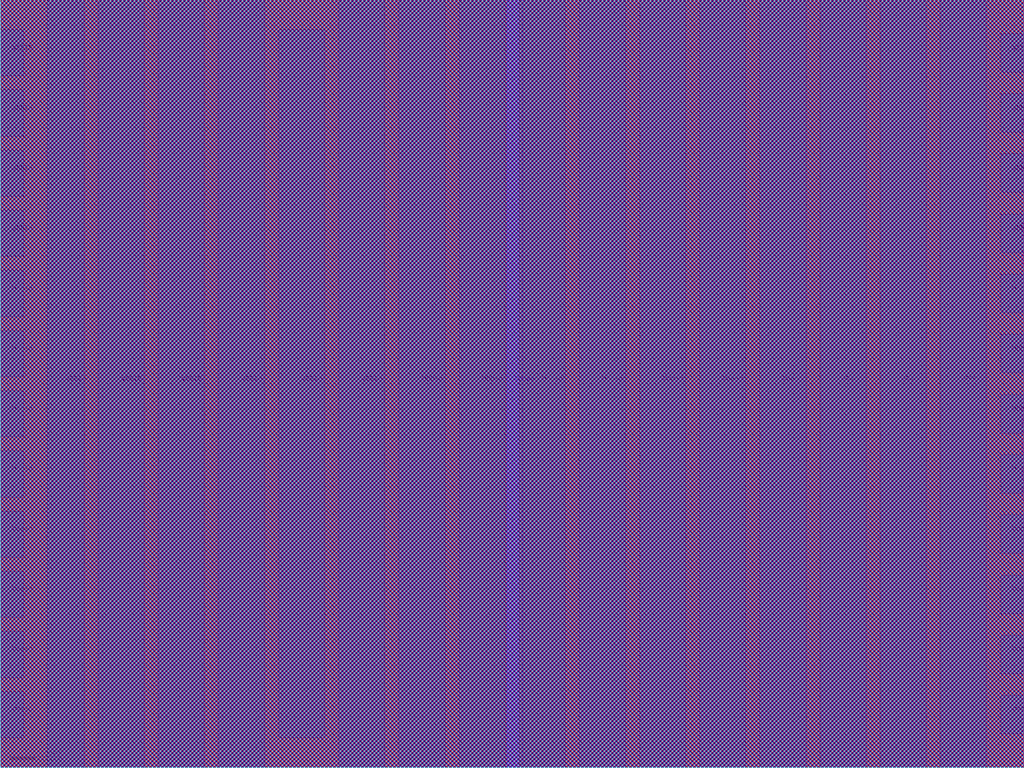
<source format=lef>
VERSION 5.8 ;
BUSBITCHARS "[]" ;
DIVIDERCHAR "/" ;

MACRO RIIO_EG1D80V_BIAS_RVT28_V
  CLASS PAD POWER ;
  ORIGIN 0 0 ;
  FOREIGN RIIO_EG1D80V_BIAS_RVT28_V 0 0 ;
  SIZE 60 BY 80 ;
  SYMMETRY X Y ;
  SITE IO_NS_site ;
  PIN VSS
    DIRECTION INOUT ;
    USE GROUND ;
    NETEXPR "vss VSS!" ;
    PORT
      CLASS CORE ;
      LAYER IB ;
        RECT 2.65 78.15 5.65 80 ;
      LAYER IA ;
        RECT 2.65 78.15 5.65 80 ;
    END
    PORT
      CLASS CORE ;
      LAYER IB ;
        RECT 12.05 78.15 15.05 80 ;
      LAYER IA ;
        RECT 12.05 78.15 15.05 80 ;
    END
    PORT
      CLASS CORE ;
      LAYER IB ;
        RECT 21.45 78.15 24.45 80 ;
      LAYER IA ;
        RECT 21.45 78.15 24.45 80 ;
    END
    PORT
      CLASS CORE ;
      LAYER IB ;
        RECT 35.55 78.15 38.55 80 ;
      LAYER IA ;
        RECT 35.55 78.15 38.55 80 ;
    END
    PORT
      CLASS CORE ;
      LAYER IB ;
        RECT 44.95 78.15 47.95 80 ;
      LAYER IA ;
        RECT 44.95 78.15 47.95 80 ;
    END
    PORT
      CLASS CORE ;
      LAYER IB ;
        RECT 54.35 78.15 57.35 80 ;
      LAYER IA ;
        RECT 54.35 78.15 57.35 80 ;
    END
    PORT
      LAYER IB ;
        RECT 0 73.45 60 77.05 ;
    END
    PORT
      LAYER IB ;
        RECT 0 59.35 60 62.95 ;
    END
  END VSS
  PIN VDDIO
    DIRECTION INOUT ;
    USE POWER ;
    NETEXPR "vddio VDDIO!" ;
    PORT
      LAYER IB ;
        RECT 0 49.95 60 53.55 ;
    END
    PORT
      LAYER IB ;
        RECT 0 35.85 60 39.45 ;
    END
    PORT
      LAYER IB ;
        RECT 0 31.15 60 34.75 ;
    END
    PORT
      LAYER IB ;
        RECT 0 12.35 60 15.95 ;
    END
    PORT
      LAYER IB ;
        RECT 0 7.65 60 11.25 ;
    END
  END VDDIO
  PIN VDD
    DIRECTION INOUT ;
    USE POWER ;
    NETEXPR "vdd VDD!" ;
    PORT
      CLASS CORE ;
      LAYER IB ;
        RECT 7.35 78.15 10.35 80 ;
      LAYER IA ;
        RECT 7.35 78.15 10.35 80 ;
    END
    PORT
      CLASS CORE ;
      LAYER IB ;
        RECT 16.75 78.15 19.75 80 ;
      LAYER IA ;
        RECT 16.75 78.15 19.75 80 ;
    END
    PORT
      CLASS CORE ;
      LAYER IB ;
        RECT 26.15 78.15 29.15 80 ;
      LAYER IA ;
        RECT 26.15 78.15 29.15 80 ;
    END
    PORT
      CLASS CORE ;
      LAYER IB ;
        RECT 30.85 78.15 33.85 80 ;
      LAYER IA ;
        RECT 30.85 78.15 33.85 80 ;
    END
    PORT
      CLASS CORE ;
      LAYER IB ;
        RECT 40.25 78.15 43.25 80 ;
      LAYER IA ;
        RECT 40.25 78.15 43.25 80 ;
    END
    PORT
      CLASS CORE ;
      LAYER IB ;
        RECT 49.65 78.15 52.65 80 ;
      LAYER IA ;
        RECT 49.65 78.15 52.65 80 ;
    END
    PORT
      LAYER IB ;
        RECT 0 68.75 60 72.35 ;
    END
    PORT
      LAYER IB ;
        RECT 0 64.05 60 67.65 ;
    END
  END VDD
  PIN VBIAS
    DIRECTION INOUT ;
    USE SIGNAL ;
    ANTENNADIFFAREA 0.352 LAYER C4 ;
    NETEXPR "vbias VBIAS!" ;
    PORT
      LAYER C4 ;
        RECT 0 39.575 60 40.825 ;
    END
  END VBIAS
  PIN VSSIO
    DIRECTION INOUT ;
    USE GROUND ;
    NETEXPR "vssio VSSIO!" ;
    PORT
      LAYER IB ;
        RECT 2.35 0 5.95 1.85 ;
    END
    PORT
      LAYER IB ;
        RECT 7.05 0 10.65 1.85 ;
    END
    PORT
      LAYER IB ;
        RECT 11.75 0 15.35 1.85 ;
    END
    PORT
      LAYER IB ;
        RECT 16.45 0 20.05 1.85 ;
    END
    PORT
      LAYER IB ;
        RECT 21.15 0 24.75 1.85 ;
    END
    PORT
      LAYER IB ;
        RECT 25.85 0 29.45 1.85 ;
    END
    PORT
      LAYER IB ;
        RECT 30.55 0 34.15 1.85 ;
    END
    PORT
      LAYER IB ;
        RECT 35.25 0 38.85 1.85 ;
    END
    PORT
      LAYER IB ;
        RECT 39.95 0 43.55 1.85 ;
    END
    PORT
      LAYER IB ;
        RECT 44.65 0 48.25 1.85 ;
    END
    PORT
      LAYER IB ;
        RECT 49.35 0 52.95 1.85 ;
    END
    PORT
      LAYER IB ;
        RECT 2.35 21.75 57.65 25.35 ;
    END
    PORT
      LAYER IB ;
        RECT 54.05 0 57.65 1.85 ;
    END
    PORT
      LAYER IB ;
        RECT 0 54.65 60 58.25 ;
    END
    PORT
      LAYER IB ;
        RECT 0 45.25 60 48.85 ;
    END
    PORT
      LAYER IB ;
        RECT 0 40.55 60 44.15 ;
    END
    PORT
      LAYER IB ;
        RECT 0 26.45 60 30.05 ;
    END
    PORT
      LAYER IB ;
        RECT 0 17.05 60 20.65 ;
    END
    PORT
      LAYER IB ;
        RECT 0 3.67 60 6.55 ;
    END
  END VSSIO
  PIN TRIM_CURV_I[4]
    DIRECTION INPUT ;
    USE SIGNAL ;
    ANTENNAPARTIALMETALAREA 2.87128 LAYER C1 ;
    ANTENNAMODEL OXIDE1 ;
      ANTENNAGATEAREA 0.03808 LAYER C1 ;
      ANTENNAMAXAREACAR 81.406755 LAYER C1 ;
    PORT
      LAYER C1 ;
        RECT 45.65 79.84 45.81 80 ;
    END
  END TRIM_CURV_I[4]
  PIN TRIM_CURV_I[3]
    DIRECTION INPUT ;
    USE SIGNAL ;
    ANTENNAPARTIALMETALAREA 2.86008 LAYER C1 ;
    ANTENNAMODEL OXIDE1 ;
      ANTENNAGATEAREA 0.03808 LAYER C1 ;
      ANTENNAMAXAREACAR 80.343407 LAYER C1 ;
    PORT
      LAYER C1 ;
        RECT 45.13 79.84 45.29 80 ;
    END
  END TRIM_CURV_I[3]
  PIN TRIM_CURV_I[2]
    DIRECTION INPUT ;
    USE SIGNAL ;
    ANTENNAPARTIALMETALAREA 3.05888 LAYER C1 ;
    ANTENNAMODEL OXIDE1 ;
      ANTENNAGATEAREA 0.04704 LAYER C1 ;
      ANTENNAMAXAREACAR 70.193878 LAYER C1 ;
    PORT
      LAYER C1 ;
        RECT 44.61 79.84 44.77 80 ;
    END
  END TRIM_CURV_I[2]
  PIN TRIM_CURV_I[1]
    DIRECTION INPUT ;
    USE SIGNAL ;
    ANTENNAPARTIALMETALAREA 3.16948 LAYER C1 ;
    ANTENNAMODEL OXIDE1 ;
      ANTENNAGATEAREA 0.07392 LAYER C1 ;
      ANTENNAMAXAREACAR 50.562432 LAYER C1 ;
    PORT
      LAYER C1 ;
        RECT 44.09 79.84 44.25 80 ;
    END
  END TRIM_CURV_I[1]
  PIN TRIM_CURV_I[0]
    DIRECTION INPUT ;
    USE SIGNAL ;
    ANTENNAPARTIALMETALAREA 2.67248 LAYER C1 ;
    ANTENNAMODEL OXIDE1 ;
      ANTENNAGATEAREA 0.1456 LAYER C1 ;
      ANTENNAMAXAREACAR 27.374176 LAYER C1 ;
    PORT
      LAYER C1 ;
        RECT 43.57 79.84 43.73 80 ;
    END
  END TRIM_CURV_I[0]
  PIN BG_VALID_N_O
    DIRECTION OUTPUT ;
    USE SIGNAL ;
    ANTENNAPARTIALMETALAREA 3.08032 LAYER C1 ;
    ANTENNADIFFAREA 0.1045 LAYER C1 ;
    ANTENNAMODEL OXIDE1 ;
      ANTENNAGATEAREA 0.099 LAYER C1 ;
      ANTENNAMAXAREACAR 10.462518 LAYER C1 ;
    PORT
      LAYER C1 ;
        RECT 25.11 79.84 25.27 80 ;
    END
  END BG_VALID_N_O
  PIN EN_I
    DIRECTION INPUT ;
    USE SIGNAL ;
    ANTENNAPARTIALMETALAREA 1.4424 LAYER C1 ;
    ANTENNAMODEL OXIDE1 ;
      ANTENNAGATEAREA 0.02576 LAYER C1 ;
      ANTENNAMAXAREACAR 58.141304 LAYER C1 ;
    PORT
      LAYER C1 ;
        RECT 13.67 79.84 13.83 80 ;
    END
  END EN_I
  PIN VTMP_O
    DIRECTION OUTPUT ;
    USE SIGNAL ;
    ANTENNAPARTIALMETALAREA 4.97008 LAYER C1 ;
    ANTENNADIFFAREA 0.32 LAYER C1 ;
    ANTENNAMODEL OXIDE1 ;
      ANTENNAGATEAREA 2.4 LAYER C1 ;
      ANTENNAMAXAREACAR 2.244581 LAYER C1 ;
    PORT
      LAYER C1 ;
        RECT 18.09 79.84 18.25 80 ;
    END
  END VTMP_O
  PIN VBG_O
    DIRECTION OUTPUT ;
    USE SIGNAL ;
    ANTENNAPARTIALMETALAREA 4.97008 LAYER C1 ;
    ANTENNADIFFAREA 0.32 LAYER C1 ;
    ANTENNAMODEL OXIDE1 ;
      ANTENNAGATEAREA 2.4 LAYER C1 ;
      ANTENNAMAXAREACAR 2.553479 LAYER C1 ;
    PORT
      LAYER C1 ;
        RECT 14.45 79.84 14.61 80 ;
    END
  END VBG_O
  PIN IBIAS_O[15]
    DIRECTION OUTPUT ;
    USE SIGNAL ;
    ANTENNAPARTIALMETALAREA 5.96528 LAYER C1 ;
    ANTENNADIFFAREA 0.088 LAYER C1 ;
    PORT
      LAYER C1 ;
        RECT 5.87 79.84 6.03 80 ;
    END
  END IBIAS_O[15]
  PIN TRIM_BIAS_I[3]
    DIRECTION INPUT ;
    USE SIGNAL ;
    ANTENNAPARTIALMETALAREA 1.4424 LAYER C1 ;
    ANTENNAMODEL OXIDE1 ;
      ANTENNAGATEAREA 0.02576 LAYER C1 ;
      ANTENNAMAXAREACAR 58.054348 LAYER C1 ;
    PORT
      LAYER C1 ;
        RECT 28.23 79.84 28.39 80 ;
    END
  END TRIM_BIAS_I[3]
  PIN TRIM_BIAS_I[2]
    DIRECTION INPUT ;
    USE SIGNAL ;
    ANTENNAPARTIALMETALAREA 1.4424 LAYER C1 ;
    ANTENNAMODEL OXIDE1 ;
      ANTENNAGATEAREA 0.02576 LAYER C1 ;
      ANTENNAMAXAREACAR 58.166149 LAYER C1 ;
    PORT
      LAYER C1 ;
        RECT 24.59 79.84 24.75 80 ;
    END
  END TRIM_BIAS_I[2]
  PIN TRIM_BIAS_I[1]
    DIRECTION INPUT ;
    USE SIGNAL ;
    ANTENNAPARTIALMETALAREA 1.4424 LAYER C1 ;
    ANTENNAMODEL OXIDE1 ;
      ANTENNAGATEAREA 0.02576 LAYER C1 ;
      ANTENNAMAXAREACAR 58.029503 LAYER C1 ;
    PORT
      LAYER C1 ;
        RECT 17.31 79.84 17.47 80 ;
    END
  END TRIM_BIAS_I[1]
  PIN TRIM_BIAS_I[0]
    DIRECTION INPUT ;
    USE SIGNAL ;
    ANTENNAPARTIALMETALAREA 1.4424 LAYER C1 ;
    ANTENNAMODEL OXIDE1 ;
      ANTENNAGATEAREA 0.02576 LAYER C1 ;
      ANTENNAMAXAREACAR 58.27795 LAYER C1 ;
    PORT
      LAYER C1 ;
        RECT 20.95 79.84 21.11 80 ;
    END
  END TRIM_BIAS_I[0]
  PIN IBIAS_O[14]
    DIRECTION OUTPUT ;
    USE SIGNAL ;
    ANTENNAPARTIALMETALAREA 5.96528 LAYER C1 ;
    ANTENNADIFFAREA 0.088 LAYER C1 ;
    PORT
      LAYER C1 ;
        RECT 6.13 79.84 6.29 80 ;
    END
  END IBIAS_O[14]
  PIN IBIAS_O[13]
    DIRECTION OUTPUT ;
    USE SIGNAL ;
    ANTENNAPARTIALMETALAREA 5.96528 LAYER C1 ;
    ANTENNADIFFAREA 0.088 LAYER C1 ;
    PORT
      LAYER C1 ;
        RECT 6.39 79.84 6.55 80 ;
    END
  END IBIAS_O[13]
  PIN IBIAS_O[12]
    DIRECTION OUTPUT ;
    USE SIGNAL ;
    ANTENNAPARTIALMETALAREA 5.96528 LAYER C1 ;
    ANTENNADIFFAREA 0.088 LAYER C1 ;
    PORT
      LAYER C1 ;
        RECT 6.65 79.84 6.81 80 ;
    END
  END IBIAS_O[12]
  PIN IBIAS_O[11]
    DIRECTION OUTPUT ;
    USE SIGNAL ;
    ANTENNAPARTIALMETALAREA 5.96528 LAYER C1 ;
    ANTENNADIFFAREA 0.088 LAYER C1 ;
    PORT
      LAYER C1 ;
        RECT 6.91 79.84 7.07 80 ;
    END
  END IBIAS_O[11]
  PIN IBIAS_O[10]
    DIRECTION OUTPUT ;
    USE SIGNAL ;
    ANTENNAPARTIALMETALAREA 5.96528 LAYER C1 ;
    ANTENNADIFFAREA 0.088 LAYER C1 ;
    PORT
      LAYER C1 ;
        RECT 7.17 79.84 7.33 80 ;
    END
  END IBIAS_O[10]
  PIN IBIAS_O[9]
    DIRECTION OUTPUT ;
    USE SIGNAL ;
    ANTENNAPARTIALMETALAREA 5.96528 LAYER C1 ;
    ANTENNADIFFAREA 0.088 LAYER C1 ;
    PORT
      LAYER C1 ;
        RECT 7.43 79.84 7.59 80 ;
    END
  END IBIAS_O[9]
  PIN IBIAS_O[8]
    DIRECTION OUTPUT ;
    USE SIGNAL ;
    ANTENNAPARTIALMETALAREA 5.96528 LAYER C1 ;
    ANTENNADIFFAREA 0.088 LAYER C1 ;
    PORT
      LAYER C1 ;
        RECT 7.69 79.84 7.85 80 ;
    END
  END IBIAS_O[8]
  PIN IBIAS_O[7]
    DIRECTION OUTPUT ;
    USE SIGNAL ;
    ANTENNAPARTIALMETALAREA 5.96528 LAYER C1 ;
    ANTENNADIFFAREA 0.088 LAYER C1 ;
    PORT
      LAYER C1 ;
        RECT 8.47 79.84 8.63 80 ;
    END
  END IBIAS_O[7]
  PIN IBIAS_O[6]
    DIRECTION OUTPUT ;
    USE SIGNAL ;
    ANTENNAPARTIALMETALAREA 5.96528 LAYER C1 ;
    ANTENNADIFFAREA 0.088 LAYER C1 ;
    PORT
      LAYER C1 ;
        RECT 8.73 79.84 8.89 80 ;
    END
  END IBIAS_O[6]
  PIN IBIAS_O[5]
    DIRECTION OUTPUT ;
    USE SIGNAL ;
    ANTENNAPARTIALMETALAREA 5.96528 LAYER C1 ;
    ANTENNADIFFAREA 0.088 LAYER C1 ;
    PORT
      LAYER C1 ;
        RECT 9.51 79.84 9.67 80 ;
    END
  END IBIAS_O[5]
  PIN IBIAS_O[4]
    DIRECTION OUTPUT ;
    USE SIGNAL ;
    ANTENNAPARTIALMETALAREA 5.96528 LAYER C1 ;
    ANTENNADIFFAREA 0.088 LAYER C1 ;
    PORT
      LAYER C1 ;
        RECT 9.77 79.84 9.93 80 ;
    END
  END IBIAS_O[4]
  PIN IBIAS_O[3]
    DIRECTION OUTPUT ;
    USE SIGNAL ;
    ANTENNAPARTIALMETALAREA 5.96528 LAYER C1 ;
    ANTENNADIFFAREA 0.088 LAYER C1 ;
    PORT
      LAYER C1 ;
        RECT 10.55 79.84 10.71 80 ;
    END
  END IBIAS_O[3]
  PIN IBIAS_O[2]
    DIRECTION OUTPUT ;
    USE SIGNAL ;
    ANTENNAPARTIALMETALAREA 5.96528 LAYER C1 ;
    ANTENNADIFFAREA 0.088 LAYER C1 ;
    PORT
      LAYER C1 ;
        RECT 10.81 79.84 10.97 80 ;
    END
  END IBIAS_O[2]
  PIN IBIAS_O[1]
    DIRECTION OUTPUT ;
    USE SIGNAL ;
    ANTENNAPARTIALMETALAREA 5.96528 LAYER C1 ;
    ANTENNADIFFAREA 0.088 LAYER C1 ;
    PORT
      LAYER C1 ;
        RECT 11.07 79.84 11.23 80 ;
    END
  END IBIAS_O[1]
  PIN IBIAS_O[0]
    DIRECTION OUTPUT ;
    USE SIGNAL ;
    ANTENNAPARTIALMETALAREA 5.96528 LAYER C1 ;
    ANTENNADIFFAREA 0.088 LAYER C1 ;
    PORT
      LAYER C1 ;
        RECT 11.33 79.84 11.49 80 ;
    END
  END IBIAS_O[0]
  PIN BG_STARTUP_I
    DIRECTION INPUT ;
    USE SIGNAL ;
    ANTENNAPARTIALMETALAREA 5.09808 LAYER C1 ;
    ANTENNADIFFAREA 0.2528 LAYER C1 ;
    ANTENNAMODEL OXIDE1 ;
      ANTENNAGATEAREA 0.474 LAYER C1 ;
      ANTENNAMAXAREACAR 6.261814 LAYER C1 ;
    PORT
      LAYER C1 ;
        RECT 23.03 79.84 23.19 80 ;
    END
  END BG_STARTUP_I
  PIN TRIM_VBG_I[4]
    DIRECTION INPUT ;
    USE SIGNAL ;
    ANTENNAPARTIALMETALAREA 3.12288 LAYER C1 ;
    ANTENNAMODEL OXIDE1 ;
      ANTENNAGATEAREA 0.03808 LAYER C1 ;
      ANTENNAMAXAREACAR 87.244667 LAYER C1 ;
    PORT
      LAYER C1 ;
        RECT 39.93 79.84 40.09 80 ;
    END
  END TRIM_VBG_I[4]
  PIN TRIM_VBG_I[3]
    DIRECTION INPUT ;
    USE SIGNAL ;
    ANTENNAPARTIALMETALAREA 3.06168 LAYER C1 ;
    ANTENNAMODEL OXIDE1 ;
      ANTENNAGATEAREA 0.03808 LAYER C1 ;
      ANTENNAMAXAREACAR 85.637524 LAYER C1 ;
    PORT
      LAYER C1 ;
        RECT 39.41 79.84 39.57 80 ;
    END
  END TRIM_VBG_I[3]
  PIN TRIM_VBG_I[2]
    DIRECTION INPUT ;
    USE SIGNAL ;
    ANTENNAPARTIALMETALAREA 3.35008 LAYER C1 ;
    ANTENNAMODEL OXIDE1 ;
      ANTENNAGATEAREA 0.04704 LAYER C1 ;
      ANTENNAMAXAREACAR 76.697598 LAYER C1 ;
    PORT
      LAYER C1 ;
        RECT 38.89 79.84 39.05 80 ;
    END
  END TRIM_VBG_I[2]
  PIN TRIM_VBG_I[1]
    DIRECTION INPUT ;
    USE SIGNAL ;
    ANTENNAPARTIALMETALAREA 3.49428 LAYER C1 ;
    ANTENNAMODEL OXIDE1 ;
      ANTENNAGATEAREA 0.07392 LAYER C1 ;
      ANTENNAMAXAREACAR 54.639236 LAYER C1 ;
    PORT
      LAYER C1 ;
        RECT 38.37 79.84 38.53 80 ;
    END
  END TRIM_VBG_I[1]
  PIN TRIM_VBG_I[0]
    DIRECTION INPUT ;
    USE SIGNAL ;
    ANTENNAPARTIALMETALAREA 2.7464 LAYER C1 ;
    ANTENNAMODEL OXIDE1 ;
      ANTENNAGATEAREA 0.1456 LAYER C1 ;
      ANTENNAMAXAREACAR 29.124725 LAYER C1 ;
    PORT
      LAYER C1 ;
        RECT 37.85 79.84 38.01 80 ;
    END
  END TRIM_VBG_I[0]
  PIN EN_VBIAS_I
    DIRECTION INPUT ;
    USE SIGNAL ;
    ANTENNAPARTIALMETALAREA 1.4424 LAYER C1 ;
    ANTENNAMODEL OXIDE1 ;
      ANTENNAGATEAREA 0.02576 LAYER C1 ;
      ANTENNAMAXAREACAR 58.253106 LAYER C1 ;
    PORT
      LAYER C1 ;
        RECT 10.03 79.84 10.19 80 ;
    END
  END EN_VBIAS_I
  OBS
    LAYER CA ;
      RECT 0 0 60 80 ;
    LAYER M1 ;
      RECT 0 0 60 80 ;
    LAYER V1 ;
      RECT 0 0 60 80 ;
    LAYER M2 ;
      RECT 0 0 60 80 ;
    LAYER A1 ;
      RECT 0 0 60 80 ;
    LAYER C2 ;
      RECT 0 0 60 80 ;
    LAYER IA ;
      RECT 0 0 60 80 ;
    LAYER XA ;
      RECT 0 0 60 80 ;
    LAYER YX ;
      RECT 0 0 60 80 ;
    LAYER IB ;
      RECT 0 0 60 80 ;
    LAYER CB ;
      RECT 0 0 60 80 ;
    LAYER AY ;
      RECT 0 0 60 80 ;
    LAYER C1 ;
      RECT 0 0 60 80 ;
    LAYER C4 ;
      RECT 0 0 60 80 ;
    LAYER C3 ;
      RECT 0 0 60 80 ;
    LAYER A3 ;
      RECT 0 0 60 80 ;
    LAYER A2 ;
      RECT 0 0 60 80 ;
  END
END RIIO_EG1D80V_BIAS_RVT28_V

MACRO RIIO_EG1D80V_GPIO_RVT28_V
  CLASS PAD INOUT ;
  ORIGIN 0 0 ;
  FOREIGN RIIO_EG1D80V_GPIO_RVT28_V 0 0 ;
  SIZE 60 BY 80 ;
  SYMMETRY X Y ;
  SITE IO_NS_site ;
  PIN CO_I
    DIRECTION INPUT ;
    USE SIGNAL ;
    ANTENNAPARTIALMETALAREA 3.52912 LAYER C1 ;
    ANTENNAMODEL OXIDE1 ;
      ANTENNAGATEAREA 0.02576 LAYER C1 ;
      ANTENNAMAXAREACAR 138.704969 LAYER C1 ;
    PORT
      LAYER C1 ;
        RECT 19.24 79.84 19.4 80 ;
    END
  END CO_I
  PIN PAD_B
    DIRECTION INOUT ;
    USE SIGNAL ;
    ANTENNAPARTIALMETALAREA 57.58 LAYER C4 ;
    ANTENNAPARTIALMETALAREA 152.7075 LAYER C3 ;
    ANTENNAPARTIALMETALAREA 603.245 LAYER IA ;
    ANTENNAPARTIALMETALAREA 302.645 LAYER IB ;
    ANTENNAPARTIALMETALAREA 386.0925 LAYER C2 ;
    ANTENNAPARTIALCUTAREA 9.44784 LAYER YX ;
    ANTENNAPARTIALCUTAREA 7.31808 LAYER A3 ;
    ANTENNAPARTIALCUTAREA 27.713664 LAYER XA ;
    ANTENNAPARTIALCUTAREA 9.385728 LAYER A2 ;
    ANTENNADIFFAREA 208.5584 LAYER C4 ;
    ANTENNADIFFAREA 208.5584 LAYER C3 ;
    ANTENNADIFFAREA 208.5584 LAYER IA ;
    ANTENNADIFFAREA 208.5584 LAYER IB ;
    ANTENNADIFFAREA 208.5584 LAYER C2 ;
    PORT
      LAYER C2 ;
        RECT 54.05 0 57.65 1.85 ;
        RECT 49.35 0 52.95 1.85 ;
        RECT 44.65 0 48.25 1.85 ;
        RECT 39.95 0 43.55 1.85 ;
        RECT 35.25 0 38.85 1.85 ;
        RECT 30.55 0 34.15 1.85 ;
        RECT 25.85 0 29.45 1.85 ;
        RECT 21.15 0 24.75 1.85 ;
        RECT 16.45 0 20.05 1.85 ;
        RECT 11.75 0 15.35 1.85 ;
        RECT 7.05 0 10.65 1.85 ;
        RECT 2.35 0 5.95 1.85 ;
      LAYER C3 ;
        RECT 54.05 0 57.65 1.85 ;
        RECT 49.35 0 52.95 1.85 ;
        RECT 44.65 0 48.25 1.85 ;
        RECT 39.95 0 43.55 1.85 ;
        RECT 35.25 0 38.85 1.85 ;
        RECT 30.55 0 34.15 1.85 ;
        RECT 25.85 0 29.45 1.85 ;
        RECT 21.15 0 24.75 1.85 ;
        RECT 16.45 0 20.05 1.85 ;
        RECT 11.75 0 15.35 1.85 ;
        RECT 7.05 0 10.65 1.85 ;
        RECT 2.35 0 5.95 1.85 ;
      LAYER IB ;
        RECT 54.05 0 57.65 1.85 ;
        RECT 2.35 21.75 57.65 25.35 ;
        RECT 49.35 0 52.95 1.85 ;
        RECT 44.65 0 48.25 1.85 ;
        RECT 39.95 0 43.55 1.85 ;
        RECT 35.25 0 38.85 1.85 ;
        RECT 30.55 0 34.15 1.85 ;
        RECT 25.85 0 29.45 1.85 ;
        RECT 21.15 0 24.75 1.85 ;
        RECT 16.45 0 20.05 1.85 ;
        RECT 11.75 0 15.35 1.85 ;
        RECT 7.05 0 10.65 1.85 ;
        RECT 2.35 0 5.95 1.85 ;
      LAYER IA ;
        RECT 54.05 0 57.65 1.85 ;
        RECT 49.35 0 52.95 1.85 ;
        RECT 44.65 0 48.25 1.85 ;
        RECT 39.95 0 43.55 1.85 ;
        RECT 35.25 0 38.85 1.85 ;
        RECT 30.55 0 34.15 1.85 ;
        RECT 25.85 0 29.45 1.85 ;
        RECT 21.15 0 24.75 1.85 ;
        RECT 16.45 0 20.05 1.85 ;
        RECT 11.75 0 15.35 1.85 ;
        RECT 7.05 0 10.65 1.85 ;
        RECT 2.35 0 5.95 1.85 ;
      LAYER C4 ;
        RECT 54.05 0 57.65 1.85 ;
        RECT 49.35 0 52.95 1.85 ;
        RECT 44.65 0 48.25 1.85 ;
        RECT 39.95 0 43.55 1.85 ;
        RECT 35.25 0 38.85 1.85 ;
        RECT 30.55 0 34.15 1.85 ;
        RECT 25.85 0 29.45 1.85 ;
        RECT 21.15 0 24.75 1.85 ;
        RECT 16.45 0 20.05 1.85 ;
        RECT 11.75 0 15.35 1.85 ;
        RECT 7.05 0 10.65 1.85 ;
        RECT 2.35 0 5.95 1.85 ;
    END
  END PAD_B
  PIN DI_O[0]
    DIRECTION OUTPUT ;
    USE SIGNAL ;
    ANTENNAPARTIALMETALAREA 4.02096 LAYER C1 ;
    ANTENNADIFFAREA 0.04048 LAYER C1 ;
    PORT
      LAYER C1 ;
        RECT 39.78 79.84 39.94 80 ;
    END
  END DI_O[0]
  PIN DI_O[1]
    DIRECTION OUTPUT ;
    USE SIGNAL ;
    ANTENNAPARTIALMETALAREA 4.01968 LAYER C1 ;
    ANTENNADIFFAREA 0.04048 LAYER C1 ;
    PORT
      LAYER C1 ;
        RECT 37.96 79.84 38.12 80 ;
    END
  END DI_O[1]
  PIN DO_I
    DIRECTION INPUT ;
    USE SIGNAL ;
    ANTENNAPARTIALMETALAREA 3.76592 LAYER C1 ;
    ANTENNAMODEL OXIDE1 ;
      ANTENNAGATEAREA 0.21504 LAYER C1 ;
      ANTENNAMAXAREACAR 18.287798 LAYER C1 ;
    PORT
      LAYER C1 ;
        RECT 8.32 79.84 8.48 80 ;
    END
  END DO_I
  PIN DS_I[0]
    DIRECTION INPUT ;
    USE SIGNAL ;
    ANTENNAPARTIALMETALAREA 4.7984 LAYER C1 ;
    ANTENNAMODEL OXIDE1 ;
      ANTENNAGATEAREA 0.02576 LAYER C1 ;
      ANTENNAMAXAREACAR 187.962733 LAYER C1 ;
    PORT
      LAYER C1 ;
        RECT 24.18 79.84 24.34 80 ;
    END
  END DS_I[0]
  PIN DS_I[1]
    DIRECTION INPUT ;
    USE SIGNAL ;
    ANTENNAPARTIALMETALAREA 4.796 LAYER C1 ;
    ANTENNAMODEL OXIDE1 ;
      ANTENNAGATEAREA 0.02576 LAYER C1 ;
      ANTENNAMAXAREACAR 187.829193 LAYER C1 ;
    PORT
      LAYER C1 ;
        RECT 26.78 79.84 26.94 80 ;
    END
  END DS_I[1]
  PIN DS_I[2]
    DIRECTION INPUT ;
    USE SIGNAL ;
    ANTENNAPARTIALMETALAREA 3.53232 LAYER C1 ;
    ANTENNAMODEL OXIDE1 ;
      ANTENNAGATEAREA 0.02576 LAYER C1 ;
      ANTENNAMAXAREACAR 140.512422 LAYER C1 ;
    PORT
      LAYER C1 ;
        RECT 9.62 79.84 9.78 80 ;
    END
  END DS_I[2]
  PIN DS_I[3]
    DIRECTION INPUT ;
    USE SIGNAL ;
    ANTENNAPARTIALMETALAREA 3.52864 LAYER C1 ;
    ANTENNAMODEL OXIDE1 ;
      ANTENNAGATEAREA 0.02576 LAYER C1 ;
      ANTENNAMAXAREACAR 138.773292 LAYER C1 ;
    PORT
      LAYER C1 ;
        RECT 3.9 79.84 4.06 80 ;
    END
  END DS_I[3]
  PIN IE_I
    DIRECTION INPUT ;
    USE SIGNAL ;
    ANTENNAPARTIALMETALAREA 4.0024 LAYER C1 ;
    ANTENNAMODEL OXIDE1 ;
      ANTENNAGATEAREA 0.02576 LAYER C1 ;
      ANTENNAMAXAREACAR 157.152174 LAYER C1 ;
    PORT
      LAYER C1 ;
        RECT 45.24 79.84 45.4 80 ;
    END
  END IE_I
  PIN ODN_I
    DIRECTION INPUT ;
    USE SIGNAL ;
    ANTENNAPARTIALMETALAREA 3.52976 LAYER C1 ;
    ANTENNAMODEL OXIDE1 ;
      ANTENNAGATEAREA 0.02576 LAYER C1 ;
      ANTENNAMAXAREACAR 140.434783 LAYER C1 ;
    PORT
      LAYER C1 ;
        RECT 13.52 79.84 13.68 80 ;
    END
  END ODN_I
  PIN ODP_I
    DIRECTION INPUT ;
    USE SIGNAL ;
    ANTENNAPARTIALMETALAREA 3.53088 LAYER C1 ;
    ANTENNAMODEL OXIDE1 ;
      ANTENNAGATEAREA 0.02576 LAYER C1 ;
      ANTENNAMAXAREACAR 138.723602 LAYER C1 ;
    PORT
      LAYER C1 ;
        RECT 11.18 79.84 11.34 80 ;
    END
  END ODP_I
  PIN OE_I
    DIRECTION INPUT ;
    USE SIGNAL ;
    ANTENNAPARTIALMETALAREA 3.78736 LAYER C1 ;
    ANTENNAMODEL OXIDE1 ;
      ANTENNAGATEAREA 0.21504 LAYER C1 ;
      ANTENNAMAXAREACAR 18.495015 LAYER C1 ;
    PORT
      LAYER C1 ;
        RECT 14.56 79.84 14.72 80 ;
    END
  END OE_I
  PIN PD_I
    DIRECTION INPUT ;
    USE SIGNAL ;
    ANTENNAPARTIALMETALAREA 3.996 LAYER C1 ;
    ANTENNAMODEL OXIDE1 ;
      ANTENNAGATEAREA 0.02576 LAYER C1 ;
      ANTENNAMAXAREACAR 156.704969 LAYER C1 ;
    PORT
      LAYER C1 ;
        RECT 37.18 79.84 37.34 80 ;
    END
  END PD_I
  PIN VSSIO
    DIRECTION INOUT ;
    USE GROUND ;
    NETEXPR "vssio VSSIO!" ;
    PORT
      LAYER IB ;
        RECT 0 54.65 60 58.25 ;
    END
    PORT
      LAYER IB ;
        RECT 0 45.25 60 48.85 ;
    END
    PORT
      LAYER IB ;
        RECT 0 40.55 60 44.15 ;
    END
    PORT
      LAYER IB ;
        RECT 0 26.45 60 30.05 ;
    END
    PORT
      LAYER IB ;
        RECT 0 17.05 60 20.65 ;
    END
    PORT
      LAYER IB ;
        RECT 0 3.67 60 6.55 ;
    END
  END VSSIO
  PIN VDD
    DIRECTION INOUT ;
    USE POWER ;
    NETEXPR "vdd VDD!" ;
    PORT
      CLASS CORE ;
      LAYER IB ;
        RECT 7.35 78.15 10.35 80 ;
      LAYER IA ;
        RECT 7.35 78.15 10.35 80 ;
    END
    PORT
      CLASS CORE ;
      LAYER IB ;
        RECT 16.75 78.15 19.75 80 ;
      LAYER IA ;
        RECT 16.75 78.15 19.75 80 ;
    END
    PORT
      CLASS CORE ;
      LAYER IB ;
        RECT 26.15 78.15 29.15 80 ;
      LAYER IA ;
        RECT 26.15 78.15 29.15 80 ;
    END
    PORT
      CLASS CORE ;
      LAYER IB ;
        RECT 30.85 78.15 33.85 80 ;
      LAYER IA ;
        RECT 30.85 78.15 33.85 80 ;
    END
    PORT
      CLASS CORE ;
      LAYER IB ;
        RECT 40.25 78.15 43.25 80 ;
      LAYER IA ;
        RECT 40.25 78.15 43.25 80 ;
    END
    PORT
      CLASS CORE ;
      LAYER IB ;
        RECT 49.65 78.15 52.65 80 ;
      LAYER IA ;
        RECT 49.65 78.15 52.65 80 ;
    END
    PORT
      LAYER IB ;
        RECT 0 68.75 60 72.35 ;
    END
    PORT
      LAYER IB ;
        RECT 0 64.05 60 67.65 ;
    END
  END VDD
  PIN VSS
    DIRECTION INOUT ;
    USE GROUND ;
    NETEXPR "vss VSS!" ;
    PORT
      CLASS CORE ;
      LAYER IB ;
        RECT 2.65 78.15 5.65 80 ;
      LAYER IA ;
        RECT 2.65 78.15 5.65 80 ;
    END
    PORT
      CLASS CORE ;
      LAYER IB ;
        RECT 12.05 78.15 15.05 80 ;
      LAYER IA ;
        RECT 12.05 78.15 15.05 80 ;
    END
    PORT
      CLASS CORE ;
      LAYER IB ;
        RECT 21.45 78.15 24.45 80 ;
      LAYER IA ;
        RECT 21.45 78.15 24.45 80 ;
    END
    PORT
      CLASS CORE ;
      LAYER IB ;
        RECT 35.55 78.15 38.55 80 ;
      LAYER IA ;
        RECT 35.55 78.15 38.55 80 ;
    END
    PORT
      CLASS CORE ;
      LAYER IB ;
        RECT 44.95 78.15 47.95 80 ;
      LAYER IA ;
        RECT 44.95 78.15 47.95 80 ;
    END
    PORT
      CLASS CORE ;
      LAYER IB ;
        RECT 54.35 78.15 57.35 80 ;
      LAYER IA ;
        RECT 54.35 78.15 57.35 80 ;
    END
    PORT
      LAYER IB ;
        RECT 0 73.45 60 77.05 ;
    END
    PORT
      LAYER IB ;
        RECT 0 59.35 60 62.95 ;
    END
  END VSS
  PIN PU_I
    DIRECTION INPUT ;
    USE SIGNAL ;
    ANTENNAPARTIALMETALAREA 3.99376 LAYER C1 ;
    ANTENNAMODEL OXIDE1 ;
      ANTENNAGATEAREA 0.02576 LAYER C1 ;
      ANTENNAMAXAREACAR 156.611801 LAYER C1 ;
    PORT
      LAYER C1 ;
        RECT 34.32 79.84 34.48 80 ;
    END
  END PU_I
  PIN SR_I
    DIRECTION INPUT ;
    USE SIGNAL ;
    ANTENNAPARTIALMETALAREA 3.53232 LAYER C1 ;
    ANTENNAMODEL OXIDE1 ;
      ANTENNAGATEAREA 0.02576 LAYER C1 ;
      ANTENNAMAXAREACAR 138.754658 LAYER C1 ;
    PORT
      LAYER C1 ;
        RECT 22.1 79.84 22.26 80 ;
    END
  END SR_I
  PIN VDDIO
    DIRECTION INOUT ;
    USE POWER ;
    NETEXPR "vddio VDDIO!" ;
    PORT
      LAYER IB ;
        RECT 0 49.95 60 53.55 ;
    END
    PORT
      LAYER IB ;
        RECT 0 35.85 60 39.45 ;
    END
    PORT
      LAYER IB ;
        RECT 0 31.15 60 34.75 ;
    END
    PORT
      LAYER IB ;
        RECT 0 12.35 60 15.95 ;
    END
    PORT
      LAYER IB ;
        RECT 0 7.65 60 11.25 ;
    END
  END VDDIO
  PIN STE_I[0]
    DIRECTION INPUT ;
    USE SIGNAL ;
    ANTENNAPARTIALMETALAREA 4.0088 LAYER C1 ;
    ANTENNAMODEL OXIDE1 ;
      ANTENNAGATEAREA 0.02576 LAYER C1 ;
      ANTENNAMAXAREACAR 157.313665 LAYER C1 ;
    PORT
      LAYER C1 ;
        RECT 40.82 79.84 40.98 80 ;
    END
  END STE_I[0]
  PIN STE_I[1]
    DIRECTION INPUT ;
    USE SIGNAL ;
    ANTENNAPARTIALMETALAREA 3.99552 LAYER C1 ;
    ANTENNAMODEL OXIDE1 ;
      ANTENNAGATEAREA 0.02576 LAYER C1 ;
      ANTENNAMAXAREACAR 156.791925 LAYER C1 ;
    PORT
      LAYER C1 ;
        RECT 30.68 79.84 30.84 80 ;
    END
  END STE_I[1]
  PIN VBIAS
    DIRECTION INOUT ;
    USE SIGNAL ;
    ANTENNAPARTIALMETALAREA 0.06 LAYER C4 ;
    ANTENNADIFFAREA 0.3465 LAYER C4 ;
    NETEXPR "vbias VBIAS!" ;
    PORT
      LAYER C4 ;
        RECT 0 39.576 60 40.825 ;
    END
  END VBIAS
  OBS
    LAYER CA ;
      RECT 0 0 60 80 ;
    LAYER M1 ;
      RECT 0 0 60 80 ;
    LAYER V1 ;
      RECT 0 0 60 80 ;
    LAYER M2 ;
      RECT 0 0 60 80 ;
    LAYER A1 ;
      RECT 0 0 60 80 ;
    LAYER C2 ;
      RECT 0 0 60 80 ;
    LAYER IA ;
      RECT 0 0 60 80 ;
    LAYER XA ;
      RECT 0 0 60 80 ;
    LAYER YX ;
      RECT 0 0 60 80 ;
    LAYER IB ;
      RECT 0 0 60 80 ;
    LAYER CB ;
      RECT 0 0 60 80 ;
    LAYER AY ;
      RECT 0 0 60 80 ;
    LAYER C1 ;
      RECT 0 0 60 80 ;
    LAYER C4 ;
      RECT 0 0 60 80 ;
    LAYER C3 ;
      RECT 0 0 60 80 ;
    LAYER A3 ;
      RECT 0 0 60 80 ;
    LAYER A2 ;
      RECT 0 0 60 80 ;
  END
END RIIO_EG1D80V_GPIO_RVT28_V

MACRO RIIO_EG1D80V_GPI_PD_RVT28_V
  CLASS PAD INOUT ;
  ORIGIN 0 0 ;
  FOREIGN RIIO_EG1D80V_GPI_PD_RVT28_V 0 0 ;
  SIZE 60 BY 80 ;
  SYMMETRY X Y ;
  SITE IO_NS_site ;
  PIN PAD_B
    DIRECTION INOUT ;
    USE SIGNAL ;
    ANTENNAPARTIALMETALAREA 57.58 LAYER C4 ;
    ANTENNAPARTIALMETALAREA 152.7075 LAYER C3 ;
    ANTENNAPARTIALMETALAREA 603.245 LAYER IA ;
    ANTENNAPARTIALMETALAREA 302.645 LAYER IB ;
    ANTENNAPARTIALMETALAREA 386.0925 LAYER C2 ;
    ANTENNAPARTIALCUTAREA 9.44784 LAYER YX ;
    ANTENNAPARTIALCUTAREA 7.31808 LAYER A3 ;
    ANTENNAPARTIALCUTAREA 27.713664 LAYER XA ;
    ANTENNAPARTIALCUTAREA 9.385728 LAYER A2 ;
    ANTENNADIFFAREA 163.4 LAYER C4 ;
    ANTENNADIFFAREA 163.4 LAYER C3 ;
    ANTENNADIFFAREA 163.4 LAYER IA ;
    ANTENNADIFFAREA 163.4 LAYER IB ;
    ANTENNADIFFAREA 163.4 LAYER C2 ;
    PORT
      LAYER C2 ;
        RECT 54.05 0 57.65 1.85 ;
        RECT 49.35 0 52.95 1.85 ;
        RECT 44.65 0 48.25 1.85 ;
        RECT 39.95 0 43.55 1.85 ;
        RECT 35.25 0 38.85 1.85 ;
        RECT 30.55 0 34.15 1.85 ;
        RECT 25.85 0 29.45 1.85 ;
        RECT 21.15 0 24.75 1.85 ;
        RECT 16.45 0 20.05 1.85 ;
        RECT 11.75 0 15.35 1.85 ;
        RECT 7.05 0 10.65 1.85 ;
        RECT 2.35 0 5.95 1.85 ;
      LAYER C3 ;
        RECT 54.05 0 57.65 1.85 ;
        RECT 49.35 0 52.95 1.85 ;
        RECT 44.65 0 48.25 1.85 ;
        RECT 39.95 0 43.55 1.85 ;
        RECT 35.25 0 38.85 1.85 ;
        RECT 30.55 0 34.15 1.85 ;
        RECT 25.85 0 29.45 1.85 ;
        RECT 21.15 0 24.75 1.85 ;
        RECT 16.45 0 20.05 1.85 ;
        RECT 11.75 0 15.35 1.85 ;
        RECT 7.05 0 10.65 1.85 ;
        RECT 2.35 0 5.95 1.85 ;
      LAYER IA ;
        RECT 54.05 0 57.65 1.85 ;
        RECT 49.35 0 52.95 1.85 ;
        RECT 44.65 0 48.25 1.85 ;
        RECT 39.95 0 43.55 1.85 ;
        RECT 35.25 0 38.85 1.85 ;
        RECT 30.55 0 34.15 1.85 ;
        RECT 25.85 0 29.45 1.85 ;
        RECT 21.15 0 24.75 1.85 ;
        RECT 16.45 0 20.05 1.85 ;
        RECT 11.75 0 15.35 1.85 ;
        RECT 7.05 0 10.65 1.85 ;
        RECT 2.35 0 5.95 1.85 ;
      LAYER C4 ;
        RECT 54.05 0 57.65 1.85 ;
        RECT 49.35 0 52.95 1.85 ;
        RECT 44.65 0 48.25 1.85 ;
        RECT 39.95 0 43.55 1.85 ;
        RECT 35.25 0 38.85 1.85 ;
        RECT 30.55 0 34.15 1.85 ;
        RECT 25.85 0 29.45 1.85 ;
        RECT 21.15 0 24.75 1.85 ;
        RECT 16.45 0 20.05 1.85 ;
        RECT 11.75 0 15.35 1.85 ;
        RECT 7.05 0 10.65 1.85 ;
        RECT 2.35 0 5.95 1.85 ;
      LAYER IB ;
        RECT 54.05 0 57.65 1.85 ;
        RECT 2.35 21.75 57.65 25.35 ;
        RECT 49.35 0 52.95 1.85 ;
        RECT 44.65 0 48.25 1.85 ;
        RECT 39.95 0 43.55 1.85 ;
        RECT 35.25 0 38.85 1.85 ;
        RECT 30.55 0 34.15 1.85 ;
        RECT 25.85 0 29.45 1.85 ;
        RECT 21.15 0 24.75 1.85 ;
        RECT 16.45 0 20.05 1.85 ;
        RECT 11.75 0 15.35 1.85 ;
        RECT 7.05 0 10.65 1.85 ;
        RECT 2.35 0 5.95 1.85 ;
    END
  END PAD_B
  PIN DI_O[0]
    DIRECTION OUTPUT ;
    USE SIGNAL ;
    ANTENNAPARTIALMETALAREA 4.02096 LAYER C1 ;
    ANTENNADIFFAREA 0.04048 LAYER C1 ;
    PORT
      LAYER C1 ;
        RECT 39.78 79.84 39.94 80 ;
    END
  END DI_O[0]
  PIN DI_O[1]
    DIRECTION OUTPUT ;
    USE SIGNAL ;
    ANTENNAPARTIALMETALAREA 4.01968 LAYER C1 ;
    ANTENNADIFFAREA 0.04048 LAYER C1 ;
    PORT
      LAYER C1 ;
        RECT 37.96 79.84 38.12 80 ;
    END
  END DI_O[1]
  PIN IE_I
    DIRECTION INPUT ;
    USE SIGNAL ;
    ANTENNAPARTIALMETALAREA 4.0024 LAYER C1 ;
    ANTENNAMODEL OXIDE1 ;
      ANTENNAGATEAREA 0.02576 LAYER C1 ;
      ANTENNAMAXAREACAR 157.152174 LAYER C1 ;
    PORT
      LAYER C1 ;
        RECT 45.24 79.84 45.4 80 ;
    END
  END IE_I
  PIN VSSIO
    DIRECTION INOUT ;
    USE GROUND ;
    NETEXPR "vssio VSSIO!" ;
    PORT
      LAYER IB ;
        RECT 0 54.65 60 58.25 ;
    END
    PORT
      LAYER IB ;
        RECT 0 45.25 60 48.85 ;
    END
    PORT
      LAYER IB ;
        RECT 0 40.55 60 44.15 ;
    END
    PORT
      LAYER IB ;
        RECT 0 26.45 60 30.05 ;
    END
    PORT
      LAYER IB ;
        RECT 0 17.05 60 20.65 ;
    END
    PORT
      LAYER IB ;
        RECT 0 3.67 60 6.55 ;
    END
  END VSSIO
  PIN VDD
    DIRECTION INOUT ;
    USE POWER ;
    NETEXPR "vdd VDD!" ;
    PORT
      LAYER IB ;
        RECT 0 68.75 60 72.35 ;
    END
    PORT
      LAYER IB ;
        RECT 0 64.05 60 67.65 ;
    END
    PORT
      CLASS CORE ;
      LAYER IA ;
        RECT 7.35 78.15 10.35 80 ;
      LAYER IB ;
        RECT 7.35 78.15 10.35 80 ;
    END
    PORT
      CLASS CORE ;
      LAYER IA ;
        RECT 16.75 78.15 19.75 80 ;
      LAYER IB ;
        RECT 16.75 78.15 19.75 80 ;
    END
    PORT
      CLASS CORE ;
      LAYER IA ;
        RECT 26.15 78.15 29.15 80 ;
      LAYER IB ;
        RECT 26.15 78.15 29.15 80 ;
    END
    PORT
      CLASS CORE ;
      LAYER IA ;
        RECT 30.85 78.15 33.85 80 ;
      LAYER IB ;
        RECT 30.85 78.15 33.85 80 ;
    END
    PORT
      CLASS CORE ;
      LAYER IA ;
        RECT 40.25 78.15 43.25 80 ;
      LAYER IB ;
        RECT 40.25 78.15 43.25 80 ;
    END
    PORT
      CLASS CORE ;
      LAYER IA ;
        RECT 49.65 78.15 52.65 80 ;
      LAYER IB ;
        RECT 49.65 78.15 52.65 80 ;
    END
  END VDD
  PIN VSS
    DIRECTION INOUT ;
    USE GROUND ;
    NETEXPR "vss VSS!" ;
    PORT
      LAYER IB ;
        RECT 0 73.45 60 77.05 ;
    END
    PORT
      LAYER IB ;
        RECT 0 59.35 60 62.95 ;
    END
    PORT
      CLASS CORE ;
      LAYER IA ;
        RECT 2.65 78.15 5.65 80 ;
      LAYER IB ;
        RECT 2.65 78.15 5.65 80 ;
    END
    PORT
      CLASS CORE ;
      LAYER IA ;
        RECT 12.05 78.15 15.05 80 ;
      LAYER IB ;
        RECT 12.05 78.15 15.05 80 ;
    END
    PORT
      CLASS CORE ;
      LAYER IA ;
        RECT 21.45 78.15 24.45 80 ;
      LAYER IB ;
        RECT 21.45 78.15 24.45 80 ;
    END
    PORT
      CLASS CORE ;
      LAYER IA ;
        RECT 35.55 78.15 38.55 80 ;
      LAYER IB ;
        RECT 35.55 78.15 38.55 80 ;
    END
    PORT
      CLASS CORE ;
      LAYER IA ;
        RECT 44.95 78.15 47.95 80 ;
      LAYER IB ;
        RECT 44.95 78.15 47.95 80 ;
    END
    PORT
      CLASS CORE ;
      LAYER IA ;
        RECT 54.35 78.15 57.35 80 ;
      LAYER IB ;
        RECT 54.35 78.15 57.35 80 ;
    END
  END VSS
  PIN VDDIO
    DIRECTION INOUT ;
    USE POWER ;
    NETEXPR "vddio VDDIO!" ;
    PORT
      LAYER IB ;
        RECT 0 49.95 60 53.55 ;
    END
    PORT
      LAYER IB ;
        RECT 0 35.85 60 39.45 ;
    END
    PORT
      LAYER IB ;
        RECT 0 31.15 60 34.75 ;
    END
    PORT
      LAYER IB ;
        RECT 0 12.35 60 15.95 ;
    END
    PORT
      LAYER IB ;
        RECT 0 7.65 60 11.25 ;
    END
  END VDDIO
  PIN STE_I[0]
    DIRECTION INPUT ;
    USE SIGNAL ;
    ANTENNAPARTIALMETALAREA 4.0088 LAYER C1 ;
    ANTENNAMODEL OXIDE1 ;
      ANTENNAGATEAREA 0.02576 LAYER C1 ;
      ANTENNAMAXAREACAR 157.313665 LAYER C1 ;
    PORT
      LAYER C1 ;
        RECT 40.82 79.84 40.98 80 ;
    END
  END STE_I[0]
  PIN STE_I[1]
    DIRECTION INPUT ;
    USE SIGNAL ;
    ANTENNAPARTIALMETALAREA 3.99552 LAYER C1 ;
    ANTENNAMODEL OXIDE1 ;
      ANTENNAGATEAREA 0.02576 LAYER C1 ;
      ANTENNAMAXAREACAR 156.791925 LAYER C1 ;
    PORT
      LAYER C1 ;
        RECT 30.68 79.84 30.84 80 ;
    END
  END STE_I[1]
  OBS
    LAYER CA ;
      RECT 0 0 60 80 ;
    LAYER M1 ;
      RECT 0 0 60 80 ;
    LAYER V1 ;
      RECT 0 0 60 80 ;
    LAYER M2 ;
      RECT 0 0 60 80 ;
    LAYER A1 ;
      RECT 0 0 60 80 ;
    LAYER C2 ;
      RECT 0 0 60 80 ;
    LAYER IA ;
      RECT 0 0 60 80 ;
    LAYER XA ;
      RECT 0 0 60 80 ;
    LAYER YX ;
      RECT 0 0 60 80 ;
    LAYER IB ;
      RECT 0 0 60 80 ;
    LAYER CB ;
      RECT 0 0 60 80 ;
    LAYER AY ;
      RECT 0 0 60 80 ;
    LAYER C1 ;
      RECT 0 0 60 80 ;
    LAYER C4 ;
      RECT 0 0 60 80 ;
    LAYER C3 ;
      RECT 0 0 60 80 ;
    LAYER A3 ;
      RECT 0 0 60 80 ;
    LAYER A2 ;
      RECT 0 0 60 80 ;
  END
END RIIO_EG1D80V_GPI_PD_RVT28_V

MACRO RIIO_EG1D80V_GPI_PU_RVT28_V
  CLASS PAD INOUT ;
  ORIGIN 0 0 ;
  FOREIGN RIIO_EG1D80V_GPI_PU_RVT28_V 0 0 ;
  SIZE 60 BY 80 ;
  SYMMETRY X Y ;
  SITE IO_NS_site ;
  PIN PAD_B
    DIRECTION INOUT ;
    USE SIGNAL ;
    ANTENNAPARTIALMETALAREA 57.58 LAYER C4 ;
    ANTENNAPARTIALMETALAREA 152.7075 LAYER C3 ;
    ANTENNAPARTIALMETALAREA 603.245 LAYER IA ;
    ANTENNAPARTIALMETALAREA 302.645 LAYER IB ;
    ANTENNAPARTIALMETALAREA 386.0925 LAYER C2 ;
    ANTENNAPARTIALCUTAREA 9.44784 LAYER YX ;
    ANTENNAPARTIALCUTAREA 7.31808 LAYER A3 ;
    ANTENNAPARTIALCUTAREA 27.713664 LAYER XA ;
    ANTENNAPARTIALCUTAREA 9.385728 LAYER A2 ;
    ANTENNADIFFAREA 163.4 LAYER C4 ;
    ANTENNADIFFAREA 163.4 LAYER C3 ;
    ANTENNADIFFAREA 163.4 LAYER IA ;
    ANTENNADIFFAREA 163.4 LAYER IB ;
    ANTENNADIFFAREA 163.4 LAYER C2 ;
    PORT
      LAYER C2 ;
        RECT 54.05 0 57.65 1.85 ;
        RECT 49.35 0 52.95 1.85 ;
        RECT 44.65 0 48.25 1.85 ;
        RECT 39.95 0 43.55 1.85 ;
        RECT 35.25 0 38.85 1.85 ;
        RECT 30.55 0 34.15 1.85 ;
        RECT 25.85 0 29.45 1.85 ;
        RECT 21.15 0 24.75 1.85 ;
        RECT 16.45 0 20.05 1.85 ;
        RECT 11.75 0 15.35 1.85 ;
        RECT 7.05 0 10.65 1.85 ;
        RECT 2.35 0 5.95 1.85 ;
      LAYER C3 ;
        RECT 54.05 0 57.65 1.85 ;
        RECT 49.35 0 52.95 1.85 ;
        RECT 44.65 0 48.25 1.85 ;
        RECT 39.95 0 43.55 1.85 ;
        RECT 35.25 0 38.85 1.85 ;
        RECT 30.55 0 34.15 1.85 ;
        RECT 25.85 0 29.45 1.85 ;
        RECT 21.15 0 24.75 1.85 ;
        RECT 16.45 0 20.05 1.85 ;
        RECT 11.75 0 15.35 1.85 ;
        RECT 7.05 0 10.65 1.85 ;
        RECT 2.35 0 5.95 1.85 ;
      LAYER IA ;
        RECT 54.05 0 57.65 1.85 ;
        RECT 49.35 0 52.95 1.85 ;
        RECT 44.65 0 48.25 1.85 ;
        RECT 39.95 0 43.55 1.85 ;
        RECT 35.25 0 38.85 1.85 ;
        RECT 30.55 0 34.15 1.85 ;
        RECT 25.85 0 29.45 1.85 ;
        RECT 21.15 0 24.75 1.85 ;
        RECT 16.45 0 20.05 1.85 ;
        RECT 11.75 0 15.35 1.85 ;
        RECT 7.05 0 10.65 1.85 ;
        RECT 2.35 0 5.95 1.85 ;
      LAYER C4 ;
        RECT 54.05 0 57.65 1.85 ;
        RECT 49.35 0 52.95 1.85 ;
        RECT 44.65 0 48.25 1.85 ;
        RECT 39.95 0 43.55 1.85 ;
        RECT 35.25 0 38.85 1.85 ;
        RECT 30.55 0 34.15 1.85 ;
        RECT 25.85 0 29.45 1.85 ;
        RECT 21.15 0 24.75 1.85 ;
        RECT 16.45 0 20.05 1.85 ;
        RECT 11.75 0 15.35 1.85 ;
        RECT 7.05 0 10.65 1.85 ;
        RECT 2.35 0 5.95 1.85 ;
      LAYER IB ;
        RECT 54.05 0 57.65 1.85 ;
        RECT 2.35 21.75 57.65 25.35 ;
        RECT 49.35 0 52.95 1.85 ;
        RECT 44.65 0 48.25 1.85 ;
        RECT 39.95 0 43.55 1.85 ;
        RECT 35.25 0 38.85 1.85 ;
        RECT 30.55 0 34.15 1.85 ;
        RECT 25.85 0 29.45 1.85 ;
        RECT 21.15 0 24.75 1.85 ;
        RECT 16.45 0 20.05 1.85 ;
        RECT 11.75 0 15.35 1.85 ;
        RECT 7.05 0 10.65 1.85 ;
        RECT 2.35 0 5.95 1.85 ;
    END
  END PAD_B
  PIN DI_O[0]
    DIRECTION OUTPUT ;
    USE SIGNAL ;
    ANTENNAPARTIALMETALAREA 4.02096 LAYER C1 ;
    ANTENNADIFFAREA 0.04048 LAYER C1 ;
    PORT
      LAYER C1 ;
        RECT 39.78 79.84 39.94 80 ;
    END
  END DI_O[0]
  PIN DI_O[1]
    DIRECTION OUTPUT ;
    USE SIGNAL ;
    ANTENNAPARTIALMETALAREA 4.01968 LAYER C1 ;
    ANTENNADIFFAREA 0.04048 LAYER C1 ;
    PORT
      LAYER C1 ;
        RECT 37.96 79.84 38.12 80 ;
    END
  END DI_O[1]
  PIN IE_I
    DIRECTION INPUT ;
    USE SIGNAL ;
    ANTENNAPARTIALMETALAREA 4.0024 LAYER C1 ;
    ANTENNAMODEL OXIDE1 ;
      ANTENNAGATEAREA 0.02576 LAYER C1 ;
      ANTENNAMAXAREACAR 157.152174 LAYER C1 ;
    PORT
      LAYER C1 ;
        RECT 45.24 79.84 45.4 80 ;
    END
  END IE_I
  PIN VSSIO
    DIRECTION INOUT ;
    USE GROUND ;
    NETEXPR "vssio VSSIO!" ;
    PORT
      LAYER IB ;
        RECT 0 54.65 60 58.25 ;
    END
    PORT
      LAYER IB ;
        RECT 0 45.25 60 48.85 ;
    END
    PORT
      LAYER IB ;
        RECT 0 40.55 60 44.15 ;
    END
    PORT
      LAYER IB ;
        RECT 0 26.45 60 30.05 ;
    END
    PORT
      LAYER IB ;
        RECT 0 17.05 60 20.65 ;
    END
    PORT
      LAYER IB ;
        RECT 0 3.67 60 6.55 ;
    END
  END VSSIO
  PIN VDD
    DIRECTION INOUT ;
    USE POWER ;
    NETEXPR "vdd VDD!" ;
    PORT
      LAYER IB ;
        RECT 0 68.75 60 72.35 ;
    END
    PORT
      LAYER IB ;
        RECT 0 64.05 60 67.65 ;
    END
    PORT
      CLASS CORE ;
      LAYER IA ;
        RECT 7.35 78.15 10.35 80 ;
      LAYER IB ;
        RECT 7.35 78.15 10.35 80 ;
    END
    PORT
      CLASS CORE ;
      LAYER IA ;
        RECT 16.75 78.15 19.75 80 ;
      LAYER IB ;
        RECT 16.75 78.15 19.75 80 ;
    END
    PORT
      CLASS CORE ;
      LAYER IA ;
        RECT 26.15 78.15 29.15 80 ;
      LAYER IB ;
        RECT 26.15 78.15 29.15 80 ;
    END
    PORT
      CLASS CORE ;
      LAYER IA ;
        RECT 30.85 78.15 33.85 80 ;
      LAYER IB ;
        RECT 30.85 78.15 33.85 80 ;
    END
    PORT
      CLASS CORE ;
      LAYER IA ;
        RECT 40.25 78.15 43.25 80 ;
      LAYER IB ;
        RECT 40.25 78.15 43.25 80 ;
    END
    PORT
      CLASS CORE ;
      LAYER IA ;
        RECT 49.65 78.15 52.65 80 ;
      LAYER IB ;
        RECT 49.65 78.15 52.65 80 ;
    END
  END VDD
  PIN VSS
    DIRECTION INOUT ;
    USE GROUND ;
    NETEXPR "vss VSS!" ;
    PORT
      LAYER IB ;
        RECT 0 73.45 60 77.05 ;
    END
    PORT
      LAYER IB ;
        RECT 0 59.35 60 62.95 ;
    END
    PORT
      CLASS CORE ;
      LAYER IA ;
        RECT 2.65 78.15 5.65 80 ;
      LAYER IB ;
        RECT 2.65 78.15 5.65 80 ;
    END
    PORT
      CLASS CORE ;
      LAYER IA ;
        RECT 12.05 78.15 15.05 80 ;
      LAYER IB ;
        RECT 12.05 78.15 15.05 80 ;
    END
    PORT
      CLASS CORE ;
      LAYER IA ;
        RECT 21.45 78.15 24.45 80 ;
      LAYER IB ;
        RECT 21.45 78.15 24.45 80 ;
    END
    PORT
      CLASS CORE ;
      LAYER IA ;
        RECT 35.55 78.15 38.55 80 ;
      LAYER IB ;
        RECT 35.55 78.15 38.55 80 ;
    END
    PORT
      CLASS CORE ;
      LAYER IA ;
        RECT 44.95 78.15 47.95 80 ;
      LAYER IB ;
        RECT 44.95 78.15 47.95 80 ;
    END
    PORT
      CLASS CORE ;
      LAYER IA ;
        RECT 54.35 78.15 57.35 80 ;
      LAYER IB ;
        RECT 54.35 78.15 57.35 80 ;
    END
  END VSS
  PIN VDDIO
    DIRECTION INOUT ;
    USE POWER ;
    NETEXPR "vddio VDDIO!" ;
    PORT
      LAYER IB ;
        RECT 0 49.95 60 53.55 ;
    END
    PORT
      LAYER IB ;
        RECT 0 35.85 60 39.45 ;
    END
    PORT
      LAYER IB ;
        RECT 0 31.15 60 34.75 ;
    END
    PORT
      LAYER IB ;
        RECT 0 12.35 60 15.95 ;
    END
    PORT
      LAYER IB ;
        RECT 0 7.65 60 11.25 ;
    END
  END VDDIO
  PIN STE_I[0]
    DIRECTION INPUT ;
    USE SIGNAL ;
    ANTENNAPARTIALMETALAREA 4.0088 LAYER C1 ;
    ANTENNAMODEL OXIDE1 ;
      ANTENNAGATEAREA 0.02576 LAYER C1 ;
      ANTENNAMAXAREACAR 157.313665 LAYER C1 ;
    PORT
      LAYER C1 ;
        RECT 40.82 79.84 40.98 80 ;
    END
  END STE_I[0]
  PIN STE_I[1]
    DIRECTION INPUT ;
    USE SIGNAL ;
    ANTENNAPARTIALMETALAREA 3.99552 LAYER C1 ;
    ANTENNAMODEL OXIDE1 ;
      ANTENNAGATEAREA 0.02576 LAYER C1 ;
      ANTENNAMAXAREACAR 156.791925 LAYER C1 ;
    PORT
      LAYER C1 ;
        RECT 30.68 79.84 30.84 80 ;
    END
  END STE_I[1]
  OBS
    LAYER CA ;
      RECT 0 0 60 80 ;
    LAYER M1 ;
      RECT 0 0 60 80 ;
    LAYER V1 ;
      RECT 0 0 60 80 ;
    LAYER M2 ;
      RECT 0 0 60 80 ;
    LAYER A1 ;
      RECT 0 0 60 80 ;
    LAYER C2 ;
      RECT 0 0 60 80 ;
    LAYER IA ;
      RECT 0 0 60 80 ;
    LAYER XA ;
      RECT 0 0 60 80 ;
    LAYER YX ;
      RECT 0 0 60 80 ;
    LAYER IB ;
      RECT 0 0 60 80 ;
    LAYER CB ;
      RECT 0 0 60 80 ;
    LAYER AY ;
      RECT 0 0 60 80 ;
    LAYER C1 ;
      RECT 0 0 60 80 ;
    LAYER C4 ;
      RECT 0 0 60 80 ;
    LAYER C3 ;
      RECT 0 0 60 80 ;
    LAYER A3 ;
      RECT 0 0 60 80 ;
    LAYER A2 ;
      RECT 0 0 60 80 ;
  END
END RIIO_EG1D80V_GPI_PU_RVT28_V

MACRO RIIO_EG1D80V_GPI_RVT28_V
  CLASS PAD INOUT ;
  ORIGIN 0 0 ;
  FOREIGN RIIO_EG1D80V_GPI_RVT28_V 0 0 ;
  SIZE 60 BY 80 ;
  SYMMETRY X Y ;
  SITE IO_NS_site ;
  PIN PAD_B
    DIRECTION INOUT ;
    USE SIGNAL ;
    ANTENNAPARTIALMETALAREA 57.58 LAYER C4 ;
    ANTENNAPARTIALMETALAREA 152.7075 LAYER C3 ;
    ANTENNAPARTIALMETALAREA 603.245 LAYER IA ;
    ANTENNAPARTIALMETALAREA 302.645 LAYER IB ;
    ANTENNAPARTIALMETALAREA 386.0925 LAYER C2 ;
    ANTENNAPARTIALCUTAREA 9.44784 LAYER YX ;
    ANTENNAPARTIALCUTAREA 7.31808 LAYER A3 ;
    ANTENNAPARTIALCUTAREA 27.713664 LAYER XA ;
    ANTENNAPARTIALCUTAREA 9.385728 LAYER A2 ;
    ANTENNADIFFAREA 163.4 LAYER C4 ;
    ANTENNADIFFAREA 163.4 LAYER C3 ;
    ANTENNADIFFAREA 163.4 LAYER IA ;
    ANTENNADIFFAREA 163.4 LAYER IB ;
    ANTENNADIFFAREA 163.4 LAYER C2 ;
    PORT
      LAYER C2 ;
        RECT 54.05 0 57.65 1.85 ;
        RECT 49.35 0 52.95 1.85 ;
        RECT 44.65 0 48.25 1.85 ;
        RECT 39.95 0 43.55 1.85 ;
        RECT 35.25 0 38.85 1.85 ;
        RECT 30.55 0 34.15 1.85 ;
        RECT 25.85 0 29.45 1.85 ;
        RECT 21.15 0 24.75 1.85 ;
        RECT 16.45 0 20.05 1.85 ;
        RECT 11.75 0 15.35 1.85 ;
        RECT 7.05 0 10.65 1.85 ;
        RECT 2.35 0 5.95 1.85 ;
      LAYER C3 ;
        RECT 54.05 0 57.65 1.85 ;
        RECT 49.35 0 52.95 1.85 ;
        RECT 44.65 0 48.25 1.85 ;
        RECT 39.95 0 43.55 1.85 ;
        RECT 35.25 0 38.85 1.85 ;
        RECT 30.55 0 34.15 1.85 ;
        RECT 25.85 0 29.45 1.85 ;
        RECT 21.15 0 24.75 1.85 ;
        RECT 16.45 0 20.05 1.85 ;
        RECT 11.75 0 15.35 1.85 ;
        RECT 7.05 0 10.65 1.85 ;
        RECT 2.35 0 5.95 1.85 ;
      LAYER IA ;
        RECT 54.05 0 57.65 1.85 ;
        RECT 49.35 0 52.95 1.85 ;
        RECT 44.65 0 48.25 1.85 ;
        RECT 39.95 0 43.55 1.85 ;
        RECT 35.25 0 38.85 1.85 ;
        RECT 30.55 0 34.15 1.85 ;
        RECT 25.85 0 29.45 1.85 ;
        RECT 21.15 0 24.75 1.85 ;
        RECT 16.45 0 20.05 1.85 ;
        RECT 11.75 0 15.35 1.85 ;
        RECT 7.05 0 10.65 1.85 ;
        RECT 2.35 0 5.95 1.85 ;
      LAYER C4 ;
        RECT 54.05 0 57.65 1.85 ;
        RECT 49.35 0 52.95 1.85 ;
        RECT 44.65 0 48.25 1.85 ;
        RECT 39.95 0 43.55 1.85 ;
        RECT 35.25 0 38.85 1.85 ;
        RECT 30.55 0 34.15 1.85 ;
        RECT 25.85 0 29.45 1.85 ;
        RECT 21.15 0 24.75 1.85 ;
        RECT 16.45 0 20.05 1.85 ;
        RECT 11.75 0 15.35 1.85 ;
        RECT 7.05 0 10.65 1.85 ;
        RECT 2.35 0 5.95 1.85 ;
      LAYER IB ;
        RECT 54.05 0 57.65 1.85 ;
        RECT 2.35 21.75 57.65 25.35 ;
        RECT 49.35 0 52.95 1.85 ;
        RECT 44.65 0 48.25 1.85 ;
        RECT 39.95 0 43.55 1.85 ;
        RECT 35.25 0 38.85 1.85 ;
        RECT 30.55 0 34.15 1.85 ;
        RECT 25.85 0 29.45 1.85 ;
        RECT 21.15 0 24.75 1.85 ;
        RECT 16.45 0 20.05 1.85 ;
        RECT 11.75 0 15.35 1.85 ;
        RECT 7.05 0 10.65 1.85 ;
        RECT 2.35 0 5.95 1.85 ;
    END
  END PAD_B
  PIN DI_O[0]
    DIRECTION OUTPUT ;
    USE SIGNAL ;
    ANTENNAPARTIALMETALAREA 4.02096 LAYER C1 ;
    ANTENNADIFFAREA 0.04048 LAYER C1 ;
    PORT
      LAYER C1 ;
        RECT 39.78 79.84 39.94 80 ;
    END
  END DI_O[0]
  PIN DI_O[1]
    DIRECTION OUTPUT ;
    USE SIGNAL ;
    ANTENNAPARTIALMETALAREA 4.01968 LAYER C1 ;
    ANTENNADIFFAREA 0.04048 LAYER C1 ;
    PORT
      LAYER C1 ;
        RECT 37.96 79.84 38.12 80 ;
    END
  END DI_O[1]
  PIN IE_I
    DIRECTION INPUT ;
    USE SIGNAL ;
    ANTENNAPARTIALMETALAREA 4.0024 LAYER C1 ;
    ANTENNAMODEL OXIDE1 ;
      ANTENNAGATEAREA 0.02576 LAYER C1 ;
      ANTENNAMAXAREACAR 157.152174 LAYER C1 ;
    PORT
      LAYER C1 ;
        RECT 45.24 79.84 45.4 80 ;
    END
  END IE_I
  PIN PD_I
    DIRECTION INPUT ;
    USE SIGNAL ;
    ANTENNAPARTIALMETALAREA 3.996 LAYER C1 ;
    ANTENNAMODEL OXIDE1 ;
      ANTENNAGATEAREA 0.02576 LAYER C1 ;
      ANTENNAMAXAREACAR 156.704969 LAYER C1 ;
    PORT
      LAYER C1 ;
        RECT 37.18 79.84 37.34 80 ;
    END
  END PD_I
  PIN VSSIO
    DIRECTION INOUT ;
    USE GROUND ;
    NETEXPR "vssio VSSIO!" ;
    PORT
      LAYER IB ;
        RECT 0 54.65 60 58.25 ;
    END
    PORT
      LAYER IB ;
        RECT 0 45.25 60 48.85 ;
    END
    PORT
      LAYER IB ;
        RECT 0 40.55 60 44.15 ;
    END
    PORT
      LAYER IB ;
        RECT 0 26.45 60 30.05 ;
    END
    PORT
      LAYER IB ;
        RECT 0 17.05 60 20.65 ;
    END
    PORT
      LAYER IB ;
        RECT 0 3.67 60 6.55 ;
    END
  END VSSIO
  PIN VDD
    DIRECTION INOUT ;
    USE POWER ;
    NETEXPR "vdd VDD!" ;
    PORT
      LAYER IB ;
        RECT 0 68.75 60 72.35 ;
    END
    PORT
      LAYER IB ;
        RECT 0 64.05 60 67.65 ;
    END
    PORT
      CLASS CORE ;
      LAYER IA ;
        RECT 7.35 78.15 10.35 80 ;
      LAYER IB ;
        RECT 7.35 78.15 10.35 80 ;
    END
    PORT
      CLASS CORE ;
      LAYER IA ;
        RECT 16.75 78.15 19.75 80 ;
      LAYER IB ;
        RECT 16.75 78.15 19.75 80 ;
    END
    PORT
      CLASS CORE ;
      LAYER IA ;
        RECT 26.15 78.15 29.15 80 ;
      LAYER IB ;
        RECT 26.15 78.15 29.15 80 ;
    END
    PORT
      CLASS CORE ;
      LAYER IA ;
        RECT 30.85 78.15 33.85 80 ;
      LAYER IB ;
        RECT 30.85 78.15 33.85 80 ;
    END
    PORT
      CLASS CORE ;
      LAYER IA ;
        RECT 40.25 78.15 43.25 80 ;
      LAYER IB ;
        RECT 40.25 78.15 43.25 80 ;
    END
    PORT
      CLASS CORE ;
      LAYER IA ;
        RECT 49.65 78.15 52.65 80 ;
      LAYER IB ;
        RECT 49.65 78.15 52.65 80 ;
    END
  END VDD
  PIN VSS
    DIRECTION INOUT ;
    USE GROUND ;
    NETEXPR "vss VSS!" ;
    PORT
      LAYER IB ;
        RECT 0 73.45 60 77.05 ;
    END
    PORT
      LAYER IB ;
        RECT 0 59.35 60 62.95 ;
    END
    PORT
      CLASS CORE ;
      LAYER IA ;
        RECT 2.65 78.15 5.65 80 ;
      LAYER IB ;
        RECT 2.65 78.15 5.65 80 ;
    END
    PORT
      CLASS CORE ;
      LAYER IA ;
        RECT 12.05 78.15 15.05 80 ;
      LAYER IB ;
        RECT 12.05 78.15 15.05 80 ;
    END
    PORT
      CLASS CORE ;
      LAYER IA ;
        RECT 21.45 78.15 24.45 80 ;
      LAYER IB ;
        RECT 21.45 78.15 24.45 80 ;
    END
    PORT
      CLASS CORE ;
      LAYER IA ;
        RECT 35.55 78.15 38.55 80 ;
      LAYER IB ;
        RECT 35.55 78.15 38.55 80 ;
    END
    PORT
      CLASS CORE ;
      LAYER IA ;
        RECT 44.95 78.15 47.95 80 ;
      LAYER IB ;
        RECT 44.95 78.15 47.95 80 ;
    END
    PORT
      CLASS CORE ;
      LAYER IA ;
        RECT 54.35 78.15 57.35 80 ;
      LAYER IB ;
        RECT 54.35 78.15 57.35 80 ;
    END
  END VSS
  PIN PU_I
    DIRECTION INPUT ;
    USE SIGNAL ;
    ANTENNAPARTIALMETALAREA 3.99376 LAYER C1 ;
    ANTENNAMODEL OXIDE1 ;
      ANTENNAGATEAREA 0.02576 LAYER C1 ;
      ANTENNAMAXAREACAR 156.611801 LAYER C1 ;
    PORT
      LAYER C1 ;
        RECT 34.32 79.84 34.48 80 ;
    END
  END PU_I
  PIN VDDIO
    DIRECTION INOUT ;
    USE POWER ;
    NETEXPR "vddio VDDIO!" ;
    PORT
      LAYER IB ;
        RECT 0 49.95 60 53.55 ;
    END
    PORT
      LAYER IB ;
        RECT 0 35.85 60 39.45 ;
    END
    PORT
      LAYER IB ;
        RECT 0 31.15 60 34.75 ;
    END
    PORT
      LAYER IB ;
        RECT 0 12.35 60 15.95 ;
    END
    PORT
      LAYER IB ;
        RECT 0 7.65 60 11.25 ;
    END
  END VDDIO
  PIN STE_I[0]
    DIRECTION INPUT ;
    USE SIGNAL ;
    ANTENNAPARTIALMETALAREA 4.0088 LAYER C1 ;
    ANTENNAMODEL OXIDE1 ;
      ANTENNAGATEAREA 0.02576 LAYER C1 ;
      ANTENNAMAXAREACAR 157.313665 LAYER C1 ;
    PORT
      LAYER C1 ;
        RECT 40.82 79.84 40.98 80 ;
    END
  END STE_I[0]
  PIN STE_I[1]
    DIRECTION INPUT ;
    USE SIGNAL ;
    ANTENNAPARTIALMETALAREA 3.99552 LAYER C1 ;
    ANTENNAMODEL OXIDE1 ;
      ANTENNAGATEAREA 0.02576 LAYER C1 ;
      ANTENNAMAXAREACAR 156.791925 LAYER C1 ;
    PORT
      LAYER C1 ;
        RECT 30.68 79.84 30.84 80 ;
    END
  END STE_I[1]
  OBS
    LAYER CA ;
      RECT 0 0 60 80 ;
    LAYER M1 ;
      RECT 0 0 60 80 ;
    LAYER V1 ;
      RECT 0 0 60 80 ;
    LAYER M2 ;
      RECT 0 0 60 80 ;
    LAYER A1 ;
      RECT 0 0 60 80 ;
    LAYER C2 ;
      RECT 0 0 60 80 ;
    LAYER IA ;
      RECT 0 0 60 80 ;
    LAYER XA ;
      RECT 0 0 60 80 ;
    LAYER YX ;
      RECT 0 0 60 80 ;
    LAYER IB ;
      RECT 0 0 60 80 ;
    LAYER CB ;
      RECT 0 0 60 80 ;
    LAYER AY ;
      RECT 0 0 60 80 ;
    LAYER C1 ;
      RECT 0 0 60 80 ;
    LAYER C4 ;
      RECT 0 0 60 80 ;
    LAYER C3 ;
      RECT 0 0 60 80 ;
    LAYER A3 ;
      RECT 0 0 60 80 ;
    LAYER A2 ;
      RECT 0 0 60 80 ;
  END
END RIIO_EG1D80V_GPI_RVT28_V

MACRO RIIO_EG1D80V_GPO_RVT28_V
  CLASS PAD OUTPUT ;
  ORIGIN 0 0 ;
  FOREIGN RIIO_EG1D80V_GPO_RVT28_V 0 0 ;
  SIZE 60 BY 80 ;
  SYMMETRY X Y ;
  SITE IO_NS_site ;
  PIN CO_I
    DIRECTION INPUT ;
    USE SIGNAL ;
    ANTENNAPARTIALMETALAREA 3.52912 LAYER C1 ;
    ANTENNAMODEL OXIDE1 ;
      ANTENNAGATEAREA 0.02576 LAYER C1 ;
      ANTENNAMAXAREACAR 138.704969 LAYER C1 ;
    PORT
      LAYER C1 ;
        RECT 19.24 79.84 19.4 80 ;
    END
  END CO_I
  PIN PAD_B
    DIRECTION OUTPUT ;
    USE SIGNAL ;
    ANTENNAPARTIALMETALAREA 57.58 LAYER C4 ;
    ANTENNAPARTIALMETALAREA 152.7075 LAYER C3 ;
    ANTENNAPARTIALMETALAREA 603.245 LAYER IA ;
    ANTENNAPARTIALMETALAREA 302.645 LAYER IB ;
    ANTENNAPARTIALMETALAREA 386.0925 LAYER C2 ;
    ANTENNAPARTIALCUTAREA 9.44784 LAYER YX ;
    ANTENNAPARTIALCUTAREA 7.31808 LAYER A3 ;
    ANTENNAPARTIALCUTAREA 27.713664 LAYER XA ;
    ANTENNAPARTIALCUTAREA 9.385728 LAYER A2 ;
    ANTENNADIFFAREA 208.5584 LAYER C4 ;
    ANTENNADIFFAREA 208.5584 LAYER C3 ;
    ANTENNADIFFAREA 208.5584 LAYER IA ;
    ANTENNADIFFAREA 208.5584 LAYER IB ;
    ANTENNADIFFAREA 208.5584 LAYER C2 ;
    PORT
      LAYER C2 ;
        RECT 54.05 0 57.65 1.85 ;
        RECT 49.35 0 52.95 1.85 ;
        RECT 44.65 0 48.25 1.85 ;
        RECT 39.95 0 43.55 1.85 ;
        RECT 35.25 0 38.85 1.85 ;
        RECT 30.55 0 34.15 1.85 ;
        RECT 25.85 0 29.45 1.85 ;
        RECT 21.15 0 24.75 1.85 ;
        RECT 16.45 0 20.05 1.85 ;
        RECT 11.75 0 15.35 1.85 ;
        RECT 7.05 0 10.65 1.85 ;
        RECT 2.35 0 5.95 1.85 ;
      LAYER C3 ;
        RECT 54.05 0 57.65 1.85 ;
        RECT 49.35 0 52.95 1.85 ;
        RECT 44.65 0 48.25 1.85 ;
        RECT 39.95 0 43.55 1.85 ;
        RECT 35.25 0 38.85 1.85 ;
        RECT 30.55 0 34.15 1.85 ;
        RECT 25.85 0 29.45 1.85 ;
        RECT 21.15 0 24.75 1.85 ;
        RECT 16.45 0 20.05 1.85 ;
        RECT 11.75 0 15.35 1.85 ;
        RECT 7.05 0 10.65 1.85 ;
        RECT 2.35 0 5.95 1.85 ;
      LAYER C4 ;
        RECT 54.05 0 57.65 1.85 ;
        RECT 49.35 0 52.95 1.85 ;
        RECT 44.65 0 48.25 1.85 ;
        RECT 39.95 0 43.55 1.85 ;
        RECT 35.25 0 38.85 1.85 ;
        RECT 30.55 0 34.15 1.85 ;
        RECT 25.85 0 29.45 1.85 ;
        RECT 21.15 0 24.75 1.85 ;
        RECT 16.45 0 20.05 1.85 ;
        RECT 11.75 0 15.35 1.85 ;
        RECT 7.05 0 10.65 1.85 ;
        RECT 2.35 0 5.95 1.85 ;
      LAYER IA ;
        RECT 54.05 0 57.65 1.85 ;
        RECT 49.35 0 52.95 1.85 ;
        RECT 44.65 0 48.25 1.85 ;
        RECT 39.95 0 43.55 1.85 ;
        RECT 35.25 0 38.85 1.85 ;
        RECT 30.55 0 34.15 1.85 ;
        RECT 25.85 0 29.45 1.85 ;
        RECT 21.15 0 24.75 1.85 ;
        RECT 16.45 0 20.05 1.85 ;
        RECT 11.75 0 15.35 1.85 ;
        RECT 7.05 0 10.65 1.85 ;
        RECT 2.35 0 5.95 1.85 ;
      LAYER IB ;
        RECT 54.05 0 57.65 1.85 ;
        RECT 2.35 21.75 57.65 25.35 ;
        RECT 49.35 0 52.95 1.85 ;
        RECT 44.65 0 48.25 1.85 ;
        RECT 39.95 0 43.55 1.85 ;
        RECT 35.25 0 38.85 1.85 ;
        RECT 30.55 0 34.15 1.85 ;
        RECT 25.85 0 29.45 1.85 ;
        RECT 21.15 0 24.75 1.85 ;
        RECT 16.45 0 20.05 1.85 ;
        RECT 11.75 0 15.35 1.85 ;
        RECT 7.05 0 10.65 1.85 ;
        RECT 2.35 0 5.95 1.85 ;
    END
  END PAD_B
  PIN DO_I
    DIRECTION INPUT ;
    USE SIGNAL ;
    ANTENNAPARTIALMETALAREA 3.76592 LAYER C1 ;
    ANTENNAMODEL OXIDE1 ;
      ANTENNAGATEAREA 0.21504 LAYER C1 ;
      ANTENNAMAXAREACAR 18.287798 LAYER C1 ;
    PORT
      LAYER C1 ;
        RECT 8.32 79.84 8.48 80 ;
    END
  END DO_I
  PIN DS_I[0]
    DIRECTION INPUT ;
    USE SIGNAL ;
    ANTENNAPARTIALMETALAREA 4.7984 LAYER C1 ;
    ANTENNAMODEL OXIDE1 ;
      ANTENNAGATEAREA 0.02576 LAYER C1 ;
      ANTENNAMAXAREACAR 187.962733 LAYER C1 ;
    PORT
      LAYER C1 ;
        RECT 24.18 79.84 24.34 80 ;
    END
  END DS_I[0]
  PIN DS_I[1]
    DIRECTION INPUT ;
    USE SIGNAL ;
    ANTENNAPARTIALMETALAREA 4.796 LAYER C1 ;
    ANTENNAMODEL OXIDE1 ;
      ANTENNAGATEAREA 0.02576 LAYER C1 ;
      ANTENNAMAXAREACAR 187.829193 LAYER C1 ;
    PORT
      LAYER C1 ;
        RECT 26.78 79.84 26.94 80 ;
    END
  END DS_I[1]
  PIN DS_I[2]
    DIRECTION INPUT ;
    USE SIGNAL ;
    ANTENNAPARTIALMETALAREA 3.53232 LAYER C1 ;
    ANTENNAMODEL OXIDE1 ;
      ANTENNAGATEAREA 0.02576 LAYER C1 ;
      ANTENNAMAXAREACAR 140.512422 LAYER C1 ;
    PORT
      LAYER C1 ;
        RECT 9.62 79.84 9.78 80 ;
    END
  END DS_I[2]
  PIN DS_I[3]
    DIRECTION INPUT ;
    USE SIGNAL ;
    ANTENNAPARTIALMETALAREA 3.52864 LAYER C1 ;
    ANTENNAMODEL OXIDE1 ;
      ANTENNAGATEAREA 0.02576 LAYER C1 ;
      ANTENNAMAXAREACAR 138.773292 LAYER C1 ;
    PORT
      LAYER C1 ;
        RECT 3.9 79.84 4.06 80 ;
    END
  END DS_I[3]
  PIN ODN_I
    DIRECTION INPUT ;
    USE SIGNAL ;
    ANTENNAPARTIALMETALAREA 3.52976 LAYER C1 ;
    ANTENNAMODEL OXIDE1 ;
      ANTENNAGATEAREA 0.02576 LAYER C1 ;
      ANTENNAMAXAREACAR 140.434783 LAYER C1 ;
    PORT
      LAYER C1 ;
        RECT 13.52 79.84 13.68 80 ;
    END
  END ODN_I
  PIN ODP_I
    DIRECTION INPUT ;
    USE SIGNAL ;
    ANTENNAPARTIALMETALAREA 3.53088 LAYER C1 ;
    ANTENNAMODEL OXIDE1 ;
      ANTENNAGATEAREA 0.02576 LAYER C1 ;
      ANTENNAMAXAREACAR 138.723602 LAYER C1 ;
    PORT
      LAYER C1 ;
        RECT 11.18 79.84 11.34 80 ;
    END
  END ODP_I
  PIN OE_I
    DIRECTION INPUT ;
    USE SIGNAL ;
    ANTENNAPARTIALMETALAREA 3.78736 LAYER C1 ;
    ANTENNAMODEL OXIDE1 ;
      ANTENNAGATEAREA 0.21504 LAYER C1 ;
      ANTENNAMAXAREACAR 18.495015 LAYER C1 ;
    PORT
      LAYER C1 ;
        RECT 14.56 79.84 14.72 80 ;
    END
  END OE_I
  PIN VSSIO
    DIRECTION INOUT ;
    USE GROUND ;
    NETEXPR "vssio VSSIO!" ;
    PORT
      LAYER IB ;
        RECT 0 54.65 60 58.25 ;
    END
    PORT
      LAYER IB ;
        RECT 0 45.25 60 48.85 ;
    END
    PORT
      LAYER IB ;
        RECT 0 40.55 60 44.15 ;
    END
    PORT
      LAYER IB ;
        RECT 0 26.45 60 30.05 ;
    END
    PORT
      LAYER IB ;
        RECT 0 17.05 60 20.65 ;
    END
    PORT
      LAYER IB ;
        RECT 0 3.67 60 6.55 ;
    END
  END VSSIO
  PIN VDD
    DIRECTION INOUT ;
    USE POWER ;
    NETEXPR "vdd VDD!" ;
    PORT
      LAYER IB ;
        RECT 0 68.75 60 72.35 ;
    END
    PORT
      LAYER IB ;
        RECT 0 64.05 60 67.65 ;
    END
    PORT
      CLASS CORE ;
      LAYER IA ;
        RECT 7.35 78.15 10.35 80 ;
      LAYER IB ;
        RECT 7.35 78.15 10.35 80 ;
    END
    PORT
      CLASS CORE ;
      LAYER IA ;
        RECT 16.75 78.15 19.75 80 ;
      LAYER IB ;
        RECT 16.75 78.15 19.75 80 ;
    END
    PORT
      CLASS CORE ;
      LAYER IA ;
        RECT 26.15 78.15 29.15 80 ;
      LAYER IB ;
        RECT 26.15 78.15 29.15 80 ;
    END
    PORT
      CLASS CORE ;
      LAYER IA ;
        RECT 30.85 78.15 33.85 80 ;
      LAYER IB ;
        RECT 30.85 78.15 33.85 80 ;
    END
    PORT
      CLASS CORE ;
      LAYER IA ;
        RECT 40.25 78.15 43.25 80 ;
      LAYER IB ;
        RECT 40.25 78.15 43.25 80 ;
    END
    PORT
      CLASS CORE ;
      LAYER IA ;
        RECT 49.65 78.15 52.65 80 ;
      LAYER IB ;
        RECT 49.65 78.15 52.65 80 ;
    END
  END VDD
  PIN VSS
    DIRECTION INOUT ;
    USE GROUND ;
    NETEXPR "vss VSS!" ;
    PORT
      LAYER IB ;
        RECT 0 73.45 60 77.05 ;
    END
    PORT
      LAYER IB ;
        RECT 0 59.35 60 62.95 ;
    END
    PORT
      CLASS CORE ;
      LAYER IA ;
        RECT 2.65 78.15 5.65 80 ;
      LAYER IB ;
        RECT 2.65 78.15 5.65 80 ;
    END
    PORT
      CLASS CORE ;
      LAYER IA ;
        RECT 12.05 78.15 15.05 80 ;
      LAYER IB ;
        RECT 12.05 78.15 15.05 80 ;
    END
    PORT
      CLASS CORE ;
      LAYER IA ;
        RECT 21.45 78.15 24.45 80 ;
      LAYER IB ;
        RECT 21.45 78.15 24.45 80 ;
    END
    PORT
      CLASS CORE ;
      LAYER IA ;
        RECT 35.55 78.15 38.55 80 ;
      LAYER IB ;
        RECT 35.55 78.15 38.55 80 ;
    END
    PORT
      CLASS CORE ;
      LAYER IA ;
        RECT 44.95 78.15 47.95 80 ;
      LAYER IB ;
        RECT 44.95 78.15 47.95 80 ;
    END
    PORT
      CLASS CORE ;
      LAYER IA ;
        RECT 54.35 78.15 57.35 80 ;
      LAYER IB ;
        RECT 54.35 78.15 57.35 80 ;
    END
  END VSS
  PIN VBIAS
    DIRECTION INOUT ;
    USE SIGNAL ;
    ANTENNAPARTIALMETALAREA 0.06 LAYER C4 ;
    ANTENNADIFFAREA 0.3465 LAYER C4 ;
    NETEXPR "vbias VBIAS!" ;
    PORT
      LAYER C4 ;
        RECT 0 39.576 60 40.825 ;
    END
  END VBIAS
  PIN SR_I
    DIRECTION INPUT ;
    USE SIGNAL ;
    ANTENNAPARTIALMETALAREA 3.53232 LAYER C1 ;
    ANTENNAMODEL OXIDE1 ;
      ANTENNAGATEAREA 0.02576 LAYER C1 ;
      ANTENNAMAXAREACAR 138.754658 LAYER C1 ;
    PORT
      LAYER C1 ;
        RECT 22.1 79.84 22.26 80 ;
    END
  END SR_I
  PIN VDDIO
    DIRECTION INOUT ;
    USE POWER ;
    NETEXPR "vddio VDDIO!" ;
    PORT
      LAYER IB ;
        RECT 0 49.95 60 53.55 ;
    END
    PORT
      LAYER IB ;
        RECT 0 35.85 60 39.45 ;
    END
    PORT
      LAYER IB ;
        RECT 0 31.15 60 34.75 ;
    END
    PORT
      LAYER IB ;
        RECT 0 12.35 60 15.95 ;
    END
    PORT
      LAYER IB ;
        RECT 0 7.65 60 11.25 ;
    END
  END VDDIO
  OBS
    LAYER CA ;
      RECT 0 0 60 80 ;
    LAYER M1 ;
      RECT 0 0 60 80 ;
    LAYER V1 ;
      RECT 0 0 60 80 ;
    LAYER M2 ;
      RECT 0 0 60 80 ;
    LAYER A1 ;
      RECT 0 0 60 80 ;
    LAYER C2 ;
      RECT 0 0 60 80 ;
    LAYER IA ;
      RECT 0 0 60 80 ;
    LAYER XA ;
      RECT 0 0 60 80 ;
    LAYER YX ;
      RECT 0 0 60 80 ;
    LAYER IB ;
      RECT 0 0 60 80 ;
    LAYER CB ;
      RECT 0 0 60 80 ;
    LAYER AY ;
      RECT 0 0 60 80 ;
    LAYER C1 ;
      RECT 0 0 60 80 ;
    LAYER C4 ;
      RECT 0 0 60 80 ;
    LAYER C3 ;
      RECT 0 0 60 80 ;
    LAYER A3 ;
      RECT 0 0 60 80 ;
    LAYER A2 ;
      RECT 0 0 60 80 ;
  END
END RIIO_EG1D80V_GPO_RVT28_V

MACRO RIIO_EG1D80V_GPO_X040_RVT28_V
  CLASS PAD OUTPUT ;
  ORIGIN 0 0 ;
  FOREIGN RIIO_EG1D80V_GPO_X040_RVT28_V 0 0 ;
  SIZE 60 BY 80 ;
  SYMMETRY X Y ;
  SITE IO_NS_site ;
  PIN CO_I
    DIRECTION INPUT ;
    USE SIGNAL ;
    ANTENNAPARTIALMETALAREA 3.52912 LAYER C1 ;
    ANTENNAMODEL OXIDE1 ;
      ANTENNAGATEAREA 0.02576 LAYER C1 ;
      ANTENNAMAXAREACAR 138.704969 LAYER C1 ;
    PORT
      LAYER C1 ;
        RECT 19.24 79.84 19.4 80 ;
    END
  END CO_I
  PIN PAD_B
    DIRECTION OUTPUT ;
    USE SIGNAL ;
    ANTENNAPARTIALMETALAREA 57.58 LAYER C4 ;
    ANTENNAPARTIALMETALAREA 152.7075 LAYER C3 ;
    ANTENNAPARTIALMETALAREA 603.245 LAYER IA ;
    ANTENNAPARTIALMETALAREA 302.645 LAYER IB ;
    ANTENNAPARTIALMETALAREA 386.0925 LAYER C2 ;
    ANTENNAPARTIALCUTAREA 9.44784 LAYER YX ;
    ANTENNAPARTIALCUTAREA 7.31808 LAYER A3 ;
    ANTENNAPARTIALCUTAREA 27.713664 LAYER XA ;
    ANTENNAPARTIALCUTAREA 9.385728 LAYER A2 ;
    ANTENNADIFFAREA 174.6896 LAYER C4 ;
    ANTENNADIFFAREA 174.6896 LAYER C3 ;
    ANTENNADIFFAREA 174.6896 LAYER IA ;
    ANTENNADIFFAREA 174.6896 LAYER IB ;
    ANTENNADIFFAREA 174.6896 LAYER C2 ;
    PORT
      LAYER C2 ;
        RECT 54.05 0 57.65 1.85 ;
        RECT 49.35 0 52.95 1.85 ;
        RECT 44.65 0 48.25 1.85 ;
        RECT 39.95 0 43.55 1.85 ;
        RECT 35.25 0 38.85 1.85 ;
        RECT 30.55 0 34.15 1.85 ;
        RECT 25.85 0 29.45 1.85 ;
        RECT 21.15 0 24.75 1.85 ;
        RECT 16.45 0 20.05 1.85 ;
        RECT 11.75 0 15.35 1.85 ;
        RECT 7.05 0 10.65 1.85 ;
        RECT 2.35 0 5.95 1.85 ;
      LAYER C3 ;
        RECT 54.05 0 57.65 1.85 ;
        RECT 49.35 0 52.95 1.85 ;
        RECT 44.65 0 48.25 1.85 ;
        RECT 39.95 0 43.55 1.85 ;
        RECT 35.25 0 38.85 1.85 ;
        RECT 30.55 0 34.15 1.85 ;
        RECT 25.85 0 29.45 1.85 ;
        RECT 21.15 0 24.75 1.85 ;
        RECT 16.45 0 20.05 1.85 ;
        RECT 11.75 0 15.35 1.85 ;
        RECT 7.05 0 10.65 1.85 ;
        RECT 2.35 0 5.95 1.85 ;
      LAYER C4 ;
        RECT 54.05 0 57.65 1.85 ;
        RECT 49.35 0 52.95 1.85 ;
        RECT 44.65 0 48.25 1.85 ;
        RECT 39.95 0 43.55 1.85 ;
        RECT 35.25 0 38.85 1.85 ;
        RECT 30.55 0 34.15 1.85 ;
        RECT 25.85 0 29.45 1.85 ;
        RECT 21.15 0 24.75 1.85 ;
        RECT 16.45 0 20.05 1.85 ;
        RECT 11.75 0 15.35 1.85 ;
        RECT 7.05 0 10.65 1.85 ;
        RECT 2.35 0 5.95 1.85 ;
      LAYER IA ;
        RECT 54.05 0 57.65 1.85 ;
        RECT 49.35 0 52.95 1.85 ;
        RECT 44.65 0 48.25 1.85 ;
        RECT 39.95 0 43.55 1.85 ;
        RECT 35.25 0 38.85 1.85 ;
        RECT 30.55 0 34.15 1.85 ;
        RECT 25.85 0 29.45 1.85 ;
        RECT 21.15 0 24.75 1.85 ;
        RECT 16.45 0 20.05 1.85 ;
        RECT 11.75 0 15.35 1.85 ;
        RECT 7.05 0 10.65 1.85 ;
        RECT 2.35 0 5.95 1.85 ;
      LAYER IB ;
        RECT 54.05 0 57.65 1.85 ;
        RECT 2.35 21.75 57.65 25.35 ;
        RECT 49.35 0 52.95 1.85 ;
        RECT 44.65 0 48.25 1.85 ;
        RECT 39.95 0 43.55 1.85 ;
        RECT 35.25 0 38.85 1.85 ;
        RECT 30.55 0 34.15 1.85 ;
        RECT 25.85 0 29.45 1.85 ;
        RECT 21.15 0 24.75 1.85 ;
        RECT 16.45 0 20.05 1.85 ;
        RECT 11.75 0 15.35 1.85 ;
        RECT 7.05 0 10.65 1.85 ;
        RECT 2.35 0 5.95 1.85 ;
    END
  END PAD_B
  PIN DO_I
    DIRECTION INPUT ;
    USE SIGNAL ;
    ANTENNAPARTIALMETALAREA 3.76592 LAYER C1 ;
    ANTENNAMODEL OXIDE1 ;
      ANTENNAGATEAREA 0.21504 LAYER C1 ;
      ANTENNAMAXAREACAR 18.287798 LAYER C1 ;
    PORT
      LAYER C1 ;
        RECT 8.32 79.84 8.48 80 ;
    END
  END DO_I
  PIN DS_I[0]
    DIRECTION INPUT ;
    USE SIGNAL ;
    ANTENNAPARTIALMETALAREA 4.7984 LAYER C1 ;
    ANTENNAMODEL OXIDE1 ;
      ANTENNAGATEAREA 0.02576 LAYER C1 ;
      ANTENNAMAXAREACAR 187.959627 LAYER C1 ;
    PORT
      LAYER C1 ;
        RECT 24.18 79.84 24.34 80 ;
    END
  END DS_I[0]
  PIN DS_I[1]
    DIRECTION INPUT ;
    USE SIGNAL ;
    ANTENNAPARTIALMETALAREA 4.796 LAYER C1 ;
    ANTENNAMODEL OXIDE1 ;
      ANTENNAGATEAREA 0.02576 LAYER C1 ;
      ANTENNAMAXAREACAR 187.829193 LAYER C1 ;
    PORT
      LAYER C1 ;
        RECT 26.78 79.84 26.94 80 ;
    END
  END DS_I[1]
  PIN VBIAS
    DIRECTION INOUT ;
    USE SIGNAL ;
    ANTENNAPARTIALMETALAREA 0.06 LAYER C4 ;
    ANTENNADIFFAREA 0.3465 LAYER C4 ;
    NETEXPR "vbias VBIAS!" ;
    PORT
      LAYER C4 ;
        RECT 0 39.576 60 40.825 ;
    END
  END VBIAS
  PIN ODN_I
    DIRECTION INPUT ;
    USE SIGNAL ;
    ANTENNAPARTIALMETALAREA 3.52976 LAYER C1 ;
    ANTENNAMODEL OXIDE1 ;
      ANTENNAGATEAREA 0.02576 LAYER C1 ;
      ANTENNAMAXAREACAR 140.434783 LAYER C1 ;
    PORT
      LAYER C1 ;
        RECT 13.52 79.84 13.68 80 ;
    END
  END ODN_I
  PIN ODP_I
    DIRECTION INPUT ;
    USE SIGNAL ;
    ANTENNAPARTIALMETALAREA 3.53088 LAYER C1 ;
    ANTENNAMODEL OXIDE1 ;
      ANTENNAGATEAREA 0.02576 LAYER C1 ;
      ANTENNAMAXAREACAR 138.723602 LAYER C1 ;
    PORT
      LAYER C1 ;
        RECT 11.18 79.84 11.34 80 ;
    END
  END ODP_I
  PIN OE_I
    DIRECTION INPUT ;
    USE SIGNAL ;
    ANTENNAPARTIALMETALAREA 3.78736 LAYER C1 ;
    ANTENNAMODEL OXIDE1 ;
      ANTENNAGATEAREA 0.21504 LAYER C1 ;
      ANTENNAMAXAREACAR 18.495015 LAYER C1 ;
    PORT
      LAYER C1 ;
        RECT 14.56 79.84 14.72 80 ;
    END
  END OE_I
  PIN VSSIO
    DIRECTION INOUT ;
    USE GROUND ;
    NETEXPR "vssio VSSIO!" ;
    PORT
      LAYER IB ;
        RECT 0 54.65 60 58.25 ;
    END
    PORT
      LAYER IB ;
        RECT 0 45.25 60 48.85 ;
    END
    PORT
      LAYER IB ;
        RECT 0 40.55 60 44.15 ;
    END
    PORT
      LAYER IB ;
        RECT 0 26.45 60 30.05 ;
    END
    PORT
      LAYER IB ;
        RECT 0 17.05 60 20.65 ;
    END
    PORT
      LAYER IB ;
        RECT 0 3.67 60 6.55 ;
    END
  END VSSIO
  PIN VDD
    DIRECTION INOUT ;
    USE POWER ;
    NETEXPR "vdd VDD!" ;
    PORT
      LAYER IB ;
        RECT 0 68.75 60 72.35 ;
    END
    PORT
      LAYER IB ;
        RECT 0 64.05 60 67.65 ;
    END
    PORT
      CLASS CORE ;
      LAYER IA ;
        RECT 7.35 78.15 10.35 80 ;
      LAYER IB ;
        RECT 7.35 78.15 10.35 80 ;
    END
    PORT
      CLASS CORE ;
      LAYER IA ;
        RECT 16.75 78.15 19.75 80 ;
      LAYER IB ;
        RECT 16.75 78.15 19.75 80 ;
    END
    PORT
      CLASS CORE ;
      LAYER IA ;
        RECT 26.15 78.15 29.15 80 ;
      LAYER IB ;
        RECT 26.15 78.15 29.15 80 ;
    END
    PORT
      CLASS CORE ;
      LAYER IA ;
        RECT 30.85 78.15 33.85 80 ;
      LAYER IB ;
        RECT 30.85 78.15 33.85 80 ;
    END
    PORT
      CLASS CORE ;
      LAYER IA ;
        RECT 40.25 78.15 43.25 80 ;
      LAYER IB ;
        RECT 40.25 78.15 43.25 80 ;
    END
    PORT
      CLASS CORE ;
      LAYER IA ;
        RECT 49.65 78.15 52.65 80 ;
      LAYER IB ;
        RECT 49.65 78.15 52.65 80 ;
    END
  END VDD
  PIN VSS
    DIRECTION INOUT ;
    USE GROUND ;
    NETEXPR "vss VSS!" ;
    PORT
      LAYER IB ;
        RECT 0 73.45 60 77.05 ;
    END
    PORT
      LAYER IB ;
        RECT 0 59.35 60 62.95 ;
    END
    PORT
      CLASS CORE ;
      LAYER IA ;
        RECT 2.65 78.15 5.65 80 ;
      LAYER IB ;
        RECT 2.65 78.15 5.65 80 ;
    END
    PORT
      CLASS CORE ;
      LAYER IA ;
        RECT 12.05 78.15 15.05 80 ;
      LAYER IB ;
        RECT 12.05 78.15 15.05 80 ;
    END
    PORT
      CLASS CORE ;
      LAYER IA ;
        RECT 21.45 78.15 24.45 80 ;
      LAYER IB ;
        RECT 21.45 78.15 24.45 80 ;
    END
    PORT
      CLASS CORE ;
      LAYER IA ;
        RECT 35.55 78.15 38.55 80 ;
      LAYER IB ;
        RECT 35.55 78.15 38.55 80 ;
    END
    PORT
      CLASS CORE ;
      LAYER IA ;
        RECT 44.95 78.15 47.95 80 ;
      LAYER IB ;
        RECT 44.95 78.15 47.95 80 ;
    END
    PORT
      CLASS CORE ;
      LAYER IA ;
        RECT 54.35 78.15 57.35 80 ;
      LAYER IB ;
        RECT 54.35 78.15 57.35 80 ;
    END
  END VSS
  PIN SR_I
    DIRECTION INPUT ;
    USE SIGNAL ;
    ANTENNAPARTIALMETALAREA 3.53232 LAYER C1 ;
    ANTENNAMODEL OXIDE1 ;
      ANTENNAGATEAREA 0.02576 LAYER C1 ;
      ANTENNAMAXAREACAR 138.754658 LAYER C1 ;
    PORT
      LAYER C1 ;
        RECT 22.1 79.84 22.26 80 ;
    END
  END SR_I
  PIN VDDIO
    DIRECTION INOUT ;
    USE POWER ;
    NETEXPR "vddio VDDIO!" ;
    PORT
      LAYER IB ;
        RECT 0 49.95 60 53.55 ;
    END
    PORT
      LAYER IB ;
        RECT 0 35.85 60 39.45 ;
    END
    PORT
      LAYER IB ;
        RECT 0 31.15 60 34.75 ;
    END
    PORT
      LAYER IB ;
        RECT 0 12.35 60 15.95 ;
    END
    PORT
      LAYER IB ;
        RECT 0 7.65 60 11.25 ;
    END
  END VDDIO
  OBS
    LAYER CA ;
      RECT 0 0 60 80 ;
    LAYER M1 ;
      RECT 0 0 60 80 ;
    LAYER V1 ;
      RECT 0 0 60 80 ;
    LAYER M2 ;
      RECT 0 0 60 80 ;
    LAYER A1 ;
      RECT 0 0 60 80 ;
    LAYER C2 ;
      RECT 0 0 60 80 ;
    LAYER IA ;
      RECT 0 0 60 80 ;
    LAYER XA ;
      RECT 0 0 60 80 ;
    LAYER YX ;
      RECT 0 0 60 80 ;
    LAYER IB ;
      RECT 0 0 60 80 ;
    LAYER CB ;
      RECT 0 0 60 80 ;
    LAYER AY ;
      RECT 0 0 60 80 ;
    LAYER C1 ;
      RECT 0 0 60 80 ;
    LAYER C4 ;
      RECT 0 0 60 80 ;
    LAYER C3 ;
      RECT 0 0 60 80 ;
    LAYER A3 ;
      RECT 0 0 60 80 ;
    LAYER A2 ;
      RECT 0 0 60 80 ;
  END
END RIIO_EG1D80V_GPO_X040_RVT28_V

MACRO RIIO_EG1D80V_GPO_X080_RVT28_V
  CLASS PAD OUTPUT ;
  ORIGIN 0 0 ;
  FOREIGN RIIO_EG1D80V_GPO_X080_RVT28_V 0 0 ;
  SIZE 60 BY 80 ;
  SYMMETRY X Y ;
  SITE IO_NS_site ;
  PIN CO_I
    DIRECTION INPUT ;
    USE SIGNAL ;
    ANTENNAPARTIALMETALAREA 3.52912 LAYER C1 ;
    ANTENNAMODEL OXIDE1 ;
      ANTENNAGATEAREA 0.02576 LAYER C1 ;
      ANTENNAMAXAREACAR 138.704969 LAYER C1 ;
    PORT
      LAYER C1 ;
        RECT 19.24 79.84 19.4 80 ;
    END
  END CO_I
  PIN PAD_B
    DIRECTION OUTPUT ;
    USE SIGNAL ;
    ANTENNAPARTIALMETALAREA 57.58 LAYER C4 ;
    ANTENNAPARTIALMETALAREA 152.7075 LAYER C3 ;
    ANTENNAPARTIALMETALAREA 603.245 LAYER IA ;
    ANTENNAPARTIALMETALAREA 302.645 LAYER IB ;
    ANTENNAPARTIALMETALAREA 386.0925 LAYER C2 ;
    ANTENNAPARTIALCUTAREA 9.44784 LAYER YX ;
    ANTENNAPARTIALCUTAREA 7.31808 LAYER A3 ;
    ANTENNAPARTIALCUTAREA 27.713664 LAYER XA ;
    ANTENNAPARTIALCUTAREA 9.385728 LAYER A2 ;
    ANTENNADIFFAREA 185.9792 LAYER C4 ;
    ANTENNADIFFAREA 185.9792 LAYER C3 ;
    ANTENNADIFFAREA 185.9792 LAYER IA ;
    ANTENNADIFFAREA 185.9792 LAYER IB ;
    ANTENNADIFFAREA 185.9792 LAYER C2 ;
    PORT
      LAYER C2 ;
        RECT 54.05 0 57.65 1.85 ;
        RECT 49.35 0 52.95 1.85 ;
        RECT 44.65 0 48.25 1.85 ;
        RECT 39.95 0 43.55 1.85 ;
        RECT 35.25 0 38.85 1.85 ;
        RECT 30.55 0 34.15 1.85 ;
        RECT 25.85 0 29.45 1.85 ;
        RECT 21.15 0 24.75 1.85 ;
        RECT 16.45 0 20.05 1.85 ;
        RECT 11.75 0 15.35 1.85 ;
        RECT 7.05 0 10.65 1.85 ;
        RECT 2.35 0 5.95 1.85 ;
      LAYER C3 ;
        RECT 54.05 0 57.65 1.85 ;
        RECT 49.35 0 52.95 1.85 ;
        RECT 44.65 0 48.25 1.85 ;
        RECT 39.95 0 43.55 1.85 ;
        RECT 35.25 0 38.85 1.85 ;
        RECT 30.55 0 34.15 1.85 ;
        RECT 25.85 0 29.45 1.85 ;
        RECT 21.15 0 24.75 1.85 ;
        RECT 16.45 0 20.05 1.85 ;
        RECT 11.75 0 15.35 1.85 ;
        RECT 7.05 0 10.65 1.85 ;
        RECT 2.35 0 5.95 1.85 ;
      LAYER C4 ;
        RECT 54.05 0 57.65 1.85 ;
        RECT 49.35 0 52.95 1.85 ;
        RECT 44.65 0 48.25 1.85 ;
        RECT 39.95 0 43.55 1.85 ;
        RECT 35.25 0 38.85 1.85 ;
        RECT 30.55 0 34.15 1.85 ;
        RECT 25.85 0 29.45 1.85 ;
        RECT 21.15 0 24.75 1.85 ;
        RECT 16.45 0 20.05 1.85 ;
        RECT 11.75 0 15.35 1.85 ;
        RECT 7.05 0 10.65 1.85 ;
        RECT 2.35 0 5.95 1.85 ;
      LAYER IA ;
        RECT 54.05 0 57.65 1.85 ;
        RECT 49.35 0 52.95 1.85 ;
        RECT 44.65 0 48.25 1.85 ;
        RECT 39.95 0 43.55 1.85 ;
        RECT 35.25 0 38.85 1.85 ;
        RECT 30.55 0 34.15 1.85 ;
        RECT 25.85 0 29.45 1.85 ;
        RECT 21.15 0 24.75 1.85 ;
        RECT 16.45 0 20.05 1.85 ;
        RECT 11.75 0 15.35 1.85 ;
        RECT 7.05 0 10.65 1.85 ;
        RECT 2.35 0 5.95 1.85 ;
      LAYER IB ;
        RECT 54.05 0 57.65 1.85 ;
        RECT 2.35 21.75 57.65 25.35 ;
        RECT 49.35 0 52.95 1.85 ;
        RECT 44.65 0 48.25 1.85 ;
        RECT 39.95 0 43.55 1.85 ;
        RECT 35.25 0 38.85 1.85 ;
        RECT 30.55 0 34.15 1.85 ;
        RECT 25.85 0 29.45 1.85 ;
        RECT 21.15 0 24.75 1.85 ;
        RECT 16.45 0 20.05 1.85 ;
        RECT 11.75 0 15.35 1.85 ;
        RECT 7.05 0 10.65 1.85 ;
        RECT 2.35 0 5.95 1.85 ;
    END
  END PAD_B
  PIN DO_I
    DIRECTION INPUT ;
    USE SIGNAL ;
    ANTENNAPARTIALMETALAREA 3.76592 LAYER C1 ;
    ANTENNAMODEL OXIDE1 ;
      ANTENNAGATEAREA 0.21504 LAYER C1 ;
      ANTENNAMAXAREACAR 18.287798 LAYER C1 ;
    PORT
      LAYER C1 ;
        RECT 8.32 79.84 8.48 80 ;
    END
  END DO_I
  PIN DS_I[0]
    DIRECTION INPUT ;
    USE SIGNAL ;
    ANTENNAPARTIALMETALAREA 4.7984 LAYER C1 ;
    ANTENNAMODEL OXIDE1 ;
      ANTENNAGATEAREA 0.02576 LAYER C1 ;
      ANTENNAMAXAREACAR 187.962733 LAYER C1 ;
    PORT
      LAYER C1 ;
        RECT 24.18 79.84 24.34 80 ;
    END
  END DS_I[0]
  PIN DS_I[1]
    DIRECTION INPUT ;
    USE SIGNAL ;
    ANTENNAPARTIALMETALAREA 4.796 LAYER C1 ;
    ANTENNAMODEL OXIDE1 ;
      ANTENNAGATEAREA 0.02576 LAYER C1 ;
      ANTENNAMAXAREACAR 187.829193 LAYER C1 ;
    PORT
      LAYER C1 ;
        RECT 26.78 79.84 26.94 80 ;
    END
  END DS_I[1]
  PIN VBIAS
    DIRECTION INOUT ;
    USE SIGNAL ;
    ANTENNAPARTIALMETALAREA 0.06 LAYER C4 ;
    ANTENNADIFFAREA 0.3465 LAYER C4 ;
    NETEXPR "vbias VBIAS!" ;
    PORT
      LAYER C4 ;
        RECT 0 39.576 60 40.825 ;
    END
  END VBIAS
  PIN ODN_I
    DIRECTION INPUT ;
    USE SIGNAL ;
    ANTENNAPARTIALMETALAREA 3.52976 LAYER C1 ;
    ANTENNAMODEL OXIDE1 ;
      ANTENNAGATEAREA 0.02576 LAYER C1 ;
      ANTENNAMAXAREACAR 140.434783 LAYER C1 ;
    PORT
      LAYER C1 ;
        RECT 13.52 79.84 13.68 80 ;
    END
  END ODN_I
  PIN ODP_I
    DIRECTION INPUT ;
    USE SIGNAL ;
    ANTENNAPARTIALMETALAREA 3.53088 LAYER C1 ;
    ANTENNAMODEL OXIDE1 ;
      ANTENNAGATEAREA 0.02576 LAYER C1 ;
      ANTENNAMAXAREACAR 138.723602 LAYER C1 ;
    PORT
      LAYER C1 ;
        RECT 11.18 79.84 11.34 80 ;
    END
  END ODP_I
  PIN OE_I
    DIRECTION INPUT ;
    USE SIGNAL ;
    ANTENNAPARTIALMETALAREA 3.78736 LAYER C1 ;
    ANTENNAMODEL OXIDE1 ;
      ANTENNAGATEAREA 0.21504 LAYER C1 ;
      ANTENNAMAXAREACAR 18.495015 LAYER C1 ;
    PORT
      LAYER C1 ;
        RECT 14.56 79.84 14.72 80 ;
    END
  END OE_I
  PIN VSSIO
    DIRECTION INOUT ;
    USE GROUND ;
    NETEXPR "vssio VSSIO!" ;
    PORT
      LAYER IB ;
        RECT 0 54.65 60 58.25 ;
    END
    PORT
      LAYER IB ;
        RECT 0 45.25 60 48.85 ;
    END
    PORT
      LAYER IB ;
        RECT 0 40.55 60 44.15 ;
    END
    PORT
      LAYER IB ;
        RECT 0 26.45 60 30.05 ;
    END
    PORT
      LAYER IB ;
        RECT 0 17.05 60 20.65 ;
    END
    PORT
      LAYER IB ;
        RECT 0 3.67 60 6.55 ;
    END
  END VSSIO
  PIN VDD
    DIRECTION INOUT ;
    USE POWER ;
    NETEXPR "vdd VDD!" ;
    PORT
      LAYER IB ;
        RECT 0 68.75 60 72.35 ;
    END
    PORT
      LAYER IB ;
        RECT 0 64.05 60 67.65 ;
    END
    PORT
      CLASS CORE ;
      LAYER IA ;
        RECT 7.35 78.15 10.35 80 ;
      LAYER IB ;
        RECT 7.35 78.15 10.35 80 ;
    END
    PORT
      CLASS CORE ;
      LAYER IA ;
        RECT 16.75 78.15 19.75 80 ;
      LAYER IB ;
        RECT 16.75 78.15 19.75 80 ;
    END
    PORT
      CLASS CORE ;
      LAYER IA ;
        RECT 26.15 78.15 29.15 80 ;
      LAYER IB ;
        RECT 26.15 78.15 29.15 80 ;
    END
    PORT
      CLASS CORE ;
      LAYER IA ;
        RECT 30.85 78.15 33.85 80 ;
      LAYER IB ;
        RECT 30.85 78.15 33.85 80 ;
    END
    PORT
      CLASS CORE ;
      LAYER IA ;
        RECT 40.25 78.15 43.25 80 ;
      LAYER IB ;
        RECT 40.25 78.15 43.25 80 ;
    END
    PORT
      CLASS CORE ;
      LAYER IA ;
        RECT 49.65 78.15 52.65 80 ;
      LAYER IB ;
        RECT 49.65 78.15 52.65 80 ;
    END
  END VDD
  PIN VSS
    DIRECTION INOUT ;
    USE GROUND ;
    NETEXPR "vss VSS!" ;
    PORT
      LAYER IB ;
        RECT 0 73.45 60 77.05 ;
    END
    PORT
      LAYER IB ;
        RECT 0 59.35 60 62.95 ;
    END
    PORT
      CLASS CORE ;
      LAYER IA ;
        RECT 2.65 78.15 5.65 80 ;
      LAYER IB ;
        RECT 2.65 78.15 5.65 80 ;
    END
    PORT
      CLASS CORE ;
      LAYER IA ;
        RECT 12.05 78.15 15.05 80 ;
      LAYER IB ;
        RECT 12.05 78.15 15.05 80 ;
    END
    PORT
      CLASS CORE ;
      LAYER IA ;
        RECT 21.45 78.15 24.45 80 ;
      LAYER IB ;
        RECT 21.45 78.15 24.45 80 ;
    END
    PORT
      CLASS CORE ;
      LAYER IA ;
        RECT 35.55 78.15 38.55 80 ;
      LAYER IB ;
        RECT 35.55 78.15 38.55 80 ;
    END
    PORT
      CLASS CORE ;
      LAYER IA ;
        RECT 44.95 78.15 47.95 80 ;
      LAYER IB ;
        RECT 44.95 78.15 47.95 80 ;
    END
    PORT
      CLASS CORE ;
      LAYER IA ;
        RECT 54.35 78.15 57.35 80 ;
      LAYER IB ;
        RECT 54.35 78.15 57.35 80 ;
    END
  END VSS
  PIN SR_I
    DIRECTION INPUT ;
    USE SIGNAL ;
    ANTENNAPARTIALMETALAREA 3.53232 LAYER C1 ;
    ANTENNAMODEL OXIDE1 ;
      ANTENNAGATEAREA 0.02576 LAYER C1 ;
      ANTENNAMAXAREACAR 138.754658 LAYER C1 ;
    PORT
      LAYER C1 ;
        RECT 22.1 79.84 22.26 80 ;
    END
  END SR_I
  PIN VDDIO
    DIRECTION INOUT ;
    USE POWER ;
    NETEXPR "vddio VDDIO!" ;
    PORT
      LAYER IB ;
        RECT 0 49.95 60 53.55 ;
    END
    PORT
      LAYER IB ;
        RECT 0 35.85 60 39.45 ;
    END
    PORT
      LAYER IB ;
        RECT 0 31.15 60 34.75 ;
    END
    PORT
      LAYER IB ;
        RECT 0 12.35 60 15.95 ;
    END
    PORT
      LAYER IB ;
        RECT 0 7.65 60 11.25 ;
    END
  END VDDIO
  OBS
    LAYER CA ;
      RECT 0 0 60 80 ;
    LAYER M1 ;
      RECT 0 0 60 80 ;
    LAYER V1 ;
      RECT 0 0 60 80 ;
    LAYER M2 ;
      RECT 0 0 60 80 ;
    LAYER A1 ;
      RECT 0 0 60 80 ;
    LAYER C2 ;
      RECT 0 0 60 80 ;
    LAYER IA ;
      RECT 0 0 60 80 ;
    LAYER XA ;
      RECT 0 0 60 80 ;
    LAYER YX ;
      RECT 0 0 60 80 ;
    LAYER IB ;
      RECT 0 0 60 80 ;
    LAYER CB ;
      RECT 0 0 60 80 ;
    LAYER AY ;
      RECT 0 0 60 80 ;
    LAYER C1 ;
      RECT 0 0 60 80 ;
    LAYER C4 ;
      RECT 0 0 60 80 ;
    LAYER C3 ;
      RECT 0 0 60 80 ;
    LAYER A3 ;
      RECT 0 0 60 80 ;
    LAYER A2 ;
      RECT 0 0 60 80 ;
  END
END RIIO_EG1D80V_GPO_X080_RVT28_V

MACRO RIIO_EG1D80V_GPO_X120_RVT28_V
  CLASS PAD OUTPUT ;
  ORIGIN 0 0 ;
  FOREIGN RIIO_EG1D80V_GPO_X120_RVT28_V 0 0 ;
  SIZE 60 BY 80 ;
  SYMMETRY X Y ;
  SITE IO_NS_site ;
  PIN CO_I
    DIRECTION INPUT ;
    USE SIGNAL ;
    ANTENNAPARTIALMETALAREA 3.52912 LAYER C1 ;
    ANTENNAMODEL OXIDE1 ;
      ANTENNAGATEAREA 0.02576 LAYER C1 ;
      ANTENNAMAXAREACAR 138.704969 LAYER C1 ;
    PORT
      LAYER C1 ;
        RECT 19.24 79.84 19.4 80 ;
    END
  END CO_I
  PIN PAD_B
    DIRECTION OUTPUT ;
    USE SIGNAL ;
    ANTENNAPARTIALMETALAREA 57.58 LAYER C4 ;
    ANTENNAPARTIALMETALAREA 152.7075 LAYER C3 ;
    ANTENNAPARTIALMETALAREA 603.245 LAYER IA ;
    ANTENNAPARTIALMETALAREA 302.645 LAYER IB ;
    ANTENNAPARTIALMETALAREA 386.0925 LAYER C2 ;
    ANTENNAPARTIALCUTAREA 9.44784 LAYER YX ;
    ANTENNAPARTIALCUTAREA 7.31808 LAYER A3 ;
    ANTENNAPARTIALCUTAREA 27.713664 LAYER XA ;
    ANTENNAPARTIALCUTAREA 9.385728 LAYER A2 ;
    ANTENNADIFFAREA 197.2688 LAYER C4 ;
    ANTENNADIFFAREA 197.2688 LAYER C3 ;
    ANTENNADIFFAREA 197.2688 LAYER IA ;
    ANTENNADIFFAREA 197.2688 LAYER IB ;
    ANTENNADIFFAREA 197.2688 LAYER C2 ;
    PORT
      LAYER C2 ;
        RECT 54.05 0 57.65 1.85 ;
        RECT 49.35 0 52.95 1.85 ;
        RECT 44.65 0 48.25 1.85 ;
        RECT 39.95 0 43.55 1.85 ;
        RECT 35.25 0 38.85 1.85 ;
        RECT 30.55 0 34.15 1.85 ;
        RECT 25.85 0 29.45 1.85 ;
        RECT 21.15 0 24.75 1.85 ;
        RECT 16.45 0 20.05 1.85 ;
        RECT 11.75 0 15.35 1.85 ;
        RECT 7.05 0 10.65 1.85 ;
        RECT 2.35 0 5.95 1.85 ;
      LAYER C3 ;
        RECT 54.05 0 57.65 1.85 ;
        RECT 49.35 0 52.95 1.85 ;
        RECT 44.65 0 48.25 1.85 ;
        RECT 39.95 0 43.55 1.85 ;
        RECT 35.25 0 38.85 1.85 ;
        RECT 30.55 0 34.15 1.85 ;
        RECT 25.85 0 29.45 1.85 ;
        RECT 21.15 0 24.75 1.85 ;
        RECT 16.45 0 20.05 1.85 ;
        RECT 11.75 0 15.35 1.85 ;
        RECT 7.05 0 10.65 1.85 ;
        RECT 2.35 0 5.95 1.85 ;
      LAYER C4 ;
        RECT 54.05 0 57.65 1.85 ;
        RECT 49.35 0 52.95 1.85 ;
        RECT 44.65 0 48.25 1.85 ;
        RECT 39.95 0 43.55 1.85 ;
        RECT 35.25 0 38.85 1.85 ;
        RECT 30.55 0 34.15 1.85 ;
        RECT 25.85 0 29.45 1.85 ;
        RECT 21.15 0 24.75 1.85 ;
        RECT 16.45 0 20.05 1.85 ;
        RECT 11.75 0 15.35 1.85 ;
        RECT 7.05 0 10.65 1.85 ;
        RECT 2.35 0 5.95 1.85 ;
      LAYER IA ;
        RECT 54.05 0 57.65 1.85 ;
        RECT 49.35 0 52.95 1.85 ;
        RECT 44.65 0 48.25 1.85 ;
        RECT 39.95 0 43.55 1.85 ;
        RECT 35.25 0 38.85 1.85 ;
        RECT 30.55 0 34.15 1.85 ;
        RECT 25.85 0 29.45 1.85 ;
        RECT 21.15 0 24.75 1.85 ;
        RECT 16.45 0 20.05 1.85 ;
        RECT 11.75 0 15.35 1.85 ;
        RECT 7.05 0 10.65 1.85 ;
        RECT 2.35 0 5.95 1.85 ;
      LAYER IB ;
        RECT 54.05 0 57.65 1.85 ;
        RECT 2.35 21.75 57.65 25.35 ;
        RECT 49.35 0 52.95 1.85 ;
        RECT 44.65 0 48.25 1.85 ;
        RECT 39.95 0 43.55 1.85 ;
        RECT 35.25 0 38.85 1.85 ;
        RECT 30.55 0 34.15 1.85 ;
        RECT 25.85 0 29.45 1.85 ;
        RECT 21.15 0 24.75 1.85 ;
        RECT 16.45 0 20.05 1.85 ;
        RECT 11.75 0 15.35 1.85 ;
        RECT 7.05 0 10.65 1.85 ;
        RECT 2.35 0 5.95 1.85 ;
    END
  END PAD_B
  PIN DO_I
    DIRECTION INPUT ;
    USE SIGNAL ;
    ANTENNAPARTIALMETALAREA 3.76592 LAYER C1 ;
    ANTENNAMODEL OXIDE1 ;
      ANTENNAGATEAREA 0.21504 LAYER C1 ;
      ANTENNAMAXAREACAR 18.287798 LAYER C1 ;
    PORT
      LAYER C1 ;
        RECT 8.32 79.84 8.48 80 ;
    END
  END DO_I
  PIN DS_I[0]
    DIRECTION INPUT ;
    USE SIGNAL ;
    ANTENNAPARTIALMETALAREA 4.7984 LAYER C1 ;
    ANTENNAMODEL OXIDE1 ;
      ANTENNAGATEAREA 0.02576 LAYER C1 ;
      ANTENNAMAXAREACAR 187.962733 LAYER C1 ;
    PORT
      LAYER C1 ;
        RECT 24.18 79.84 24.34 80 ;
    END
  END DS_I[0]
  PIN DS_I[1]
    DIRECTION INPUT ;
    USE SIGNAL ;
    ANTENNAPARTIALMETALAREA 4.796 LAYER C1 ;
    ANTENNAMODEL OXIDE1 ;
      ANTENNAGATEAREA 0.02576 LAYER C1 ;
      ANTENNAMAXAREACAR 187.829193 LAYER C1 ;
    PORT
      LAYER C1 ;
        RECT 26.78 79.84 26.94 80 ;
    END
  END DS_I[1]
  PIN VBIAS
    DIRECTION INOUT ;
    USE SIGNAL ;
    ANTENNAPARTIALMETALAREA 0.06 LAYER C4 ;
    ANTENNADIFFAREA 0.3465 LAYER C4 ;
    NETEXPR "vbias VBIAS!" ;
    PORT
      LAYER C4 ;
        RECT 0 39.576 60 40.825 ;
    END
  END VBIAS
  PIN ODN_I
    DIRECTION INPUT ;
    USE SIGNAL ;
    ANTENNAPARTIALMETALAREA 3.52976 LAYER C1 ;
    ANTENNAMODEL OXIDE1 ;
      ANTENNAGATEAREA 0.02576 LAYER C1 ;
      ANTENNAMAXAREACAR 140.434783 LAYER C1 ;
    PORT
      LAYER C1 ;
        RECT 13.52 79.84 13.68 80 ;
    END
  END ODN_I
  PIN ODP_I
    DIRECTION INPUT ;
    USE SIGNAL ;
    ANTENNAPARTIALMETALAREA 3.53088 LAYER C1 ;
    ANTENNAMODEL OXIDE1 ;
      ANTENNAGATEAREA 0.02576 LAYER C1 ;
      ANTENNAMAXAREACAR 138.723602 LAYER C1 ;
    PORT
      LAYER C1 ;
        RECT 11.18 79.84 11.34 80 ;
    END
  END ODP_I
  PIN OE_I
    DIRECTION INPUT ;
    USE SIGNAL ;
    ANTENNAPARTIALMETALAREA 3.78736 LAYER C1 ;
    ANTENNAMODEL OXIDE1 ;
      ANTENNAGATEAREA 0.21504 LAYER C1 ;
      ANTENNAMAXAREACAR 18.495015 LAYER C1 ;
    PORT
      LAYER C1 ;
        RECT 14.56 79.84 14.72 80 ;
    END
  END OE_I
  PIN VSSIO
    DIRECTION INOUT ;
    USE GROUND ;
    NETEXPR "vssio VSSIO!" ;
    PORT
      LAYER IB ;
        RECT 0 54.65 60 58.25 ;
    END
    PORT
      LAYER IB ;
        RECT 0 45.25 60 48.85 ;
    END
    PORT
      LAYER IB ;
        RECT 0 40.55 60 44.15 ;
    END
    PORT
      LAYER IB ;
        RECT 0 26.45 60 30.05 ;
    END
    PORT
      LAYER IB ;
        RECT 0 17.05 60 20.65 ;
    END
    PORT
      LAYER IB ;
        RECT 0 3.67 60 6.55 ;
    END
  END VSSIO
  PIN VDD
    DIRECTION INOUT ;
    USE POWER ;
    NETEXPR "vdd VDD!" ;
    PORT
      LAYER IB ;
        RECT 0 68.75 60 72.35 ;
    END
    PORT
      LAYER IB ;
        RECT 0 64.05 60 67.65 ;
    END
    PORT
      CLASS CORE ;
      LAYER IA ;
        RECT 7.35 78.15 10.35 80 ;
      LAYER IB ;
        RECT 7.35 78.15 10.35 80 ;
    END
    PORT
      CLASS CORE ;
      LAYER IA ;
        RECT 16.75 78.15 19.75 80 ;
      LAYER IB ;
        RECT 16.75 78.15 19.75 80 ;
    END
    PORT
      CLASS CORE ;
      LAYER IA ;
        RECT 26.15 78.15 29.15 80 ;
      LAYER IB ;
        RECT 26.15 78.15 29.15 80 ;
    END
    PORT
      CLASS CORE ;
      LAYER IA ;
        RECT 30.85 78.15 33.85 80 ;
      LAYER IB ;
        RECT 30.85 78.15 33.85 80 ;
    END
    PORT
      CLASS CORE ;
      LAYER IA ;
        RECT 40.25 78.15 43.25 80 ;
      LAYER IB ;
        RECT 40.25 78.15 43.25 80 ;
    END
    PORT
      CLASS CORE ;
      LAYER IA ;
        RECT 49.65 78.15 52.65 80 ;
      LAYER IB ;
        RECT 49.65 78.15 52.65 80 ;
    END
  END VDD
  PIN VSS
    DIRECTION INOUT ;
    USE GROUND ;
    NETEXPR "vss VSS!" ;
    PORT
      LAYER IB ;
        RECT 0 73.45 60 77.05 ;
    END
    PORT
      LAYER IB ;
        RECT 0 59.35 60 62.95 ;
    END
    PORT
      CLASS CORE ;
      LAYER IA ;
        RECT 2.65 78.15 5.65 80 ;
      LAYER IB ;
        RECT 2.65 78.15 5.65 80 ;
    END
    PORT
      CLASS CORE ;
      LAYER IA ;
        RECT 12.05 78.15 15.05 80 ;
      LAYER IB ;
        RECT 12.05 78.15 15.05 80 ;
    END
    PORT
      CLASS CORE ;
      LAYER IA ;
        RECT 21.45 78.15 24.45 80 ;
      LAYER IB ;
        RECT 21.45 78.15 24.45 80 ;
    END
    PORT
      CLASS CORE ;
      LAYER IA ;
        RECT 35.55 78.15 38.55 80 ;
      LAYER IB ;
        RECT 35.55 78.15 38.55 80 ;
    END
    PORT
      CLASS CORE ;
      LAYER IA ;
        RECT 44.95 78.15 47.95 80 ;
      LAYER IB ;
        RECT 44.95 78.15 47.95 80 ;
    END
    PORT
      CLASS CORE ;
      LAYER IA ;
        RECT 54.35 78.15 57.35 80 ;
      LAYER IB ;
        RECT 54.35 78.15 57.35 80 ;
    END
  END VSS
  PIN SR_I
    DIRECTION INPUT ;
    USE SIGNAL ;
    ANTENNAPARTIALMETALAREA 3.53232 LAYER C1 ;
    ANTENNAMODEL OXIDE1 ;
      ANTENNAGATEAREA 0.02576 LAYER C1 ;
      ANTENNAMAXAREACAR 138.754658 LAYER C1 ;
    PORT
      LAYER C1 ;
        RECT 22.1 79.84 22.26 80 ;
    END
  END SR_I
  PIN VDDIO
    DIRECTION INOUT ;
    USE POWER ;
    NETEXPR "vddio VDDIO!" ;
    PORT
      LAYER IB ;
        RECT 0 49.95 60 53.55 ;
    END
    PORT
      LAYER IB ;
        RECT 0 35.85 60 39.45 ;
    END
    PORT
      LAYER IB ;
        RECT 0 31.15 60 34.75 ;
    END
    PORT
      LAYER IB ;
        RECT 0 12.35 60 15.95 ;
    END
    PORT
      LAYER IB ;
        RECT 0 7.65 60 11.25 ;
    END
  END VDDIO
  OBS
    LAYER CA ;
      RECT 0 0 60 80 ;
    LAYER M1 ;
      RECT 0 0 60 80 ;
    LAYER V1 ;
      RECT 0 0 60 80 ;
    LAYER M2 ;
      RECT 0 0 60 80 ;
    LAYER A1 ;
      RECT 0 0 60 80 ;
    LAYER C2 ;
      RECT 0 0 60 80 ;
    LAYER IA ;
      RECT 0 0 60 80 ;
    LAYER XA ;
      RECT 0 0 60 80 ;
    LAYER YX ;
      RECT 0 0 60 80 ;
    LAYER IB ;
      RECT 0 0 60 80 ;
    LAYER CB ;
      RECT 0 0 60 80 ;
    LAYER AY ;
      RECT 0 0 60 80 ;
    LAYER C1 ;
      RECT 0 0 60 80 ;
    LAYER C4 ;
      RECT 0 0 60 80 ;
    LAYER C3 ;
      RECT 0 0 60 80 ;
    LAYER A3 ;
      RECT 0 0 60 80 ;
    LAYER A2 ;
      RECT 0 0 60 80 ;
  END
END RIIO_EG1D80V_GPO_X120_RVT28_V

MACRO RIIO_EG1D80V_GPO_X160_RVT28_V
  CLASS PAD OUTPUT ;
  ORIGIN 0 0 ;
  FOREIGN RIIO_EG1D80V_GPO_X160_RVT28_V 0 0 ;
  SIZE 60 BY 80 ;
  SYMMETRY X Y ;
  SITE IO_NS_site ;
  PIN CO_I
    DIRECTION INPUT ;
    USE SIGNAL ;
    ANTENNAPARTIALMETALAREA 3.52912 LAYER C1 ;
    ANTENNAMODEL OXIDE1 ;
      ANTENNAGATEAREA 0.02576 LAYER C1 ;
      ANTENNAMAXAREACAR 138.704969 LAYER C1 ;
    PORT
      LAYER C1 ;
        RECT 19.24 79.84 19.4 80 ;
    END
  END CO_I
  PIN PAD_B
    DIRECTION OUTPUT ;
    USE SIGNAL ;
    ANTENNAPARTIALMETALAREA 57.58 LAYER C4 ;
    ANTENNAPARTIALMETALAREA 152.7075 LAYER C3 ;
    ANTENNAPARTIALMETALAREA 603.245 LAYER IA ;
    ANTENNAPARTIALMETALAREA 302.645 LAYER IB ;
    ANTENNAPARTIALMETALAREA 386.0925 LAYER C2 ;
    ANTENNAPARTIALCUTAREA 9.44784 LAYER YX ;
    ANTENNAPARTIALCUTAREA 7.31808 LAYER A3 ;
    ANTENNAPARTIALCUTAREA 27.713664 LAYER XA ;
    ANTENNAPARTIALCUTAREA 9.385728 LAYER A2 ;
    ANTENNADIFFAREA 208.5584 LAYER C4 ;
    ANTENNADIFFAREA 208.5584 LAYER C3 ;
    ANTENNADIFFAREA 208.5584 LAYER IA ;
    ANTENNADIFFAREA 208.5584 LAYER IB ;
    ANTENNADIFFAREA 208.5584 LAYER C2 ;
    PORT
      LAYER C2 ;
        RECT 54.05 0 57.65 1.85 ;
        RECT 49.35 0 52.95 1.85 ;
        RECT 44.65 0 48.25 1.85 ;
        RECT 39.95 0 43.55 1.85 ;
        RECT 35.25 0 38.85 1.85 ;
        RECT 30.55 0 34.15 1.85 ;
        RECT 25.85 0 29.45 1.85 ;
        RECT 21.15 0 24.75 1.85 ;
        RECT 16.45 0 20.05 1.85 ;
        RECT 11.75 0 15.35 1.85 ;
        RECT 7.05 0 10.65 1.85 ;
        RECT 2.35 0 5.95 1.85 ;
      LAYER C3 ;
        RECT 54.05 0 57.65 1.85 ;
        RECT 49.35 0 52.95 1.85 ;
        RECT 44.65 0 48.25 1.85 ;
        RECT 39.95 0 43.55 1.85 ;
        RECT 35.25 0 38.85 1.85 ;
        RECT 30.55 0 34.15 1.85 ;
        RECT 25.85 0 29.45 1.85 ;
        RECT 21.15 0 24.75 1.85 ;
        RECT 16.45 0 20.05 1.85 ;
        RECT 11.75 0 15.35 1.85 ;
        RECT 7.05 0 10.65 1.85 ;
        RECT 2.35 0 5.95 1.85 ;
      LAYER C4 ;
        RECT 54.05 0 57.65 1.85 ;
        RECT 49.35 0 52.95 1.85 ;
        RECT 44.65 0 48.25 1.85 ;
        RECT 39.95 0 43.55 1.85 ;
        RECT 35.25 0 38.85 1.85 ;
        RECT 30.55 0 34.15 1.85 ;
        RECT 25.85 0 29.45 1.85 ;
        RECT 21.15 0 24.75 1.85 ;
        RECT 16.45 0 20.05 1.85 ;
        RECT 11.75 0 15.35 1.85 ;
        RECT 7.05 0 10.65 1.85 ;
        RECT 2.35 0 5.95 1.85 ;
      LAYER IA ;
        RECT 54.05 0 57.65 1.85 ;
        RECT 49.35 0 52.95 1.85 ;
        RECT 44.65 0 48.25 1.85 ;
        RECT 39.95 0 43.55 1.85 ;
        RECT 35.25 0 38.85 1.85 ;
        RECT 30.55 0 34.15 1.85 ;
        RECT 25.85 0 29.45 1.85 ;
        RECT 21.15 0 24.75 1.85 ;
        RECT 16.45 0 20.05 1.85 ;
        RECT 11.75 0 15.35 1.85 ;
        RECT 7.05 0 10.65 1.85 ;
        RECT 2.35 0 5.95 1.85 ;
      LAYER IB ;
        RECT 54.05 0 57.65 1.85 ;
        RECT 2.35 21.75 57.65 25.35 ;
        RECT 49.35 0 52.95 1.85 ;
        RECT 44.65 0 48.25 1.85 ;
        RECT 39.95 0 43.55 1.85 ;
        RECT 35.25 0 38.85 1.85 ;
        RECT 30.55 0 34.15 1.85 ;
        RECT 25.85 0 29.45 1.85 ;
        RECT 21.15 0 24.75 1.85 ;
        RECT 16.45 0 20.05 1.85 ;
        RECT 11.75 0 15.35 1.85 ;
        RECT 7.05 0 10.65 1.85 ;
        RECT 2.35 0 5.95 1.85 ;
    END
  END PAD_B
  PIN DO_I
    DIRECTION INPUT ;
    USE SIGNAL ;
    ANTENNAPARTIALMETALAREA 3.76592 LAYER C1 ;
    ANTENNAMODEL OXIDE1 ;
      ANTENNAGATEAREA 0.21504 LAYER C1 ;
      ANTENNAMAXAREACAR 18.287798 LAYER C1 ;
    PORT
      LAYER C1 ;
        RECT 8.32 79.84 8.48 80 ;
    END
  END DO_I
  PIN DS_I[0]
    DIRECTION INPUT ;
    USE SIGNAL ;
    ANTENNAPARTIALMETALAREA 4.7984 LAYER C1 ;
    ANTENNAMODEL OXIDE1 ;
      ANTENNAGATEAREA 0.02576 LAYER C1 ;
      ANTENNAMAXAREACAR 187.962733 LAYER C1 ;
    PORT
      LAYER C1 ;
        RECT 24.18 79.84 24.34 80 ;
    END
  END DS_I[0]
  PIN DS_I[1]
    DIRECTION INPUT ;
    USE SIGNAL ;
    ANTENNAPARTIALMETALAREA 4.796 LAYER C1 ;
    ANTENNAMODEL OXIDE1 ;
      ANTENNAGATEAREA 0.02576 LAYER C1 ;
      ANTENNAMAXAREACAR 187.829193 LAYER C1 ;
    PORT
      LAYER C1 ;
        RECT 26.78 79.84 26.94 80 ;
    END
  END DS_I[1]
  PIN VBIAS
    DIRECTION INOUT ;
    USE SIGNAL ;
    ANTENNAPARTIALMETALAREA 0.06 LAYER C4 ;
    ANTENNADIFFAREA 0.3465 LAYER C4 ;
    NETEXPR "vbias VBIAS!" ;
    PORT
      LAYER C4 ;
        RECT 0 39.576 60 40.825 ;
    END
  END VBIAS
  PIN ODN_I
    DIRECTION INPUT ;
    USE SIGNAL ;
    ANTENNAPARTIALMETALAREA 3.52976 LAYER C1 ;
    ANTENNAMODEL OXIDE1 ;
      ANTENNAGATEAREA 0.02576 LAYER C1 ;
      ANTENNAMAXAREACAR 140.434783 LAYER C1 ;
    PORT
      LAYER C1 ;
        RECT 13.52 79.84 13.68 80 ;
    END
  END ODN_I
  PIN ODP_I
    DIRECTION INPUT ;
    USE SIGNAL ;
    ANTENNAPARTIALMETALAREA 3.53088 LAYER C1 ;
    ANTENNAMODEL OXIDE1 ;
      ANTENNAGATEAREA 0.02576 LAYER C1 ;
      ANTENNAMAXAREACAR 138.723602 LAYER C1 ;
    PORT
      LAYER C1 ;
        RECT 11.18 79.84 11.34 80 ;
    END
  END ODP_I
  PIN OE_I
    DIRECTION INPUT ;
    USE SIGNAL ;
    ANTENNAPARTIALMETALAREA 3.78736 LAYER C1 ;
    ANTENNAMODEL OXIDE1 ;
      ANTENNAGATEAREA 0.21504 LAYER C1 ;
      ANTENNAMAXAREACAR 18.495015 LAYER C1 ;
    PORT
      LAYER C1 ;
        RECT 14.56 79.84 14.72 80 ;
    END
  END OE_I
  PIN VSSIO
    DIRECTION INOUT ;
    USE GROUND ;
    NETEXPR "vssio VSSIO!" ;
    PORT
      LAYER IB ;
        RECT 0 54.65 60 58.25 ;
    END
    PORT
      LAYER IB ;
        RECT 0 45.25 60 48.85 ;
    END
    PORT
      LAYER IB ;
        RECT 0 40.55 60 44.15 ;
    END
    PORT
      LAYER IB ;
        RECT 0 26.45 60 30.05 ;
    END
    PORT
      LAYER IB ;
        RECT 0 17.05 60 20.65 ;
    END
    PORT
      LAYER IB ;
        RECT 0 3.67 60 6.55 ;
    END
  END VSSIO
  PIN VDD
    DIRECTION INOUT ;
    USE POWER ;
    NETEXPR "vdd VDD!" ;
    PORT
      LAYER IB ;
        RECT 0 68.75 60 72.35 ;
    END
    PORT
      LAYER IB ;
        RECT 0 64.05 60 67.65 ;
    END
    PORT
      CLASS CORE ;
      LAYER IA ;
        RECT 7.35 78.15 10.35 80 ;
      LAYER IB ;
        RECT 7.35 78.15 10.35 80 ;
    END
    PORT
      CLASS CORE ;
      LAYER IA ;
        RECT 16.75 78.15 19.75 80 ;
      LAYER IB ;
        RECT 16.75 78.15 19.75 80 ;
    END
    PORT
      CLASS CORE ;
      LAYER IA ;
        RECT 26.15 78.15 29.15 80 ;
      LAYER IB ;
        RECT 26.15 78.15 29.15 80 ;
    END
    PORT
      CLASS CORE ;
      LAYER IA ;
        RECT 30.85 78.15 33.85 80 ;
      LAYER IB ;
        RECT 30.85 78.15 33.85 80 ;
    END
    PORT
      CLASS CORE ;
      LAYER IA ;
        RECT 40.25 78.15 43.25 80 ;
      LAYER IB ;
        RECT 40.25 78.15 43.25 80 ;
    END
    PORT
      CLASS CORE ;
      LAYER IA ;
        RECT 49.65 78.15 52.65 80 ;
      LAYER IB ;
        RECT 49.65 78.15 52.65 80 ;
    END
  END VDD
  PIN VSS
    DIRECTION INOUT ;
    USE GROUND ;
    NETEXPR "vss VSS!" ;
    PORT
      LAYER IB ;
        RECT 0 73.45 60 77.05 ;
    END
    PORT
      LAYER IB ;
        RECT 0 59.35 60 62.95 ;
    END
    PORT
      CLASS CORE ;
      LAYER IA ;
        RECT 2.65 78.15 5.65 80 ;
      LAYER IB ;
        RECT 2.65 78.15 5.65 80 ;
    END
    PORT
      CLASS CORE ;
      LAYER IA ;
        RECT 12.05 78.15 15.05 80 ;
      LAYER IB ;
        RECT 12.05 78.15 15.05 80 ;
    END
    PORT
      CLASS CORE ;
      LAYER IA ;
        RECT 21.45 78.15 24.45 80 ;
      LAYER IB ;
        RECT 21.45 78.15 24.45 80 ;
    END
    PORT
      CLASS CORE ;
      LAYER IA ;
        RECT 35.55 78.15 38.55 80 ;
      LAYER IB ;
        RECT 35.55 78.15 38.55 80 ;
    END
    PORT
      CLASS CORE ;
      LAYER IA ;
        RECT 44.95 78.15 47.95 80 ;
      LAYER IB ;
        RECT 44.95 78.15 47.95 80 ;
    END
    PORT
      CLASS CORE ;
      LAYER IA ;
        RECT 54.35 78.15 57.35 80 ;
      LAYER IB ;
        RECT 54.35 78.15 57.35 80 ;
    END
  END VSS
  PIN SR_I
    DIRECTION INPUT ;
    USE SIGNAL ;
    ANTENNAPARTIALMETALAREA 3.53232 LAYER C1 ;
    ANTENNAMODEL OXIDE1 ;
      ANTENNAGATEAREA 0.02576 LAYER C1 ;
      ANTENNAMAXAREACAR 138.754658 LAYER C1 ;
    PORT
      LAYER C1 ;
        RECT 22.1 79.84 22.26 80 ;
    END
  END SR_I
  PIN VDDIO
    DIRECTION INOUT ;
    USE POWER ;
    NETEXPR "vddio VDDIO!" ;
    PORT
      LAYER IB ;
        RECT 0 49.95 60 53.55 ;
    END
    PORT
      LAYER IB ;
        RECT 0 35.85 60 39.45 ;
    END
    PORT
      LAYER IB ;
        RECT 0 31.15 60 34.75 ;
    END
    PORT
      LAYER IB ;
        RECT 0 12.35 60 15.95 ;
    END
    PORT
      LAYER IB ;
        RECT 0 7.65 60 11.25 ;
    END
  END VDDIO
  OBS
    LAYER CA ;
      RECT 0 0 60 80 ;
    LAYER M1 ;
      RECT 0 0 60 80 ;
    LAYER V1 ;
      RECT 0 0 60 80 ;
    LAYER M2 ;
      RECT 0 0 60 80 ;
    LAYER A1 ;
      RECT 0 0 60 80 ;
    LAYER C2 ;
      RECT 0 0 60 80 ;
    LAYER IA ;
      RECT 0 0 60 80 ;
    LAYER XA ;
      RECT 0 0 60 80 ;
    LAYER YX ;
      RECT 0 0 60 80 ;
    LAYER IB ;
      RECT 0 0 60 80 ;
    LAYER CB ;
      RECT 0 0 60 80 ;
    LAYER AY ;
      RECT 0 0 60 80 ;
    LAYER C1 ;
      RECT 0 0 60 80 ;
    LAYER C4 ;
      RECT 0 0 60 80 ;
    LAYER C3 ;
      RECT 0 0 60 80 ;
    LAYER A3 ;
      RECT 0 0 60 80 ;
    LAYER A2 ;
      RECT 0 0 60 80 ;
  END
END RIIO_EG1D80V_GPO_X160_RVT28_V

MACRO RIIO_EG1D80V_POR_CORE_V0D3_RVT28_V
  CLASS PAD INOUT ;
  ORIGIN 0 0 ;
  FOREIGN RIIO_EG1D80V_POR_CORE_V0D3_RVT28_V 0 0 ;
  SIZE 8 BY 80 ;
  SYMMETRY X Y ;
  SITE IO_NS_site ;
  PIN VSSIO
    DIRECTION INOUT ;
    USE GROUND ;
    NETEXPR "vssio VSSIO!" ;
    PORT
      LAYER IB ;
        RECT 0 54.65 8 58.25 ;
    END
    PORT
      LAYER IB ;
        RECT 0 45.25 8 48.85 ;
    END
    PORT
      LAYER IB ;
        RECT 0 40.55 8 44.15 ;
    END
    PORT
      LAYER IB ;
        RECT 0 26.45 8 30.05 ;
    END
    PORT
      LAYER IB ;
        RECT 0 17.05 8 20.65 ;
    END
    PORT
      LAYER C2 ;
        RECT 0 3.325 8 5.825 ;
      LAYER IB ;
        RECT 0 3.67 8 6.55 ;
    END
  END VSSIO
  PIN VSS
    DIRECTION INOUT ;
    USE GROUND ;
    NETEXPR "vss VSS!" ;
    PORT
      LAYER IB ;
        RECT 0 59.35 8 62.95 ;
    END
    PORT
      LAYER C2 ;
        RECT 0 74.575 8 77.075 ;
      LAYER IB ;
        RECT 0 73.45 8 77.05 ;
    END
  END VSS
  PIN VDD
    DIRECTION INOUT ;
    USE POWER ;
    NETEXPR "vdd VDD!" ;
    PORT
      LAYER IB ;
        RECT 0 64.05 8 67.65 ;
    END
    PORT
      LAYER C2 ;
        RECT 0 70.825 8 73.325 ;
      LAYER IB ;
        RECT 0 68.75 8 72.35 ;
    END
  END VDD
  PIN VDDIO
    DIRECTION INOUT ;
    USE POWER ;
    NETEXPR "vddio VDDIO!" ;
    PORT
      LAYER IB ;
        RECT 0 49.95 8 53.55 ;
    END
    PORT
      LAYER IB ;
        RECT 0 35.85 8 39.45 ;
    END
    PORT
      LAYER IB ;
        RECT 0 31.15 8 34.75 ;
    END
    PORT
      LAYER IB ;
        RECT 0 12.35 8 15.95 ;
    END
    PORT
      LAYER C2 ;
        RECT 0 7.075 8 9.575 ;
      LAYER IB ;
        RECT 0 7.65 8 11.25 ;
    END
  END VDDIO
  PIN POR_N_CORE_O
    DIRECTION OUTPUT ;
    USE SIGNAL ;
    ANTENNAPARTIALMETALAREA 2.8644 LAYER C1 ;
    ANTENNADIFFAREA 0.04224 LAYER C1 ;
    PORT
      LAYER C1 ;
        RECT 5.778 79.86 5.918 80 ;
    END
  END POR_N_CORE_O
  PIN VSS_POR
    DIRECTION INOUT ;
    USE GROUND ;
    NETEXPR "vss_por VSS_POR!" ;
    PORT
      CLASS CORE ;
      LAYER C1 ;
        RECT 4.998 70.825 5.138 80 ;
    END
  END VSS_POR
  PIN VDD_POR
    DIRECTION INOUT ;
    USE POWER ;
    NETEXPR "vdd_por VDD_POR!" ;
    PORT
      CLASS CORE ;
      LAYER C1 ;
        RECT 4.218 70.825 4.358 80 ;
    END
  END VDD_POR
  OBS
    LAYER CA ;
      RECT 0 0 8 80 ;
    LAYER M1 ;
      RECT 0 0 8 80 ;
    LAYER V1 ;
      RECT 0 0 8 80 ;
    LAYER M2 ;
      RECT 0 0 8 80 ;
    LAYER A1 ;
      RECT 0 0 8 80 ;
    LAYER C2 ;
      RECT 0 0 8 80 ;
    LAYER IA ;
      RECT 0 0 8 80 ;
    LAYER XA ;
      RECT 0 0 8 80 ;
    LAYER YX ;
      RECT 0 0 8 80 ;
    LAYER IB ;
      RECT 0 0 8 80 ;
    LAYER CB ;
      RECT 0 0 8 80 ;
    LAYER AY ;
      RECT 0 0 8 80 ;
    LAYER C1 ;
      RECT 0 0 8 80 ;
    LAYER C4 ;
      RECT 0 0 8 80 ;
    LAYER C3 ;
      RECT 0 0 8 80 ;
    LAYER A3 ;
      RECT 0 0 8 80 ;
    LAYER A2 ;
      RECT 0 0 8 80 ;
  END
END RIIO_EG1D80V_POR_CORE_V0D3_RVT28_V

MACRO RIIO_EG1D80V_POR_CORE_V0D5_RVT28_V
  CLASS PAD INOUT ;
  ORIGIN 0 0 ;
  FOREIGN RIIO_EG1D80V_POR_CORE_V0D5_RVT28_V 0 0 ;
  SIZE 8 BY 80 ;
  SYMMETRY X Y ;
  SITE IO_NS_site ;
  PIN VSSIO
    DIRECTION INOUT ;
    USE GROUND ;
    NETEXPR "vssio VSSIO!" ;
    PORT
      LAYER IB ;
        RECT 0 54.65 8 58.25 ;
    END
    PORT
      LAYER IB ;
        RECT 0 45.25 8 48.85 ;
    END
    PORT
      LAYER IB ;
        RECT 0 40.55 8 44.15 ;
    END
    PORT
      LAYER IB ;
        RECT 0 26.45 8 30.05 ;
    END
    PORT
      LAYER IB ;
        RECT 0 17.05 8 20.65 ;
    END
    PORT
      LAYER C2 ;
        RECT 0 3.325 8 5.825 ;
      LAYER IB ;
        RECT 0 3.67 8 6.55 ;
    END
  END VSSIO
  PIN VSS
    DIRECTION INOUT ;
    USE GROUND ;
    NETEXPR "vss VSS!" ;
    PORT
      LAYER IB ;
        RECT 0 59.35 8 62.95 ;
    END
    PORT
      LAYER C2 ;
        RECT 0 74.575 8 77.075 ;
      LAYER IB ;
        RECT 0 73.45 8 77.05 ;
    END
  END VSS
  PIN VDD
    DIRECTION INOUT ;
    USE POWER ;
    NETEXPR "vdd VDD!" ;
    PORT
      LAYER IB ;
        RECT 0 64.05 8 67.65 ;
    END
    PORT
      LAYER C2 ;
        RECT 0 70.825 8 73.325 ;
      LAYER IB ;
        RECT 0 68.75 8 72.35 ;
    END
  END VDD
  PIN VDDIO
    DIRECTION INOUT ;
    USE POWER ;
    NETEXPR "vddio VDDIO!" ;
    PORT
      LAYER IB ;
        RECT 0 49.95 8 53.55 ;
    END
    PORT
      LAYER IB ;
        RECT 0 35.85 8 39.45 ;
    END
    PORT
      LAYER IB ;
        RECT 0 31.15 8 34.75 ;
    END
    PORT
      LAYER IB ;
        RECT 0 12.35 8 15.95 ;
    END
    PORT
      LAYER C2 ;
        RECT 0 7.075 8 9.575 ;
      LAYER IB ;
        RECT 0 7.65 8 11.25 ;
    END
  END VDDIO
  PIN POR_N_CORE_O
    DIRECTION OUTPUT ;
    USE SIGNAL ;
    ANTENNAPARTIALMETALAREA 2.9344 LAYER C1 ;
    ANTENNADIFFAREA 0.04224 LAYER C1 ;
    PORT
      LAYER C1 ;
        RECT 5.778 79.86 5.918 80 ;
    END
  END POR_N_CORE_O
  PIN VSS_POR
    DIRECTION INOUT ;
    USE GROUND ;
    NETEXPR "vss_por VSS_POR!" ;
    PORT
      CLASS CORE ;
      LAYER C1 ;
        RECT 4.998 70.825 5.138 80 ;
    END
  END VSS_POR
  PIN VDD_POR
    DIRECTION INOUT ;
    USE POWER ;
    NETEXPR "vdd_por VDD_POR!" ;
    PORT
      CLASS CORE ;
      LAYER C1 ;
        RECT 4.218 70.825 4.358 80 ;
    END
  END VDD_POR
  OBS
    LAYER CA ;
      RECT 0 0 8 80 ;
    LAYER M1 ;
      RECT 0 0 8 80 ;
    LAYER V1 ;
      RECT 0 0 8 80 ;
    LAYER M2 ;
      RECT 0 0 8 80 ;
    LAYER A1 ;
      RECT 0 0 8 80 ;
    LAYER C2 ;
      RECT 0 0 8 80 ;
    LAYER IA ;
      RECT 0 0 8 80 ;
    LAYER XA ;
      RECT 0 0 8 80 ;
    LAYER YX ;
      RECT 0 0 8 80 ;
    LAYER IB ;
      RECT 0 0 8 80 ;
    LAYER CB ;
      RECT 0 0 8 80 ;
    LAYER AY ;
      RECT 0 0 8 80 ;
    LAYER C1 ;
      RECT 0 0 8 80 ;
    LAYER C4 ;
      RECT 0 0 8 80 ;
    LAYER C3 ;
      RECT 0 0 8 80 ;
    LAYER A3 ;
      RECT 0 0 8 80 ;
    LAYER A2 ;
      RECT 0 0 8 80 ;
  END
END RIIO_EG1D80V_POR_CORE_V0D5_RVT28_V

MACRO RIIO_EG1D80V_BIAS_RVT28_H
  CLASS PAD POWER ;
  ORIGIN 0 0 ;
  FOREIGN RIIO_EG1D80V_BIAS_RVT28_H 0 0 ;
  SIZE 80 BY 60 ;
  SYMMETRY X Y ;
  SITE IO_EW_site ;
  PIN VSSIO
    DIRECTION INOUT ;
    USE GROUND ;
    NETEXPR "vssio VSSIO!" ;
    PORT
      LAYER IB ;
        RECT 0 54.05 1.85 57.65 ;
    END
    PORT
      LAYER IB ;
        RECT 0 49.35 1.85 52.95 ;
    END
    PORT
      LAYER IB ;
        RECT 0 44.65 1.85 48.25 ;
    END
    PORT
      LAYER IB ;
        RECT 0 39.95 1.85 43.55 ;
    END
    PORT
      LAYER IB ;
        RECT 0 35.25 1.85 38.85 ;
    END
    PORT
      LAYER IB ;
        RECT 0 30.55 1.85 34.15 ;
    END
    PORT
      LAYER IB ;
        RECT 0 25.85 1.85 29.45 ;
    END
    PORT
      LAYER IB ;
        RECT 0 21.15 1.85 24.75 ;
    END
    PORT
      LAYER IB ;
        RECT 0 16.45 1.85 20.05 ;
    END
    PORT
      LAYER IB ;
        RECT 0 11.75 1.85 15.35 ;
    END
    PORT
      LAYER IB ;
        RECT 0 7.05 1.85 10.65 ;
    END
    PORT
      LAYER IB ;
        RECT 0 2.35 1.85 5.95 ;
    END
    PORT
      LAYER IB ;
        RECT 3.67 0 6.55 60 ;
    END
    PORT
      LAYER IB ;
        RECT 17.05 0 20.65 60 ;
    END
    PORT
      LAYER IB ;
        RECT 21.75 2.35 25.35 57.65 ;
    END
    PORT
      LAYER IB ;
        RECT 26.45 0 30.05 60 ;
    END
    PORT
      LAYER IB ;
        RECT 40.55 0 44.15 60 ;
    END
    PORT
      LAYER IB ;
        RECT 45.25 0 48.85 60 ;
    END
    PORT
      LAYER IB ;
        RECT 54.65 0 58.25 60 ;
    END
  END VSSIO
  PIN VDD
    DIRECTION INOUT ;
    USE POWER ;
    NETEXPR "vdd VDD!" ;
    PORT
      LAYER IB ;
        RECT 64.05 0 67.65 60 ;
    END
    PORT
      LAYER IB ;
        RECT 68.75 0 72.35 60 ;
    END
    PORT
      CLASS CORE ;
      LAYER IA ;
        RECT 78.15 49.65 80 52.65 ;
      LAYER IB ;
        RECT 78.15 49.65 80 52.65 ;
    END
    PORT
      CLASS CORE ;
      LAYER IA ;
        RECT 78.15 40.25 80 43.25 ;
      LAYER IB ;
        RECT 78.15 40.25 80 43.25 ;
    END
    PORT
      CLASS CORE ;
      LAYER IA ;
        RECT 78.15 30.85 80 33.85 ;
      LAYER IB ;
        RECT 78.15 30.85 80 33.85 ;
    END
    PORT
      CLASS CORE ;
      LAYER IA ;
        RECT 78.15 26.15 80 29.15 ;
      LAYER IB ;
        RECT 78.15 26.15 80 29.15 ;
    END
    PORT
      CLASS CORE ;
      LAYER IA ;
        RECT 78.15 16.75 80 19.75 ;
      LAYER IB ;
        RECT 78.15 16.75 80 19.75 ;
    END
    PORT
      CLASS CORE ;
      LAYER IA ;
        RECT 78.15 7.35 80 10.35 ;
      LAYER IB ;
        RECT 78.15 7.35 80 10.35 ;
    END
  END VDD
  PIN VSS
    DIRECTION INOUT ;
    USE GROUND ;
    NETEXPR "vss VSS!" ;
    PORT
      LAYER IB ;
        RECT 59.35 0 62.95 60 ;
    END
    PORT
      LAYER IB ;
        RECT 73.45 0 77.05 60 ;
    END
    PORT
      CLASS CORE ;
      LAYER IA ;
        RECT 78.15 54.35 80 57.35 ;
      LAYER IB ;
        RECT 78.15 54.35 80 57.35 ;
    END
    PORT
      CLASS CORE ;
      LAYER IA ;
        RECT 78.15 44.95 80 47.95 ;
      LAYER IB ;
        RECT 78.15 44.95 80 47.95 ;
    END
    PORT
      CLASS CORE ;
      LAYER IA ;
        RECT 78.15 35.55 80 38.55 ;
      LAYER IB ;
        RECT 78.15 35.55 80 38.55 ;
    END
    PORT
      CLASS CORE ;
      LAYER IA ;
        RECT 78.15 21.45 80 24.45 ;
      LAYER IB ;
        RECT 78.15 21.45 80 24.45 ;
    END
    PORT
      CLASS CORE ;
      LAYER IA ;
        RECT 78.15 12.05 80 15.05 ;
      LAYER IB ;
        RECT 78.15 12.05 80 15.05 ;
    END
    PORT
      CLASS CORE ;
      LAYER IA ;
        RECT 78.15 2.65 80 5.65 ;
      LAYER IB ;
        RECT 78.15 2.65 80 5.65 ;
    END
  END VSS
  PIN VBIAS
    DIRECTION INOUT ;
    USE SIGNAL ;
    ANTENNADIFFAREA 0.352 LAYER C4 ;
    NETEXPR "vbias VBIAS!" ;
    PORT
      LAYER C4 ;
        RECT 39.575 0 40.825 60 ;
    END
  END VBIAS
  PIN VTMP_O
    DIRECTION OUTPUT ;
    USE SIGNAL ;
    ANTENNAPARTIALMETALAREA 2.9 LAYER C2 ;
    ANTENNADIFFAREA 0.32 LAYER C2 ;
    ANTENNAMODEL OXIDE1 ;
      ANTENNAGATEAREA 2.4 LAYER C2 ;
      ANTENNAMAXAREACAR 1.783129 LAYER C2 ;
    PORT
      LAYER C2 ;
        RECT 79.84 27.935 80 28.095 ;
    END
  END VTMP_O
  PIN VBG_O
    DIRECTION OUTPUT ;
    USE SIGNAL ;
    ANTENNAPARTIALMETALAREA 2.9 LAYER C2 ;
    ANTENNADIFFAREA 0.32 LAYER C2 ;
    ANTENNAMODEL OXIDE1 ;
      ANTENNAGATEAREA 2.4 LAYER C2 ;
      ANTENNAMAXAREACAR 2.083058 LAYER C2 ;
    PORT
      LAYER C2 ;
        RECT 79.84 26.115 80 26.275 ;
    END
  END VBG_O
  PIN TRIM_VBG_I[4]
    DIRECTION INPUT ;
    USE SIGNAL ;
    ANTENNAPARTIALMETALAREA 8.7496 LAYER C2 ;
    ANTENNAMODEL OXIDE1 ;
      ANTENNAGATEAREA 0.03808 LAYER C2 ;
      ANTENNAMAXAREACAR 301.585003 LAYER C2 ;
    PORT
      LAYER C2 ;
        RECT 79.84 40.26 80 40.42 ;
    END
  END TRIM_VBG_I[4]
  PIN TRIM_VBG_I[3]
    DIRECTION INPUT ;
    USE SIGNAL ;
    ANTENNAPARTIALMETALAREA 8.7496 LAYER C2 ;
    ANTENNAMODEL OXIDE1 ;
      ANTENNAGATEAREA 0.03808 LAYER C2 ;
      ANTENNAMAXAREACAR 301.070297 LAYER C2 ;
    PORT
      LAYER C2 ;
        RECT 79.84 40 80 40.16 ;
    END
  END TRIM_VBG_I[3]
  PIN TRIM_VBG_I[2]
    DIRECTION INPUT ;
    USE SIGNAL ;
    ANTENNAPARTIALMETALAREA 8.7496 LAYER C2 ;
    ANTENNAMODEL OXIDE1 ;
      ANTENNAGATEAREA 0.04704 LAYER C2 ;
      ANTENNAMAXAREACAR 251.095557 LAYER C2 ;
    PORT
      LAYER C2 ;
        RECT 79.84 39.74 80 39.9 ;
    END
  END TRIM_VBG_I[2]
  PIN TRIM_VBG_I[1]
    DIRECTION INPUT ;
    USE SIGNAL ;
    ANTENNAPARTIALMETALAREA 8.7496 LAYER C2 ;
    ANTENNAMODEL OXIDE1 ;
      ANTENNAGATEAREA 0.07392 LAYER C2 ;
      ANTENNAMAXAREACAR 165.619755 LAYER C2 ;
    PORT
      LAYER C2 ;
        RECT 79.84 39.48 80 39.64 ;
    END
  END TRIM_VBG_I[1]
  PIN TRIM_VBG_I[0]
    DIRECTION INPUT ;
    USE SIGNAL ;
    ANTENNAPARTIALMETALAREA 8.7496 LAYER C2 ;
    ANTENNAMODEL OXIDE1 ;
      ANTENNAGATEAREA 0.1456 LAYER C2 ;
      ANTENNAMAXAREACAR 85.576374 LAYER C2 ;
    PORT
      LAYER C2 ;
        RECT 79.84 39.22 80 39.38 ;
    END
  END TRIM_VBG_I[0]
  PIN VDDIO
    DIRECTION INOUT ;
    USE POWER ;
    NETEXPR "vddio VDDIO!" ;
    PORT
      LAYER IB ;
        RECT 7.65 0 11.25 60 ;
    END
    PORT
      LAYER IB ;
        RECT 12.35 0 15.95 60 ;
    END
    PORT
      LAYER IB ;
        RECT 31.15 0 34.75 60 ;
    END
    PORT
      LAYER IB ;
        RECT 35.85 0 39.45 60 ;
    END
    PORT
      LAYER IB ;
        RECT 49.95 0 53.55 60 ;
    END
  END VDDIO
  PIN TRIM_CURV_I[4]
    DIRECTION INPUT ;
    USE SIGNAL ;
    ANTENNAPARTIALMETALAREA 8.7496 LAYER C2 ;
    ANTENNAMODEL OXIDE1 ;
      ANTENNAGATEAREA 0.03808 LAYER C2 ;
      ANTENNAMAXAREACAR 299.192469 LAYER C2 ;
    PORT
      LAYER C2 ;
        RECT 79.84 42.34 80 42.5 ;
    END
  END TRIM_CURV_I[4]
  PIN TRIM_CURV_I[3]
    DIRECTION INPUT ;
    USE SIGNAL ;
    ANTENNAPARTIALMETALAREA 8.7496 LAYER C2 ;
    ANTENNAMODEL OXIDE1 ;
      ANTENNAGATEAREA 0.03808 LAYER C2 ;
      ANTENNAMAXAREACAR 298.129121 LAYER C2 ;
    PORT
      LAYER C2 ;
        RECT 79.84 42.08 80 42.24 ;
    END
  END TRIM_CURV_I[3]
  PIN TRIM_CURV_I[2]
    DIRECTION INPUT ;
    USE SIGNAL ;
    ANTENNAPARTIALMETALAREA 8.7496 LAYER C2 ;
    ANTENNAMODEL OXIDE1 ;
      ANTENNAGATEAREA 0.04704 LAYER C2 ;
      ANTENNAMAXAREACAR 246.496599 LAYER C2 ;
    PORT
      LAYER C2 ;
        RECT 79.84 41.82 80 41.98 ;
    END
  END TRIM_CURV_I[2]
  PIN TRIM_CURV_I[1]
    DIRECTION INPUT ;
    USE SIGNAL ;
    ANTENNAPARTIALMETALAREA 8.7496 LAYER C2 ;
    ANTENNAMODEL OXIDE1 ;
      ANTENNAGATEAREA 0.07392 LAYER C2 ;
      ANTENNAMAXAREACAR 162.755073 LAYER C2 ;
    PORT
      LAYER C2 ;
        RECT 79.84 41.56 80 41.72 ;
    END
  END TRIM_CURV_I[1]
  PIN TRIM_CURV_I[0]
    DIRECTION INPUT ;
    USE SIGNAL ;
    ANTENNAPARTIALMETALAREA 8.7496 LAYER C2 ;
    ANTENNAMODEL OXIDE1 ;
      ANTENNAGATEAREA 0.1456 LAYER C2 ;
      ANTENNAMAXAREACAR 84.333516 LAYER C2 ;
    PORT
      LAYER C2 ;
        RECT 79.84 41.3 80 41.46 ;
    END
  END TRIM_CURV_I[0]
  PIN TRIM_BIAS_I[3]
    DIRECTION INPUT ;
    USE SIGNAL ;
    ANTENNAPARTIALMETALAREA 4.4808 LAYER C2 ;
    ANTENNAMODEL OXIDE1 ;
      ANTENNAGATEAREA 0.02576 LAYER C2 ;
      ANTENNAMAXAREACAR 214.284161 LAYER C2 ;
    PORT
      LAYER C2 ;
        RECT 79.84 48.28 80 48.44 ;
    END
  END TRIM_BIAS_I[3]
  PIN TRIM_BIAS_I[2]
    DIRECTION INPUT ;
    USE SIGNAL ;
    ANTENNAPARTIALMETALAREA 3.8984 LAYER C2 ;
    ANTENNAMODEL OXIDE1 ;
      ANTENNAGATEAREA 0.02576 LAYER C2 ;
      ANTENNAMAXAREACAR 191.787267 LAYER C2 ;
    PORT
      LAYER C2 ;
        RECT 79.84 47.76 80 47.92 ;
    END
  END TRIM_BIAS_I[2]
  PIN TRIM_BIAS_I[1]
    DIRECTION INPUT ;
    USE SIGNAL ;
    ANTENNAPARTIALMETALAREA 2.7336 LAYER C2 ;
    ANTENNAMODEL OXIDE1 ;
      ANTENNAGATEAREA 0.02576 LAYER C2 ;
      ANTENNAMAXAREACAR 146.43323 LAYER C2 ;
    PORT
      LAYER C2 ;
        RECT 79.84 47.24 80 47.4 ;
    END
  END TRIM_BIAS_I[1]
  PIN TRIM_BIAS_I[0]
    DIRECTION INPUT ;
    USE SIGNAL ;
    ANTENNAPARTIALMETALAREA 3.316 LAYER C2 ;
    ANTENNAMODEL OXIDE1 ;
      ANTENNAGATEAREA 0.02576 LAYER C2 ;
      ANTENNAMAXAREACAR 169.290373 LAYER C2 ;
    PORT
      LAYER C2 ;
        RECT 79.84 46.72 80 46.88 ;
    END
  END TRIM_BIAS_I[0]
  PIN IBIAS_O[9]
    DIRECTION OUTPUT ;
    USE SIGNAL ;
    ANTENNAPARTIALMETALAREA 1.6936 LAYER C2 ;
    ANTENNADIFFAREA 0.088 LAYER C2 ;
    PORT
      LAYER C2 ;
        RECT 79.84 24.815 80 24.975 ;
    END
  END IBIAS_O[9]
  PIN IBIAS_O[8]
    DIRECTION OUTPUT ;
    USE SIGNAL ;
    ANTENNAPARTIALMETALAREA 1.6936 LAYER C2 ;
    ANTENNADIFFAREA 0.088 LAYER C2 ;
    PORT
      LAYER C2 ;
        RECT 79.84 24.555 80 24.715 ;
    END
  END IBIAS_O[8]
  PIN IBIAS_O[7]
    DIRECTION OUTPUT ;
    USE SIGNAL ;
    ANTENNAPARTIALMETALAREA 1.6936 LAYER C2 ;
    ANTENNADIFFAREA 0.088 LAYER C2 ;
    PORT
      LAYER C2 ;
        RECT 79.84 23.255 80 23.415 ;
    END
  END IBIAS_O[7]
  PIN IBIAS_O[6]
    DIRECTION OUTPUT ;
    USE SIGNAL ;
    ANTENNAPARTIALMETALAREA 1.6936 LAYER C2 ;
    ANTENNADIFFAREA 0.088 LAYER C2 ;
    PORT
      LAYER C2 ;
        RECT 79.84 22.995 80 23.155 ;
    END
  END IBIAS_O[6]
  PIN IBIAS_O[5]
    DIRECTION OUTPUT ;
    USE SIGNAL ;
    ANTENNAPARTIALMETALAREA 1.6936 LAYER C2 ;
    ANTENNADIFFAREA 0.088 LAYER C2 ;
    PORT
      LAYER C2 ;
        RECT 79.84 22.735 80 22.895 ;
    END
  END IBIAS_O[5]
  PIN IBIAS_O[4]
    DIRECTION OUTPUT ;
    USE SIGNAL ;
    ANTENNAPARTIALMETALAREA 1.6936 LAYER C2 ;
    ANTENNADIFFAREA 0.088 LAYER C2 ;
    PORT
      LAYER C2 ;
        RECT 79.84 22.475 80 22.635 ;
    END
  END IBIAS_O[4]
  PIN IBIAS_O[3]
    DIRECTION OUTPUT ;
    USE SIGNAL ;
    ANTENNAPARTIALMETALAREA 1.6936 LAYER C2 ;
    ANTENNADIFFAREA 0.088 LAYER C2 ;
    PORT
      LAYER C2 ;
        RECT 79.84 21.695 80 21.855 ;
    END
  END IBIAS_O[3]
  PIN IBIAS_O[2]
    DIRECTION OUTPUT ;
    USE SIGNAL ;
    ANTENNAPARTIALMETALAREA 1.6936 LAYER C2 ;
    ANTENNADIFFAREA 0.088 LAYER C2 ;
    PORT
      LAYER C2 ;
        RECT 79.84 21.435 80 21.595 ;
    END
  END IBIAS_O[2]
  PIN IBIAS_O[1]
    DIRECTION OUTPUT ;
    USE SIGNAL ;
    ANTENNAPARTIALMETALAREA 1.6936 LAYER C2 ;
    ANTENNADIFFAREA 0.088 LAYER C2 ;
    PORT
      LAYER C2 ;
        RECT 79.84 21.175 80 21.335 ;
    END
  END IBIAS_O[1]
  PIN IBIAS_O[15]
    DIRECTION OUTPUT ;
    USE SIGNAL ;
    ANTENNAPARTIALMETALAREA 2.9 LAYER C2 ;
    ANTENNADIFFAREA 0.088 LAYER C2 ;
    PORT
      LAYER C2 ;
        RECT 79.84 27.415 80 27.575 ;
    END
  END IBIAS_O[15]
  PIN IBIAS_O[14]
    DIRECTION OUTPUT ;
    USE SIGNAL ;
    ANTENNAPARTIALMETALAREA 2.9 LAYER C2 ;
    ANTENNADIFFAREA 0.088 LAYER C2 ;
    PORT
      LAYER C2 ;
        RECT 79.84 27.155 80 27.315 ;
    END
  END IBIAS_O[14]
  PIN IBIAS_O[13]
    DIRECTION OUTPUT ;
    USE SIGNAL ;
    ANTENNAPARTIALMETALAREA 2.9 LAYER C2 ;
    ANTENNADIFFAREA 0.088 LAYER C2 ;
    PORT
      LAYER C2 ;
        RECT 79.84 26.895 80 27.055 ;
    END
  END IBIAS_O[13]
  PIN IBIAS_O[12]
    DIRECTION OUTPUT ;
    USE SIGNAL ;
    ANTENNAPARTIALMETALAREA 2.9 LAYER C2 ;
    ANTENNADIFFAREA 0.088 LAYER C2 ;
    PORT
      LAYER C2 ;
        RECT 79.84 26.635 80 26.795 ;
    END
  END IBIAS_O[12]
  PIN EN_VBIAS_I
    DIRECTION INPUT ;
    USE SIGNAL ;
    ANTENNAPARTIALMETALAREA 1.5688 LAYER C2 ;
    ANTENNAMODEL OXIDE1 ;
      ANTENNAGATEAREA 0.02576 LAYER C2 ;
      ANTENNAMAXAREACAR 101.439441 LAYER C2 ;
    PORT
      LAYER C2 ;
        RECT 79.84 50.62 80 50.78 ;
    END
  END EN_VBIAS_I
  PIN IBIAS_O[0]
    DIRECTION OUTPUT ;
    USE SIGNAL ;
    ANTENNAPARTIALMETALAREA 1.6936 LAYER C2 ;
    ANTENNADIFFAREA 0.088 LAYER C2 ;
    PORT
      LAYER C2 ;
        RECT 79.84 20.915 80 21.075 ;
    END
  END IBIAS_O[0]
  PIN IBIAS_O[10]
    DIRECTION OUTPUT ;
    USE SIGNAL ;
    ANTENNAPARTIALMETALAREA 1.6936 LAYER C2 ;
    ANTENNADIFFAREA 0.088 LAYER C2 ;
    PORT
      LAYER C2 ;
        RECT 79.84 25.075 80 25.235 ;
    END
  END IBIAS_O[10]
  PIN IBIAS_O[11]
    DIRECTION OUTPUT ;
    USE SIGNAL ;
    ANTENNAPARTIALMETALAREA 1.6936 LAYER C2 ;
    ANTENNADIFFAREA 0.088 LAYER C2 ;
    PORT
      LAYER C2 ;
        RECT 79.84 25.335 80 25.495 ;
    END
  END IBIAS_O[11]
  PIN EN_I
    DIRECTION INPUT ;
    USE SIGNAL ;
    ANTENNAPARTIALMETALAREA 2.1512 LAYER C2 ;
    ANTENNAMODEL OXIDE1 ;
      ANTENNAGATEAREA 0.02576 LAYER C2 ;
      ANTENNAMAXAREACAR 123.936335 LAYER C2 ;
    PORT
      LAYER C2 ;
        RECT 79.84 50.1 80 50.26 ;
    END
  END EN_I
  PIN BG_STARTUP_I
    DIRECTION INPUT ;
    USE SIGNAL ;
    ANTENNAPARTIALMETALAREA 3.6488 LAYER C2 ;
    ANTENNADIFFAREA 0.2528 LAYER C2 ;
    ANTENNAMODEL OXIDE1 ;
      ANTENNAGATEAREA 0.474 LAYER C2 ;
      ANTENNAMAXAREACAR 9.520777 LAYER C2 ;
    PORT
      LAYER C2 ;
        RECT 79.84 49.58 80 49.74 ;
    END
  END BG_STARTUP_I
  PIN BG_VALID_N_O
    DIRECTION OUTPUT ;
    USE SIGNAL ;
    ANTENNAPARTIALMETALAREA 3.9816 LAYER C2 ;
    ANTENNADIFFAREA 0.1045 LAYER C2 ;
    ANTENNAMODEL OXIDE1 ;
      ANTENNAGATEAREA 0.099 LAYER C2 ;
      ANTENNAMAXAREACAR 21.908232 LAYER C2 ;
    PORT
      LAYER C2 ;
        RECT 79.84 49.06 80 49.22 ;
    END
  END BG_VALID_N_O
  OBS
    LAYER CA ;
      RECT 0 0 80 60 ;
    LAYER M1 ;
      RECT 0 0 80 60 ;
    LAYER V1 ;
      RECT 0 0 80 60 ;
    LAYER M2 ;
      RECT 0 0 80 60 ;
    LAYER A1 ;
      RECT 0 0 80 60 ;
    LAYER C2 ;
      RECT 0 0 80 60 ;
    LAYER IA ;
      RECT 0 0 80 60 ;
    LAYER XA ;
      RECT 0 0 80 60 ;
    LAYER YX ;
      RECT 0 0 80 60 ;
    LAYER IB ;
      RECT 0 0 80 60 ;
    LAYER CB ;
      RECT 0 0 80 60 ;
    LAYER AY ;
      RECT 0 0 80 60 ;
    LAYER C1 ;
      RECT 0 0 80 60 ;
    LAYER C4 ;
      RECT 0 0 80 60 ;
    LAYER C3 ;
      RECT 0 0 80 60 ;
    LAYER A3 ;
      RECT 0 0 80 60 ;
    LAYER A2 ;
      RECT 0 0 80 60 ;
  END
END RIIO_EG1D80V_BIAS_RVT28_H

MACRO RIIO_EG1D80V_GPIO_RVT28_H
  CLASS PAD INOUT ;
  ORIGIN 0 0 ;
  FOREIGN RIIO_EG1D80V_GPIO_RVT28_H 0 0 ;
  SIZE 80 BY 60 ;
  SYMMETRY X Y ;
  SITE IO_EW_site ;
  PIN PAD_B
    DIRECTION INOUT ;
    USE SIGNAL ;
    ANTENNAPARTIALMETALAREA 370.645 LAYER C4 ;
    ANTENNAPARTIALMETALAREA 370.645 LAYER C3 ;
    ANTENNAPARTIALMETALAREA 529.985 LAYER IA ;
    ANTENNAPARTIALMETALAREA 302.645 LAYER IB ;
    ANTENNAPARTIALMETALAREA 33.7006 LAYER C2 ;
    ANTENNAPARTIALCUTAREA 31.4928 LAYER YX ;
    ANTENNAPARTIALCUTAREA 13.257728 LAYER A3 ;
    ANTENNAPARTIALCUTAREA 27.713664 LAYER XA ;
    ANTENNAPARTIALCUTAREA 5.4472 LAYER A2 ;
    ANTENNADIFFAREA 193.746 LAYER C4 ;
    ANTENNADIFFAREA 193.746 LAYER C3 ;
    ANTENNADIFFAREA 193.746 LAYER IA ;
    ANTENNADIFFAREA 193.746 LAYER IB ;
    ANTENNADIFFAREA 193.746 LAYER C2 ;
    PORT
      LAYER C2 ;
        RECT 0 2.35 1.85 5.95 ;
        RECT 0 7.05 1.85 10.65 ;
        RECT 0 11.75 1.85 15.35 ;
        RECT 0 16.45 1.85 20.05 ;
        RECT 0 21.15 1.85 24.75 ;
        RECT 0 25.85 1.85 29.45 ;
        RECT 0 30.55 1.85 34.15 ;
        RECT 0 35.25 1.85 38.85 ;
        RECT 0 39.95 1.85 43.55 ;
        RECT 0 44.65 1.85 48.25 ;
        RECT 0 49.35 1.85 52.95 ;
        RECT 0 54.05 1.85 57.65 ;
      LAYER C3 ;
        RECT 0 2.35 1.85 5.95 ;
        RECT 0 7.05 1.85 10.65 ;
        RECT 0 11.75 1.85 15.35 ;
        RECT 0 16.45 1.85 20.05 ;
        RECT 0 21.15 1.85 24.75 ;
        RECT 0 25.85 1.85 29.45 ;
        RECT 0 30.55 1.85 34.15 ;
        RECT 0 35.25 1.85 38.85 ;
        RECT 0 39.95 1.85 43.55 ;
        RECT 0 44.65 1.85 48.25 ;
        RECT 0 49.35 1.85 52.95 ;
        RECT 0 54.05 1.85 57.65 ;
      LAYER C4 ;
        RECT 0 2.35 1.85 5.95 ;
        RECT 0 7.05 1.85 10.65 ;
        RECT 0 11.75 1.85 15.35 ;
        RECT 0 16.45 1.85 20.05 ;
        RECT 0 21.15 1.85 24.75 ;
        RECT 0 25.85 1.85 29.45 ;
        RECT 0 30.55 1.85 34.15 ;
        RECT 0 35.25 1.85 38.85 ;
        RECT 0 39.95 1.85 43.55 ;
        RECT 0 44.65 1.85 48.25 ;
        RECT 0 49.35 1.85 52.95 ;
        RECT 0 54.05 1.85 57.65 ;
      LAYER IB ;
        RECT 21.75 2.35 25.35 57.65 ;
        RECT 0 2.35 1.85 5.95 ;
        RECT 0 7.05 1.85 10.65 ;
        RECT 0 11.75 1.85 15.35 ;
        RECT 0 16.45 1.85 20.05 ;
        RECT 0 21.15 1.85 24.75 ;
        RECT 0 25.85 1.85 29.45 ;
        RECT 0 30.55 1.85 34.15 ;
        RECT 0 35.25 1.85 38.85 ;
        RECT 0 39.95 1.85 43.55 ;
        RECT 0 44.65 1.85 48.25 ;
        RECT 0 49.35 1.85 52.95 ;
        RECT 0 54.05 1.85 57.65 ;
      LAYER IA ;
        RECT 0 2.35 1.85 5.95 ;
        RECT 0 7.05 1.85 10.65 ;
        RECT 0 11.75 1.85 15.35 ;
        RECT 0 16.45 1.85 20.05 ;
        RECT 0 21.15 1.85 24.75 ;
        RECT 0 25.85 1.85 29.45 ;
        RECT 0 30.55 1.85 34.15 ;
        RECT 0 35.25 1.85 38.85 ;
        RECT 0 39.95 1.85 43.55 ;
        RECT 0 44.65 1.85 48.25 ;
        RECT 0 49.35 1.85 52.95 ;
        RECT 0 54.05 1.85 57.65 ;
    END
  END PAD_B
  PIN CO_I
    DIRECTION INPUT ;
    USE SIGNAL ;
    ANTENNAPARTIALMETALAREA 3.26208 LAYER C2 ;
    ANTENNAMODEL OXIDE1 ;
      ANTENNAGATEAREA 0.02576 LAYER C2 ;
      ANTENNAMAXAREACAR 132.226708 LAYER C2 ;
    PORT
      LAYER C2 ;
        RECT 79.84 27.06 80 27.22 ;
    END
  END CO_I
  PIN SR_I
    DIRECTION INPUT ;
    USE SIGNAL ;
    ANTENNAPARTIALMETALAREA 3.67808 LAYER C2 ;
    ANTENNAMODEL OXIDE1 ;
      ANTENNAGATEAREA 0.02576 LAYER C2 ;
      ANTENNAMAXAREACAR 146.583851 LAYER C2 ;
    PORT
      LAYER C2 ;
        RECT 79.84 27.58 80 27.74 ;
    END
  END SR_I
  PIN DI_O[0]
    DIRECTION OUTPUT ;
    USE SIGNAL ;
    ANTENNAPARTIALMETALAREA 1.55648 LAYER C2 ;
    ANTENNADIFFAREA 0.04048 LAYER C2 ;
    PORT
      LAYER C2 ;
        RECT 79.84 29.66 80 29.82 ;
    END
  END DI_O[0]
  PIN OE_I
    DIRECTION INPUT ;
    USE SIGNAL ;
    ANTENNAPARTIALMETALAREA 1.59808 LAYER C2 ;
    ANTENNAMODEL OXIDE1 ;
      ANTENNAGATEAREA 0.21504 LAYER C2 ;
      ANTENNAMAXAREACAR 8.623363 LAYER C2 ;
    PORT
      LAYER C2 ;
        RECT 79.84 3.4 80 3.56 ;
    END
  END OE_I
  PIN ODP_I
    DIRECTION INPUT ;
    USE SIGNAL ;
    ANTENNAPARTIALMETALAREA 0.82368 LAYER C2 ;
    ANTENNAMODEL OXIDE1 ;
      ANTENNAGATEAREA 0.02576 LAYER C2 ;
      ANTENNAMAXAREACAR 44.208075 LAYER C2 ;
    PORT
      LAYER C2 ;
        RECT 79.84 26.02 80 26.18 ;
    END
  END ODP_I
  PIN ODN_I
    DIRECTION INPUT ;
    USE SIGNAL ;
    ANTENNAPARTIALMETALAREA 1.51504 LAYER C2 ;
    ANTENNAMODEL OXIDE1 ;
      ANTENNAGATEAREA 0.02576 LAYER C2 ;
      ANTENNAMAXAREACAR 67.431677 LAYER C2 ;
    PORT
      LAYER C2 ;
        RECT 79.84 26.54 80 26.7 ;
    END
  END ODN_I
  PIN IE_I
    DIRECTION INPUT ;
    USE SIGNAL ;
    ANTENNAPARTIALMETALAREA 0.80768 LAYER C2 ;
    ANTENNAMODEL OXIDE1 ;
      ANTENNAGATEAREA 0.02576 LAYER C2 ;
      ANTENNAMAXAREACAR 46.139752 LAYER C2 ;
    PORT
      LAYER C2 ;
        RECT 79.84 29.14 80 29.3 ;
    END
  END IE_I
  PIN STE_I[1]
    DIRECTION INPUT ;
    USE SIGNAL ;
    ANTENNAPARTIALMETALAREA 3.09568 LAYER C2 ;
    ANTENNAMODEL OXIDE1 ;
      ANTENNAGATEAREA 0.02576 LAYER C2 ;
      ANTENNAMAXAREACAR 124.018634 LAYER C2 ;
    PORT
      LAYER C2 ;
        RECT 79.84 31.22 80 31.38 ;
    END
  END STE_I[1]
  PIN PD_I
    DIRECTION INPUT ;
    USE SIGNAL ;
    ANTENNAPARTIALMETALAREA 2.09728 LAYER C2 ;
    ANTENNAMODEL OXIDE1 ;
      ANTENNAGATEAREA 0.02576 LAYER C2 ;
      ANTENNAMAXAREACAR 99.630435 LAYER C2 ;
    PORT
      LAYER C2 ;
        RECT 79.84 28.62 80 28.78 ;
    END
  END PD_I
  PIN PU_I
    DIRECTION INPUT ;
    USE SIGNAL ;
    ANTENNAPARTIALMETALAREA 2.55488 LAYER C2 ;
    ANTENNAMODEL OXIDE1 ;
      ANTENNAGATEAREA 0.02576 LAYER C2 ;
      ANTENNAMAXAREACAR 120.456522 LAYER C2 ;
    PORT
      LAYER C2 ;
        RECT 79.84 28.1 80 28.26 ;
    END
  END PU_I
  PIN DS_I[0]
    DIRECTION INPUT ;
    USE SIGNAL ;
    ANTENNAPARTIALMETALAREA 4.88608 LAYER C2 ;
    ANTENNAMODEL OXIDE1 ;
      ANTENNAGATEAREA 0.02576 LAYER C2 ;
      ANTENNAMAXAREACAR 213.965839 LAYER C2 ;
    PORT
      LAYER C2 ;
        RECT 79.84 23.94 80 24.1 ;
    END
  END DS_I[0]
  PIN DO_I
    DIRECTION INPUT ;
    USE SIGNAL ;
    ANTENNAPARTIALMETALAREA 2.55488 LAYER C2 ;
    ANTENNAMODEL OXIDE1 ;
      ANTENNAGATEAREA 0.21504 LAYER C2 ;
      ANTENNAMAXAREACAR 13.466369 LAYER C2 ;
    PORT
      LAYER C2 ;
        RECT 79.84 3.92 80 4.08 ;
    END
  END DO_I
  PIN VSS
    DIRECTION INOUT ;
    USE GROUND ;
    NETEXPR "vss VSS!" ;
    PORT
      LAYER IB ;
        RECT 59.35 0 62.95 60 ;
    END
    PORT
      LAYER IB ;
        RECT 73.45 0 77.05 60 ;
    END
    PORT
      CLASS CORE ;
      LAYER IB ;
        RECT 78.15 54.35 80 57.35 ;
      LAYER IA ;
        RECT 78.15 54.35 80 57.35 ;
    END
    PORT
      CLASS CORE ;
      LAYER IB ;
        RECT 78.15 44.95 80 47.95 ;
      LAYER IA ;
        RECT 78.15 44.95 80 47.95 ;
    END
    PORT
      CLASS CORE ;
      LAYER IB ;
        RECT 78.15 35.55 80 38.55 ;
      LAYER IA ;
        RECT 78.15 35.55 80 38.55 ;
    END
    PORT
      CLASS CORE ;
      LAYER IB ;
        RECT 78.15 21.45 80 24.45 ;
      LAYER IA ;
        RECT 78.15 21.45 80 24.45 ;
    END
    PORT
      CLASS CORE ;
      LAYER IB ;
        RECT 78.15 12.05 80 15.05 ;
      LAYER IA ;
        RECT 78.15 12.05 80 15.05 ;
    END
    PORT
      CLASS CORE ;
      LAYER IB ;
        RECT 78.15 2.65 80 5.65 ;
      LAYER IA ;
        RECT 78.15 2.65 80 5.65 ;
    END
  END VSS
  PIN VBIAS
    DIRECTION INOUT ;
    USE SIGNAL ;
    ANTENNADIFFAREA 0.3465 LAYER C4 ;
    NETEXPR "vbias VBIAS!" ;
    PORT
      LAYER C4 ;
        RECT 39.575 0 40.825 60 ;
    END
  END VBIAS
  PIN VSSIO
    DIRECTION INOUT ;
    USE GROUND ;
    NETEXPR "vssio VSSIO!" ;
    PORT
      LAYER IB ;
        RECT 3.67 0 6.55 60 ;
    END
    PORT
      LAYER IB ;
        RECT 17.05 0 20.65 60 ;
    END
    PORT
      LAYER IB ;
        RECT 26.45 0 30.05 60 ;
    END
    PORT
      LAYER IB ;
        RECT 40.55 0 44.15 60 ;
    END
    PORT
      LAYER IB ;
        RECT 45.25 0 48.85 60 ;
    END
    PORT
      LAYER IB ;
        RECT 54.65 0 58.25 60 ;
    END
  END VSSIO
  PIN VDDIO
    DIRECTION INOUT ;
    USE POWER ;
    NETEXPR "vddio VDDIO!" ;
    PORT
      LAYER IB ;
        RECT 7.65 0 11.25 60 ;
    END
    PORT
      LAYER IB ;
        RECT 12.35 0 15.95 60 ;
    END
    PORT
      LAYER IB ;
        RECT 31.15 0 34.75 60 ;
    END
    PORT
      LAYER IB ;
        RECT 35.85 0 39.45 60 ;
    END
    PORT
      LAYER IB ;
        RECT 49.95 0 53.55 60 ;
    END
  END VDDIO
  PIN DS_I[1]
    DIRECTION INPUT ;
    USE SIGNAL ;
    ANTENNAPARTIALMETALAREA 4.42688 LAYER C2 ;
    ANTENNAMODEL OXIDE1 ;
      ANTENNAGATEAREA 0.02576 LAYER C2 ;
      ANTENNAMAXAREACAR 192.76087 LAYER C2 ;
    PORT
      LAYER C2 ;
        RECT 79.84 24.46 80 24.62 ;
    END
  END DS_I[1]
  PIN DS_I[2]
    DIRECTION INPUT ;
    USE SIGNAL ;
    ANTENNAPARTIALMETALAREA 2.55488 LAYER C2 ;
    ANTENNAMODEL OXIDE1 ;
      ANTENNAGATEAREA 0.02576 LAYER C2 ;
      ANTENNAMAXAREACAR 116.860248 LAYER C2 ;
    PORT
      LAYER C2 ;
        RECT 79.84 24.98 80 25.14 ;
    END
  END DS_I[2]
  PIN DS_I[3]
    DIRECTION INPUT ;
    USE SIGNAL ;
    ANTENNAPARTIALMETALAREA 2.09728 LAYER C2 ;
    ANTENNAMODEL OXIDE1 ;
      ANTENNAGATEAREA 0.02576 LAYER C2 ;
      ANTENNAMAXAREACAR 95.86646 LAYER C2 ;
    PORT
      LAYER C2 ;
        RECT 79.84 25.5 80 25.66 ;
    END
  END DS_I[3]
  PIN STE_I[0]
    DIRECTION INPUT ;
    USE SIGNAL ;
    ANTENNAPARTIALMETALAREA 1.51488 LAYER C2 ;
    ANTENNAMODEL OXIDE1 ;
      ANTENNAGATEAREA 0.02576 LAYER C2 ;
      ANTENNAMAXAREACAR 65.021739 LAYER C2 ;
    PORT
      LAYER C2 ;
        RECT 79.84 30.7 80 30.86 ;
    END
  END STE_I[0]
  PIN DI_O[1]
    DIRECTION OUTPUT ;
    USE SIGNAL ;
    ANTENNAPARTIALMETALAREA 1.85008 LAYER C2 ;
    ANTENNADIFFAREA 0.04048 LAYER C2 ;
    PORT
      LAYER C2 ;
        RECT 79.84 30.18 80 30.34 ;
    END
  END DI_O[1]
  PIN VDD
    DIRECTION INOUT ;
    USE POWER ;
    NETEXPR "vdd VDD!" ;
    PORT
      LAYER IB ;
        RECT 64.05 0 67.65 60 ;
    END
    PORT
      LAYER IB ;
        RECT 68.75 0 72.35 60 ;
    END
    PORT
      CLASS CORE ;
      LAYER IB ;
        RECT 78.15 49.65 80 52.65 ;
      LAYER IA ;
        RECT 78.15 49.65 80 52.65 ;
    END
    PORT
      CLASS CORE ;
      LAYER IB ;
        RECT 78.15 40.25 80 43.25 ;
      LAYER IA ;
        RECT 78.15 40.25 80 43.25 ;
    END
    PORT
      CLASS CORE ;
      LAYER IB ;
        RECT 78.15 30.85 80 33.85 ;
      LAYER IA ;
        RECT 78.15 30.85 80 33.85 ;
    END
    PORT
      CLASS CORE ;
      LAYER IB ;
        RECT 78.15 26.15 80 29.15 ;
      LAYER IA ;
        RECT 78.15 26.15 80 29.15 ;
    END
    PORT
      CLASS CORE ;
      LAYER IB ;
        RECT 78.15 16.75 80 19.75 ;
      LAYER IA ;
        RECT 78.15 16.75 80 19.75 ;
    END
    PORT
      CLASS CORE ;
      LAYER IB ;
        RECT 78.15 7.35 80 10.35 ;
      LAYER IA ;
        RECT 78.15 7.35 80 10.35 ;
    END
  END VDD
  OBS
    LAYER CA ;
      RECT 0 0 80 60 ;
    LAYER M1 ;
      RECT 0 0 80 60 ;
    LAYER V1 ;
      RECT 0 0 80 60 ;
    LAYER M2 ;
      RECT 0 0 80 60 ;
    LAYER A1 ;
      RECT 0 0 80 60 ;
    LAYER C2 ;
      RECT 0 0 80 60 ;
    LAYER IA ;
      RECT 0 0 80 60 ;
    LAYER XA ;
      RECT 0 0 80 60 ;
    LAYER YX ;
      RECT 0 0 80 60 ;
    LAYER IB ;
      RECT 0 0 80 60 ;
    LAYER CB ;
      RECT 0 0 80 60 ;
    LAYER AY ;
      RECT 0 0 80 60 ;
    LAYER C1 ;
      RECT 0 0 80 60 ;
    LAYER C4 ;
      RECT 0 0 80 60 ;
    LAYER C3 ;
      RECT 0 0 80 60 ;
    LAYER A3 ;
      RECT 0 0 80 60 ;
    LAYER A2 ;
      RECT 0 0 80 60 ;
  END
END RIIO_EG1D80V_GPIO_RVT28_H

MACRO RIIO_EG1D80V_GPI_PD_RVT28_H
  CLASS PAD INOUT ;
  ORIGIN 0 0 ;
  FOREIGN RIIO_EG1D80V_GPI_PD_RVT28_H 0 0 ;
  SIZE 80 BY 60 ;
  SYMMETRY X Y ;
  SITE IO_EW_site ;
  PIN PAD_B
    DIRECTION INOUT ;
    USE SIGNAL ;
    ANTENNAPARTIALMETALAREA 370.645 LAYER C4 ;
    ANTENNAPARTIALMETALAREA 370.645 LAYER C3 ;
    ANTENNAPARTIALMETALAREA 529.985 LAYER IA ;
    ANTENNAPARTIALMETALAREA 302.645 LAYER IB ;
    ANTENNAPARTIALMETALAREA 33.7006 LAYER C2 ;
    ANTENNAPARTIALCUTAREA 31.4928 LAYER YX ;
    ANTENNAPARTIALCUTAREA 13.257728 LAYER A3 ;
    ANTENNAPARTIALCUTAREA 27.713664 LAYER XA ;
    ANTENNAPARTIALCUTAREA 5.4472 LAYER A2 ;
    ANTENNADIFFAREA 148.5876 LAYER C4 ;
    ANTENNADIFFAREA 148.5876 LAYER C3 ;
    ANTENNADIFFAREA 148.5876 LAYER IA ;
    ANTENNADIFFAREA 148.5876 LAYER IB ;
    ANTENNADIFFAREA 148.5876 LAYER C2 ;
    PORT
      LAYER C2 ;
        RECT 0 2.35 1.85 5.95 ;
        RECT 0 7.05 1.85 10.65 ;
        RECT 0 11.75 1.85 15.35 ;
        RECT 0 16.45 1.85 20.05 ;
        RECT 0 21.15 1.85 24.75 ;
        RECT 0 25.85 1.85 29.45 ;
        RECT 0 30.55 1.85 34.15 ;
        RECT 0 35.25 1.85 38.85 ;
        RECT 0 39.95 1.85 43.55 ;
        RECT 0 44.65 1.85 48.25 ;
        RECT 0 49.35 1.85 52.95 ;
        RECT 0 54.05 1.85 57.65 ;
      LAYER C3 ;
        RECT 0 2.35 1.85 5.95 ;
        RECT 0 7.05 1.85 10.65 ;
        RECT 0 11.75 1.85 15.35 ;
        RECT 0 16.45 1.85 20.05 ;
        RECT 0 21.15 1.85 24.75 ;
        RECT 0 25.85 1.85 29.45 ;
        RECT 0 30.55 1.85 34.15 ;
        RECT 0 35.25 1.85 38.85 ;
        RECT 0 39.95 1.85 43.55 ;
        RECT 0 44.65 1.85 48.25 ;
        RECT 0 49.35 1.85 52.95 ;
        RECT 0 54.05 1.85 57.65 ;
      LAYER C4 ;
        RECT 0 2.35 1.85 5.95 ;
        RECT 0 7.05 1.85 10.65 ;
        RECT 0 11.75 1.85 15.35 ;
        RECT 0 16.45 1.85 20.05 ;
        RECT 0 21.15 1.85 24.75 ;
        RECT 0 25.85 1.85 29.45 ;
        RECT 0 30.55 1.85 34.15 ;
        RECT 0 35.25 1.85 38.85 ;
        RECT 0 39.95 1.85 43.55 ;
        RECT 0 44.65 1.85 48.25 ;
        RECT 0 49.35 1.85 52.95 ;
        RECT 0 54.05 1.85 57.65 ;
      LAYER IB ;
        RECT 21.75 2.35 25.35 57.65 ;
        RECT 0 2.35 1.85 5.95 ;
        RECT 0 7.05 1.85 10.65 ;
        RECT 0 11.75 1.85 15.35 ;
        RECT 0 16.45 1.85 20.05 ;
        RECT 0 21.15 1.85 24.75 ;
        RECT 0 25.85 1.85 29.45 ;
        RECT 0 30.55 1.85 34.15 ;
        RECT 0 35.25 1.85 38.85 ;
        RECT 0 39.95 1.85 43.55 ;
        RECT 0 44.65 1.85 48.25 ;
        RECT 0 49.35 1.85 52.95 ;
        RECT 0 54.05 1.85 57.65 ;
      LAYER IA ;
        RECT 0 2.35 1.85 5.95 ;
        RECT 0 7.05 1.85 10.65 ;
        RECT 0 11.75 1.85 15.35 ;
        RECT 0 16.45 1.85 20.05 ;
        RECT 0 21.15 1.85 24.75 ;
        RECT 0 25.85 1.85 29.45 ;
        RECT 0 30.55 1.85 34.15 ;
        RECT 0 35.25 1.85 38.85 ;
        RECT 0 39.95 1.85 43.55 ;
        RECT 0 44.65 1.85 48.25 ;
        RECT 0 49.35 1.85 52.95 ;
        RECT 0 54.05 1.85 57.65 ;
    END
  END PAD_B
  PIN DI_O[0]
    DIRECTION OUTPUT ;
    USE SIGNAL ;
    ANTENNAPARTIALMETALAREA 1.55648 LAYER C2 ;
    ANTENNADIFFAREA 0.04048 LAYER C2 ;
    PORT
      LAYER C2 ;
        RECT 79.84 29.66 80 29.82 ;
    END
  END DI_O[0]
  PIN IE_I
    DIRECTION INPUT ;
    USE SIGNAL ;
    ANTENNAPARTIALMETALAREA 0.80768 LAYER C2 ;
    ANTENNAMODEL OXIDE1 ;
      ANTENNAGATEAREA 0.02576 LAYER C2 ;
      ANTENNAMAXAREACAR 46.139752 LAYER C2 ;
    PORT
      LAYER C2 ;
        RECT 79.84 29.14 80 29.3 ;
    END
  END IE_I
  PIN STE_I[1]
    DIRECTION INPUT ;
    USE SIGNAL ;
    ANTENNAPARTIALMETALAREA 3.09568 LAYER C2 ;
    ANTENNAMODEL OXIDE1 ;
      ANTENNAGATEAREA 0.02576 LAYER C2 ;
      ANTENNAMAXAREACAR 124.018634 LAYER C2 ;
    PORT
      LAYER C2 ;
        RECT 79.84 31.22 80 31.38 ;
    END
  END STE_I[1]
  PIN VDD
    DIRECTION INOUT ;
    USE POWER ;
    NETEXPR "vdd VDD!" ;
    PORT
      LAYER IB ;
        RECT 64.05 0 67.65 60 ;
    END
    PORT
      LAYER IB ;
        RECT 68.75 0 72.35 60 ;
    END
    PORT
      CLASS CORE ;
      LAYER IB ;
        RECT 78.15 49.65 80 52.65 ;
      LAYER IA ;
        RECT 78.15 49.65 80 52.65 ;
    END
    PORT
      CLASS CORE ;
      LAYER IB ;
        RECT 78.15 40.25 80 43.25 ;
      LAYER IA ;
        RECT 78.15 40.25 80 43.25 ;
    END
    PORT
      CLASS CORE ;
      LAYER IB ;
        RECT 78.15 30.85 80 33.85 ;
      LAYER IA ;
        RECT 78.15 30.85 80 33.85 ;
    END
    PORT
      CLASS CORE ;
      LAYER IB ;
        RECT 78.15 26.15 80 29.15 ;
      LAYER IA ;
        RECT 78.15 26.15 80 29.15 ;
    END
    PORT
      CLASS CORE ;
      LAYER IB ;
        RECT 78.15 16.75 80 19.75 ;
      LAYER IA ;
        RECT 78.15 16.75 80 19.75 ;
    END
    PORT
      CLASS CORE ;
      LAYER IB ;
        RECT 78.15 7.35 80 10.35 ;
      LAYER IA ;
        RECT 78.15 7.35 80 10.35 ;
    END
  END VDD
  PIN VSS
    DIRECTION INOUT ;
    USE GROUND ;
    NETEXPR "vss VSS!" ;
    PORT
      LAYER IB ;
        RECT 59.35 0 62.95 60 ;
    END
    PORT
      LAYER IB ;
        RECT 73.45 0 77.05 60 ;
    END
    PORT
      CLASS CORE ;
      LAYER IB ;
        RECT 78.15 54.35 80 57.35 ;
      LAYER IA ;
        RECT 78.15 54.35 80 57.35 ;
    END
    PORT
      CLASS CORE ;
      LAYER IB ;
        RECT 78.15 44.95 80 47.95 ;
      LAYER IA ;
        RECT 78.15 44.95 80 47.95 ;
    END
    PORT
      CLASS CORE ;
      LAYER IB ;
        RECT 78.15 35.55 80 38.55 ;
      LAYER IA ;
        RECT 78.15 35.55 80 38.55 ;
    END
    PORT
      CLASS CORE ;
      LAYER IB ;
        RECT 78.15 21.45 80 24.45 ;
      LAYER IA ;
        RECT 78.15 21.45 80 24.45 ;
    END
    PORT
      CLASS CORE ;
      LAYER IB ;
        RECT 78.15 12.05 80 15.05 ;
      LAYER IA ;
        RECT 78.15 12.05 80 15.05 ;
    END
    PORT
      CLASS CORE ;
      LAYER IB ;
        RECT 78.15 2.65 80 5.65 ;
      LAYER IA ;
        RECT 78.15 2.65 80 5.65 ;
    END
  END VSS
  PIN VSSIO
    DIRECTION INOUT ;
    USE GROUND ;
    NETEXPR "vssio VSSIO!" ;
    PORT
      LAYER IB ;
        RECT 3.67 0 6.55 60 ;
    END
    PORT
      LAYER IB ;
        RECT 17.05 0 20.65 60 ;
    END
    PORT
      LAYER IB ;
        RECT 26.45 0 30.05 60 ;
    END
    PORT
      LAYER IB ;
        RECT 40.55 0 44.15 60 ;
    END
    PORT
      LAYER IB ;
        RECT 45.25 0 48.85 60 ;
    END
    PORT
      LAYER IB ;
        RECT 54.65 0 58.25 60 ;
    END
  END VSSIO
  PIN VDDIO
    DIRECTION INOUT ;
    USE POWER ;
    NETEXPR "vddio VDDIO!" ;
    PORT
      LAYER IB ;
        RECT 7.65 0 11.25 60 ;
    END
    PORT
      LAYER IB ;
        RECT 12.35 0 15.95 60 ;
    END
    PORT
      LAYER IB ;
        RECT 31.15 0 34.75 60 ;
    END
    PORT
      LAYER IB ;
        RECT 35.85 0 39.45 60 ;
    END
    PORT
      LAYER IB ;
        RECT 49.95 0 53.55 60 ;
    END
  END VDDIO
  PIN STE_I[0]
    DIRECTION INPUT ;
    USE SIGNAL ;
    ANTENNAPARTIALMETALAREA 1.51488 LAYER C2 ;
    ANTENNAMODEL OXIDE1 ;
      ANTENNAGATEAREA 0.02576 LAYER C2 ;
      ANTENNAMAXAREACAR 65.021739 LAYER C2 ;
    PORT
      LAYER C2 ;
        RECT 79.84 30.7 80 30.86 ;
    END
  END STE_I[0]
  PIN DI_O[1]
    DIRECTION OUTPUT ;
    USE SIGNAL ;
    ANTENNAPARTIALMETALAREA 1.85008 LAYER C2 ;
    ANTENNADIFFAREA 0.04048 LAYER C2 ;
    PORT
      LAYER C2 ;
        RECT 79.84 30.18 80 30.34 ;
    END
  END DI_O[1]
  OBS
    LAYER CA ;
      RECT 0 0 80 60 ;
    LAYER M1 ;
      RECT 0 0 80 60 ;
    LAYER V1 ;
      RECT 0 0 80 60 ;
    LAYER M2 ;
      RECT 0 0 80 60 ;
    LAYER A1 ;
      RECT 0 0 80 60 ;
    LAYER C2 ;
      RECT 0 0 80 60 ;
    LAYER IA ;
      RECT 0 0 80 60 ;
    LAYER XA ;
      RECT 0 0 80 60 ;
    LAYER YX ;
      RECT 0 0 80 60 ;
    LAYER IB ;
      RECT 0 0 80 60 ;
    LAYER CB ;
      RECT 0 0 80 60 ;
    LAYER AY ;
      RECT 0 0 80 60 ;
    LAYER C1 ;
      RECT 0 0 80 60 ;
    LAYER C4 ;
      RECT 0 0 80 60 ;
    LAYER C3 ;
      RECT 0 0 80 60 ;
    LAYER A3 ;
      RECT 0 0 80 60 ;
    LAYER A2 ;
      RECT 0 0 80 60 ;
  END
END RIIO_EG1D80V_GPI_PD_RVT28_H

MACRO RIIO_EG1D80V_GPI_PU_RVT28_H
  CLASS PAD INOUT ;
  ORIGIN 0 0 ;
  FOREIGN RIIO_EG1D80V_GPI_PU_RVT28_H 0 0 ;
  SIZE 80 BY 60 ;
  SYMMETRY X Y ;
  SITE IO_EW_site ;
  PIN PAD_B
    DIRECTION INOUT ;
    USE SIGNAL ;
    ANTENNAPARTIALMETALAREA 370.645 LAYER C4 ;
    ANTENNAPARTIALMETALAREA 370.645 LAYER C3 ;
    ANTENNAPARTIALMETALAREA 529.985 LAYER IA ;
    ANTENNAPARTIALMETALAREA 302.645 LAYER IB ;
    ANTENNAPARTIALMETALAREA 33.7006 LAYER C2 ;
    ANTENNAPARTIALCUTAREA 31.4928 LAYER YX ;
    ANTENNAPARTIALCUTAREA 13.257728 LAYER A3 ;
    ANTENNAPARTIALCUTAREA 27.713664 LAYER XA ;
    ANTENNAPARTIALCUTAREA 5.4472 LAYER A2 ;
    ANTENNADIFFAREA 148.5876 LAYER C4 ;
    ANTENNADIFFAREA 148.5876 LAYER C3 ;
    ANTENNADIFFAREA 148.5876 LAYER IA ;
    ANTENNADIFFAREA 148.5876 LAYER IB ;
    ANTENNADIFFAREA 148.5876 LAYER C2 ;
    PORT
      LAYER C2 ;
        RECT 0 2.35 1.85 5.95 ;
        RECT 0 7.05 1.85 10.65 ;
        RECT 0 11.75 1.85 15.35 ;
        RECT 0 16.45 1.85 20.05 ;
        RECT 0 21.15 1.85 24.75 ;
        RECT 0 25.85 1.85 29.45 ;
        RECT 0 30.55 1.85 34.15 ;
        RECT 0 35.25 1.85 38.85 ;
        RECT 0 39.95 1.85 43.55 ;
        RECT 0 44.65 1.85 48.25 ;
        RECT 0 49.35 1.85 52.95 ;
        RECT 0 54.05 1.85 57.65 ;
      LAYER C3 ;
        RECT 0 2.35 1.85 5.95 ;
        RECT 0 7.05 1.85 10.65 ;
        RECT 0 11.75 1.85 15.35 ;
        RECT 0 16.45 1.85 20.05 ;
        RECT 0 21.15 1.85 24.75 ;
        RECT 0 25.85 1.85 29.45 ;
        RECT 0 30.55 1.85 34.15 ;
        RECT 0 35.25 1.85 38.85 ;
        RECT 0 39.95 1.85 43.55 ;
        RECT 0 44.65 1.85 48.25 ;
        RECT 0 49.35 1.85 52.95 ;
        RECT 0 54.05 1.85 57.65 ;
      LAYER C4 ;
        RECT 0 2.35 1.85 5.95 ;
        RECT 0 7.05 1.85 10.65 ;
        RECT 0 11.75 1.85 15.35 ;
        RECT 0 16.45 1.85 20.05 ;
        RECT 0 21.15 1.85 24.75 ;
        RECT 0 25.85 1.85 29.45 ;
        RECT 0 30.55 1.85 34.15 ;
        RECT 0 35.25 1.85 38.85 ;
        RECT 0 39.95 1.85 43.55 ;
        RECT 0 44.65 1.85 48.25 ;
        RECT 0 49.35 1.85 52.95 ;
        RECT 0 54.05 1.85 57.65 ;
      LAYER IB ;
        RECT 21.75 2.35 25.35 57.65 ;
        RECT 0 2.35 1.85 5.95 ;
        RECT 0 7.05 1.85 10.65 ;
        RECT 0 11.75 1.85 15.35 ;
        RECT 0 16.45 1.85 20.05 ;
        RECT 0 21.15 1.85 24.75 ;
        RECT 0 25.85 1.85 29.45 ;
        RECT 0 30.55 1.85 34.15 ;
        RECT 0 35.25 1.85 38.85 ;
        RECT 0 39.95 1.85 43.55 ;
        RECT 0 44.65 1.85 48.25 ;
        RECT 0 49.35 1.85 52.95 ;
        RECT 0 54.05 1.85 57.65 ;
      LAYER IA ;
        RECT 0 2.35 1.85 5.95 ;
        RECT 0 7.05 1.85 10.65 ;
        RECT 0 11.75 1.85 15.35 ;
        RECT 0 16.45 1.85 20.05 ;
        RECT 0 21.15 1.85 24.75 ;
        RECT 0 25.85 1.85 29.45 ;
        RECT 0 30.55 1.85 34.15 ;
        RECT 0 35.25 1.85 38.85 ;
        RECT 0 39.95 1.85 43.55 ;
        RECT 0 44.65 1.85 48.25 ;
        RECT 0 49.35 1.85 52.95 ;
        RECT 0 54.05 1.85 57.65 ;
    END
  END PAD_B
  PIN DI_O[0]
    DIRECTION OUTPUT ;
    USE SIGNAL ;
    ANTENNAPARTIALMETALAREA 1.55648 LAYER C2 ;
    ANTENNADIFFAREA 0.04048 LAYER C2 ;
    PORT
      LAYER C2 ;
        RECT 79.84 29.66 80 29.82 ;
    END
  END DI_O[0]
  PIN IE_I
    DIRECTION INPUT ;
    USE SIGNAL ;
    ANTENNAPARTIALMETALAREA 0.80768 LAYER C2 ;
    ANTENNAMODEL OXIDE1 ;
      ANTENNAGATEAREA 0.02576 LAYER C2 ;
      ANTENNAMAXAREACAR 46.139752 LAYER C2 ;
    PORT
      LAYER C2 ;
        RECT 79.84 29.14 80 29.3 ;
    END
  END IE_I
  PIN STE_I[1]
    DIRECTION INPUT ;
    USE SIGNAL ;
    ANTENNAPARTIALMETALAREA 3.09568 LAYER C2 ;
    ANTENNAMODEL OXIDE1 ;
      ANTENNAGATEAREA 0.02576 LAYER C2 ;
      ANTENNAMAXAREACAR 124.018634 LAYER C2 ;
    PORT
      LAYER C2 ;
        RECT 79.84 31.22 80 31.38 ;
    END
  END STE_I[1]
  PIN VDD
    DIRECTION INOUT ;
    USE POWER ;
    NETEXPR "vdd VDD!" ;
    PORT
      LAYER IB ;
        RECT 64.05 0 67.65 60 ;
    END
    PORT
      LAYER IB ;
        RECT 68.75 0 72.35 60 ;
    END
    PORT
      CLASS CORE ;
      LAYER IB ;
        RECT 78.15 49.65 80 52.65 ;
      LAYER IA ;
        RECT 78.15 49.65 80 52.65 ;
    END
    PORT
      CLASS CORE ;
      LAYER IB ;
        RECT 78.15 40.25 80 43.25 ;
      LAYER IA ;
        RECT 78.15 40.25 80 43.25 ;
    END
    PORT
      CLASS CORE ;
      LAYER IB ;
        RECT 78.15 30.85 80 33.85 ;
      LAYER IA ;
        RECT 78.15 30.85 80 33.85 ;
    END
    PORT
      CLASS CORE ;
      LAYER IB ;
        RECT 78.15 26.15 80 29.15 ;
      LAYER IA ;
        RECT 78.15 26.15 80 29.15 ;
    END
    PORT
      CLASS CORE ;
      LAYER IB ;
        RECT 78.15 16.75 80 19.75 ;
      LAYER IA ;
        RECT 78.15 16.75 80 19.75 ;
    END
    PORT
      CLASS CORE ;
      LAYER IB ;
        RECT 78.15 7.35 80 10.35 ;
      LAYER IA ;
        RECT 78.15 7.35 80 10.35 ;
    END
  END VDD
  PIN VSS
    DIRECTION INOUT ;
    USE GROUND ;
    NETEXPR "vss VSS!" ;
    PORT
      LAYER IB ;
        RECT 59.35 0 62.95 60 ;
    END
    PORT
      LAYER IB ;
        RECT 73.45 0 77.05 60 ;
    END
    PORT
      CLASS CORE ;
      LAYER IB ;
        RECT 78.15 54.35 80 57.35 ;
      LAYER IA ;
        RECT 78.15 54.35 80 57.35 ;
    END
    PORT
      CLASS CORE ;
      LAYER IB ;
        RECT 78.15 44.95 80 47.95 ;
      LAYER IA ;
        RECT 78.15 44.95 80 47.95 ;
    END
    PORT
      CLASS CORE ;
      LAYER IB ;
        RECT 78.15 35.55 80 38.55 ;
      LAYER IA ;
        RECT 78.15 35.55 80 38.55 ;
    END
    PORT
      CLASS CORE ;
      LAYER IB ;
        RECT 78.15 21.45 80 24.45 ;
      LAYER IA ;
        RECT 78.15 21.45 80 24.45 ;
    END
    PORT
      CLASS CORE ;
      LAYER IB ;
        RECT 78.15 12.05 80 15.05 ;
      LAYER IA ;
        RECT 78.15 12.05 80 15.05 ;
    END
    PORT
      CLASS CORE ;
      LAYER IB ;
        RECT 78.15 2.65 80 5.65 ;
      LAYER IA ;
        RECT 78.15 2.65 80 5.65 ;
    END
  END VSS
  PIN VSSIO
    DIRECTION INOUT ;
    USE GROUND ;
    NETEXPR "vssio VSSIO!" ;
    PORT
      LAYER IB ;
        RECT 3.67 0 6.55 60 ;
    END
    PORT
      LAYER IB ;
        RECT 17.05 0 20.65 60 ;
    END
    PORT
      LAYER IB ;
        RECT 26.45 0 30.05 60 ;
    END
    PORT
      LAYER IB ;
        RECT 40.55 0 44.15 60 ;
    END
    PORT
      LAYER IB ;
        RECT 45.25 0 48.85 60 ;
    END
    PORT
      LAYER IB ;
        RECT 54.65 0 58.25 60 ;
    END
  END VSSIO
  PIN VDDIO
    DIRECTION INOUT ;
    USE POWER ;
    NETEXPR "vddio VDDIO!" ;
    PORT
      LAYER IB ;
        RECT 7.65 0 11.25 60 ;
    END
    PORT
      LAYER IB ;
        RECT 12.35 0 15.95 60 ;
    END
    PORT
      LAYER IB ;
        RECT 31.15 0 34.75 60 ;
    END
    PORT
      LAYER IB ;
        RECT 35.85 0 39.45 60 ;
    END
    PORT
      LAYER IB ;
        RECT 49.95 0 53.55 60 ;
    END
  END VDDIO
  PIN STE_I[0]
    DIRECTION INPUT ;
    USE SIGNAL ;
    ANTENNAPARTIALMETALAREA 1.51488 LAYER C2 ;
    ANTENNAMODEL OXIDE1 ;
      ANTENNAGATEAREA 0.02576 LAYER C2 ;
      ANTENNAMAXAREACAR 65.021739 LAYER C2 ;
    PORT
      LAYER C2 ;
        RECT 79.84 30.7 80 30.86 ;
    END
  END STE_I[0]
  PIN DI_O[1]
    DIRECTION OUTPUT ;
    USE SIGNAL ;
    ANTENNAPARTIALMETALAREA 1.85008 LAYER C2 ;
    ANTENNADIFFAREA 0.04048 LAYER C2 ;
    PORT
      LAYER C2 ;
        RECT 79.84 30.18 80 30.34 ;
    END
  END DI_O[1]
  OBS
    LAYER CA ;
      RECT 0 0 80 60 ;
    LAYER M1 ;
      RECT 0 0 80 60 ;
    LAYER V1 ;
      RECT 0 0 80 60 ;
    LAYER M2 ;
      RECT 0 0 80 60 ;
    LAYER A1 ;
      RECT 0 0 80 60 ;
    LAYER C2 ;
      RECT 0 0 80 60 ;
    LAYER IA ;
      RECT 0 0 80 60 ;
    LAYER XA ;
      RECT 0 0 80 60 ;
    LAYER YX ;
      RECT 0 0 80 60 ;
    LAYER IB ;
      RECT 0 0 80 60 ;
    LAYER CB ;
      RECT 0 0 80 60 ;
    LAYER AY ;
      RECT 0 0 80 60 ;
    LAYER C1 ;
      RECT 0 0 80 60 ;
    LAYER C4 ;
      RECT 0 0 80 60 ;
    LAYER C3 ;
      RECT 0 0 80 60 ;
    LAYER A3 ;
      RECT 0 0 80 60 ;
    LAYER A2 ;
      RECT 0 0 80 60 ;
  END
END RIIO_EG1D80V_GPI_PU_RVT28_H

MACRO RIIO_EG1D80V_GPI_RVT28_H
  CLASS PAD INOUT ;
  ORIGIN 0 0 ;
  FOREIGN RIIO_EG1D80V_GPI_RVT28_H 0 0 ;
  SIZE 80 BY 60 ;
  SYMMETRY X Y ;
  SITE IO_EW_site ;
  PIN PAD_B
    DIRECTION INOUT ;
    USE SIGNAL ;
    ANTENNAPARTIALMETALAREA 370.645 LAYER C4 ;
    ANTENNAPARTIALMETALAREA 370.645 LAYER C3 ;
    ANTENNAPARTIALMETALAREA 529.985 LAYER IA ;
    ANTENNAPARTIALMETALAREA 302.645 LAYER IB ;
    ANTENNAPARTIALMETALAREA 33.7006 LAYER C2 ;
    ANTENNAPARTIALCUTAREA 31.4928 LAYER YX ;
    ANTENNAPARTIALCUTAREA 13.257728 LAYER A3 ;
    ANTENNAPARTIALCUTAREA 27.713664 LAYER XA ;
    ANTENNAPARTIALCUTAREA 5.4472 LAYER A2 ;
    ANTENNADIFFAREA 148.5876 LAYER C4 ;
    ANTENNADIFFAREA 148.5876 LAYER C3 ;
    ANTENNADIFFAREA 148.5876 LAYER IA ;
    ANTENNADIFFAREA 148.5876 LAYER IB ;
    ANTENNADIFFAREA 148.5876 LAYER C2 ;
    PORT
      LAYER C2 ;
        RECT 0 2.35 1.85 5.95 ;
        RECT 0 7.05 1.85 10.65 ;
        RECT 0 11.75 1.85 15.35 ;
        RECT 0 16.45 1.85 20.05 ;
        RECT 0 21.15 1.85 24.75 ;
        RECT 0 25.85 1.85 29.45 ;
        RECT 0 30.55 1.85 34.15 ;
        RECT 0 35.25 1.85 38.85 ;
        RECT 0 39.95 1.85 43.55 ;
        RECT 0 44.65 1.85 48.25 ;
        RECT 0 49.35 1.85 52.95 ;
        RECT 0 54.05 1.85 57.65 ;
      LAYER C3 ;
        RECT 0 2.35 1.85 5.95 ;
        RECT 0 7.05 1.85 10.65 ;
        RECT 0 11.75 1.85 15.35 ;
        RECT 0 16.45 1.85 20.05 ;
        RECT 0 21.15 1.85 24.75 ;
        RECT 0 25.85 1.85 29.45 ;
        RECT 0 30.55 1.85 34.15 ;
        RECT 0 35.25 1.85 38.85 ;
        RECT 0 39.95 1.85 43.55 ;
        RECT 0 44.65 1.85 48.25 ;
        RECT 0 49.35 1.85 52.95 ;
        RECT 0 54.05 1.85 57.65 ;
      LAYER C4 ;
        RECT 0 2.35 1.85 5.95 ;
        RECT 0 7.05 1.85 10.65 ;
        RECT 0 11.75 1.85 15.35 ;
        RECT 0 16.45 1.85 20.05 ;
        RECT 0 21.15 1.85 24.75 ;
        RECT 0 25.85 1.85 29.45 ;
        RECT 0 30.55 1.85 34.15 ;
        RECT 0 35.25 1.85 38.85 ;
        RECT 0 39.95 1.85 43.55 ;
        RECT 0 44.65 1.85 48.25 ;
        RECT 0 49.35 1.85 52.95 ;
        RECT 0 54.05 1.85 57.65 ;
      LAYER IB ;
        RECT 21.75 2.35 25.35 57.65 ;
        RECT 0 2.35 1.85 5.95 ;
        RECT 0 7.05 1.85 10.65 ;
        RECT 0 11.75 1.85 15.35 ;
        RECT 0 16.45 1.85 20.05 ;
        RECT 0 21.15 1.85 24.75 ;
        RECT 0 25.85 1.85 29.45 ;
        RECT 0 30.55 1.85 34.15 ;
        RECT 0 35.25 1.85 38.85 ;
        RECT 0 39.95 1.85 43.55 ;
        RECT 0 44.65 1.85 48.25 ;
        RECT 0 49.35 1.85 52.95 ;
        RECT 0 54.05 1.85 57.65 ;
      LAYER IA ;
        RECT 0 2.35 1.85 5.95 ;
        RECT 0 7.05 1.85 10.65 ;
        RECT 0 11.75 1.85 15.35 ;
        RECT 0 16.45 1.85 20.05 ;
        RECT 0 21.15 1.85 24.75 ;
        RECT 0 25.85 1.85 29.45 ;
        RECT 0 30.55 1.85 34.15 ;
        RECT 0 35.25 1.85 38.85 ;
        RECT 0 39.95 1.85 43.55 ;
        RECT 0 44.65 1.85 48.25 ;
        RECT 0 49.35 1.85 52.95 ;
        RECT 0 54.05 1.85 57.65 ;
    END
  END PAD_B
  PIN DI_O[0]
    DIRECTION OUTPUT ;
    USE SIGNAL ;
    ANTENNAPARTIALMETALAREA 1.55648 LAYER C2 ;
    ANTENNADIFFAREA 0.04048 LAYER C2 ;
    PORT
      LAYER C2 ;
        RECT 79.84 29.66 80 29.82 ;
    END
  END DI_O[0]
  PIN IE_I
    DIRECTION INPUT ;
    USE SIGNAL ;
    ANTENNAPARTIALMETALAREA 0.80768 LAYER C2 ;
    ANTENNAMODEL OXIDE1 ;
      ANTENNAGATEAREA 0.02576 LAYER C2 ;
      ANTENNAMAXAREACAR 46.139752 LAYER C2 ;
    PORT
      LAYER C2 ;
        RECT 79.84 29.14 80 29.3 ;
    END
  END IE_I
  PIN STE_I[1]
    DIRECTION INPUT ;
    USE SIGNAL ;
    ANTENNAPARTIALMETALAREA 3.09568 LAYER C2 ;
    ANTENNAMODEL OXIDE1 ;
      ANTENNAGATEAREA 0.02576 LAYER C2 ;
      ANTENNAMAXAREACAR 124.018634 LAYER C2 ;
    PORT
      LAYER C2 ;
        RECT 79.84 31.22 80 31.38 ;
    END
  END STE_I[1]
  PIN PD_I
    DIRECTION INPUT ;
    USE SIGNAL ;
    ANTENNAPARTIALMETALAREA 2.09728 LAYER C2 ;
    ANTENNAMODEL OXIDE1 ;
      ANTENNAGATEAREA 0.02576 LAYER C2 ;
      ANTENNAMAXAREACAR 99.630435 LAYER C2 ;
    PORT
      LAYER C2 ;
        RECT 79.84 28.62 80 28.78 ;
    END
  END PD_I
  PIN PU_I
    DIRECTION INPUT ;
    USE SIGNAL ;
    ANTENNAPARTIALMETALAREA 2.55488 LAYER C2 ;
    ANTENNAMODEL OXIDE1 ;
      ANTENNAGATEAREA 0.02576 LAYER C2 ;
      ANTENNAMAXAREACAR 120.456522 LAYER C2 ;
    PORT
      LAYER C2 ;
        RECT 79.84 28.1 80 28.26 ;
    END
  END PU_I
  PIN VDD
    DIRECTION INOUT ;
    USE POWER ;
    NETEXPR "vdd VDD!" ;
    PORT
      LAYER IB ;
        RECT 64.05 0 67.65 60 ;
    END
    PORT
      LAYER IB ;
        RECT 68.75 0 72.35 60 ;
    END
    PORT
      CLASS CORE ;
      LAYER IB ;
        RECT 78.15 49.65 80 52.65 ;
      LAYER IA ;
        RECT 78.15 49.65 80 52.65 ;
    END
    PORT
      CLASS CORE ;
      LAYER IB ;
        RECT 78.15 40.25 80 43.25 ;
      LAYER IA ;
        RECT 78.15 40.25 80 43.25 ;
    END
    PORT
      CLASS CORE ;
      LAYER IB ;
        RECT 78.15 30.85 80 33.85 ;
      LAYER IA ;
        RECT 78.15 30.85 80 33.85 ;
    END
    PORT
      CLASS CORE ;
      LAYER IB ;
        RECT 78.15 26.15 80 29.15 ;
      LAYER IA ;
        RECT 78.15 26.15 80 29.15 ;
    END
    PORT
      CLASS CORE ;
      LAYER IB ;
        RECT 78.15 16.75 80 19.75 ;
      LAYER IA ;
        RECT 78.15 16.75 80 19.75 ;
    END
    PORT
      CLASS CORE ;
      LAYER IB ;
        RECT 78.15 7.35 80 10.35 ;
      LAYER IA ;
        RECT 78.15 7.35 80 10.35 ;
    END
  END VDD
  PIN VSS
    DIRECTION INOUT ;
    USE GROUND ;
    NETEXPR "vss VSS!" ;
    PORT
      LAYER IB ;
        RECT 59.35 0 62.95 60 ;
    END
    PORT
      LAYER IB ;
        RECT 73.45 0 77.05 60 ;
    END
    PORT
      CLASS CORE ;
      LAYER IB ;
        RECT 78.15 54.35 80 57.35 ;
      LAYER IA ;
        RECT 78.15 54.35 80 57.35 ;
    END
    PORT
      CLASS CORE ;
      LAYER IB ;
        RECT 78.15 44.95 80 47.95 ;
      LAYER IA ;
        RECT 78.15 44.95 80 47.95 ;
    END
    PORT
      CLASS CORE ;
      LAYER IB ;
        RECT 78.15 35.55 80 38.55 ;
      LAYER IA ;
        RECT 78.15 35.55 80 38.55 ;
    END
    PORT
      CLASS CORE ;
      LAYER IB ;
        RECT 78.15 21.45 80 24.45 ;
      LAYER IA ;
        RECT 78.15 21.45 80 24.45 ;
    END
    PORT
      CLASS CORE ;
      LAYER IB ;
        RECT 78.15 12.05 80 15.05 ;
      LAYER IA ;
        RECT 78.15 12.05 80 15.05 ;
    END
    PORT
      CLASS CORE ;
      LAYER IB ;
        RECT 78.15 2.65 80 5.65 ;
      LAYER IA ;
        RECT 78.15 2.65 80 5.65 ;
    END
  END VSS
  PIN VSSIO
    DIRECTION INOUT ;
    USE GROUND ;
    NETEXPR "vssio VSSIO!" ;
    PORT
      LAYER IB ;
        RECT 3.67 0 6.55 60 ;
    END
    PORT
      LAYER IB ;
        RECT 17.05 0 20.65 60 ;
    END
    PORT
      LAYER IB ;
        RECT 26.45 0 30.05 60 ;
    END
    PORT
      LAYER IB ;
        RECT 40.55 0 44.15 60 ;
    END
    PORT
      LAYER IB ;
        RECT 45.25 0 48.85 60 ;
    END
    PORT
      LAYER IB ;
        RECT 54.65 0 58.25 60 ;
    END
  END VSSIO
  PIN VDDIO
    DIRECTION INOUT ;
    USE POWER ;
    NETEXPR "vddio VDDIO!" ;
    PORT
      LAYER IB ;
        RECT 7.65 0 11.25 60 ;
    END
    PORT
      LAYER IB ;
        RECT 12.35 0 15.95 60 ;
    END
    PORT
      LAYER IB ;
        RECT 31.15 0 34.75 60 ;
    END
    PORT
      LAYER IB ;
        RECT 35.85 0 39.45 60 ;
    END
    PORT
      LAYER IB ;
        RECT 49.95 0 53.55 60 ;
    END
  END VDDIO
  PIN STE_I[0]
    DIRECTION INPUT ;
    USE SIGNAL ;
    ANTENNAPARTIALMETALAREA 1.51488 LAYER C2 ;
    ANTENNAMODEL OXIDE1 ;
      ANTENNAGATEAREA 0.02576 LAYER C2 ;
      ANTENNAMAXAREACAR 65.021739 LAYER C2 ;
    PORT
      LAYER C2 ;
        RECT 79.84 30.7 80 30.86 ;
    END
  END STE_I[0]
  PIN DI_O[1]
    DIRECTION OUTPUT ;
    USE SIGNAL ;
    ANTENNAPARTIALMETALAREA 1.85008 LAYER C2 ;
    ANTENNADIFFAREA 0.04048 LAYER C2 ;
    PORT
      LAYER C2 ;
        RECT 79.84 30.18 80 30.34 ;
    END
  END DI_O[1]
  OBS
    LAYER CA ;
      RECT 0 0 80 60 ;
    LAYER M1 ;
      RECT 0 0 80 60 ;
    LAYER V1 ;
      RECT 0 0 80 60 ;
    LAYER M2 ;
      RECT 0 0 80 60 ;
    LAYER A1 ;
      RECT 0 0 80 60 ;
    LAYER C2 ;
      RECT 0 0 80 60 ;
    LAYER IA ;
      RECT 0 0 80 60 ;
    LAYER XA ;
      RECT 0 0 80 60 ;
    LAYER YX ;
      RECT 0 0 80 60 ;
    LAYER IB ;
      RECT 0 0 80 60 ;
    LAYER CB ;
      RECT 0 0 80 60 ;
    LAYER AY ;
      RECT 0 0 80 60 ;
    LAYER C1 ;
      RECT 0 0 80 60 ;
    LAYER C4 ;
      RECT 0 0 80 60 ;
    LAYER C3 ;
      RECT 0 0 80 60 ;
    LAYER A3 ;
      RECT 0 0 80 60 ;
    LAYER A2 ;
      RECT 0 0 80 60 ;
  END
END RIIO_EG1D80V_GPI_RVT28_H

MACRO RIIO_EG1D80V_GPO_RVT28_H
  CLASS PAD OUTPUT ;
  ORIGIN 0 0 ;
  FOREIGN RIIO_EG1D80V_GPO_RVT28_H 0 0 ;
  SIZE 80 BY 60 ;
  SYMMETRY X Y ;
  SITE IO_EW_site ;
  PIN PAD_B
    DIRECTION OUTPUT ;
    USE SIGNAL ;
    ANTENNAPARTIALMETALAREA 370.645 LAYER C4 ;
    ANTENNAPARTIALMETALAREA 370.645 LAYER C3 ;
    ANTENNAPARTIALMETALAREA 529.985 LAYER IA ;
    ANTENNAPARTIALMETALAREA 302.645 LAYER IB ;
    ANTENNAPARTIALMETALAREA 33.7006 LAYER C2 ;
    ANTENNAPARTIALCUTAREA 31.4928 LAYER YX ;
    ANTENNAPARTIALCUTAREA 13.257728 LAYER A3 ;
    ANTENNAPARTIALCUTAREA 27.713664 LAYER XA ;
    ANTENNAPARTIALCUTAREA 5.4472 LAYER A2 ;
    ANTENNADIFFAREA 193.746 LAYER C4 ;
    ANTENNADIFFAREA 193.746 LAYER C3 ;
    ANTENNADIFFAREA 193.746 LAYER IA ;
    ANTENNADIFFAREA 193.746 LAYER IB ;
    ANTENNADIFFAREA 193.746 LAYER C2 ;
    PORT
      LAYER C2 ;
        RECT 0 2.35 1.85 5.95 ;
        RECT 0 7.05 1.85 10.65 ;
        RECT 0 11.75 1.85 15.35 ;
        RECT 0 16.45 1.85 20.05 ;
        RECT 0 21.15 1.85 24.75 ;
        RECT 0 25.85 1.85 29.45 ;
        RECT 0 30.55 1.85 34.15 ;
        RECT 0 35.25 1.85 38.85 ;
        RECT 0 39.95 1.85 43.55 ;
        RECT 0 44.65 1.85 48.25 ;
        RECT 0 49.35 1.85 52.95 ;
        RECT 0 54.05 1.85 57.65 ;
      LAYER C3 ;
        RECT 0 2.35 1.85 5.95 ;
        RECT 0 7.05 1.85 10.65 ;
        RECT 0 11.75 1.85 15.35 ;
        RECT 0 16.45 1.85 20.05 ;
        RECT 0 21.15 1.85 24.75 ;
        RECT 0 25.85 1.85 29.45 ;
        RECT 0 30.55 1.85 34.15 ;
        RECT 0 35.25 1.85 38.85 ;
        RECT 0 39.95 1.85 43.55 ;
        RECT 0 44.65 1.85 48.25 ;
        RECT 0 49.35 1.85 52.95 ;
        RECT 0 54.05 1.85 57.65 ;
      LAYER C4 ;
        RECT 0 2.35 1.85 5.95 ;
        RECT 0 7.05 1.85 10.65 ;
        RECT 0 11.75 1.85 15.35 ;
        RECT 0 16.45 1.85 20.05 ;
        RECT 0 21.15 1.85 24.75 ;
        RECT 0 25.85 1.85 29.45 ;
        RECT 0 30.55 1.85 34.15 ;
        RECT 0 35.25 1.85 38.85 ;
        RECT 0 39.95 1.85 43.55 ;
        RECT 0 44.65 1.85 48.25 ;
        RECT 0 49.35 1.85 52.95 ;
        RECT 0 54.05 1.85 57.65 ;
      LAYER IB ;
        RECT 21.75 2.35 25.35 57.65 ;
        RECT 0 2.35 1.85 5.95 ;
        RECT 0 7.05 1.85 10.65 ;
        RECT 0 11.75 1.85 15.35 ;
        RECT 0 16.45 1.85 20.05 ;
        RECT 0 21.15 1.85 24.75 ;
        RECT 0 25.85 1.85 29.45 ;
        RECT 0 30.55 1.85 34.15 ;
        RECT 0 35.25 1.85 38.85 ;
        RECT 0 39.95 1.85 43.55 ;
        RECT 0 44.65 1.85 48.25 ;
        RECT 0 49.35 1.85 52.95 ;
        RECT 0 54.05 1.85 57.65 ;
      LAYER IA ;
        RECT 0 2.35 1.85 5.95 ;
        RECT 0 7.05 1.85 10.65 ;
        RECT 0 11.75 1.85 15.35 ;
        RECT 0 16.45 1.85 20.05 ;
        RECT 0 21.15 1.85 24.75 ;
        RECT 0 25.85 1.85 29.45 ;
        RECT 0 30.55 1.85 34.15 ;
        RECT 0 35.25 1.85 38.85 ;
        RECT 0 39.95 1.85 43.55 ;
        RECT 0 44.65 1.85 48.25 ;
        RECT 0 49.35 1.85 52.95 ;
        RECT 0 54.05 1.85 57.65 ;
    END
  END PAD_B
  PIN CO_I
    DIRECTION INPUT ;
    USE SIGNAL ;
    ANTENNAPARTIALMETALAREA 3.26208 LAYER C2 ;
    ANTENNAMODEL OXIDE1 ;
      ANTENNAGATEAREA 0.02576 LAYER C2 ;
      ANTENNAMAXAREACAR 132.226708 LAYER C2 ;
    PORT
      LAYER C2 ;
        RECT 79.84 27.06 80 27.22 ;
    END
  END CO_I
  PIN SR_I
    DIRECTION INPUT ;
    USE SIGNAL ;
    ANTENNAPARTIALMETALAREA 3.67808 LAYER C2 ;
    ANTENNAMODEL OXIDE1 ;
      ANTENNAGATEAREA 0.02576 LAYER C2 ;
      ANTENNAMAXAREACAR 146.583851 LAYER C2 ;
    PORT
      LAYER C2 ;
        RECT 79.84 27.58 80 27.74 ;
    END
  END SR_I
  PIN OE_I
    DIRECTION INPUT ;
    USE SIGNAL ;
    ANTENNAPARTIALMETALAREA 1.59808 LAYER C2 ;
    ANTENNAMODEL OXIDE1 ;
      ANTENNAGATEAREA 0.21504 LAYER C2 ;
      ANTENNAMAXAREACAR 8.623363 LAYER C2 ;
    PORT
      LAYER C2 ;
        RECT 79.84 3.4 80 3.56 ;
    END
  END OE_I
  PIN ODP_I
    DIRECTION INPUT ;
    USE SIGNAL ;
    ANTENNAPARTIALMETALAREA 0.82368 LAYER C2 ;
    ANTENNAMODEL OXIDE1 ;
      ANTENNAGATEAREA 0.02576 LAYER C2 ;
      ANTENNAMAXAREACAR 44.208075 LAYER C2 ;
    PORT
      LAYER C2 ;
        RECT 79.84 26.02 80 26.18 ;
    END
  END ODP_I
  PIN ODN_I
    DIRECTION INPUT ;
    USE SIGNAL ;
    ANTENNAPARTIALMETALAREA 1.51504 LAYER C2 ;
    ANTENNAMODEL OXIDE1 ;
      ANTENNAGATEAREA 0.02576 LAYER C2 ;
      ANTENNAMAXAREACAR 67.431677 LAYER C2 ;
    PORT
      LAYER C2 ;
        RECT 79.84 26.54 80 26.7 ;
    END
  END ODN_I
  PIN VDD
    DIRECTION INOUT ;
    USE POWER ;
    NETEXPR "vdd VDD!" ;
    PORT
      LAYER IB ;
        RECT 64.05 0 67.65 60 ;
    END
    PORT
      LAYER IB ;
        RECT 68.75 0 72.35 60 ;
    END
    PORT
      CLASS CORE ;
      LAYER IB ;
        RECT 78.15 49.65 80 52.65 ;
      LAYER IA ;
        RECT 78.15 49.65 80 52.65 ;
    END
    PORT
      CLASS CORE ;
      LAYER IB ;
        RECT 78.15 40.25 80 43.25 ;
      LAYER IA ;
        RECT 78.15 40.25 80 43.25 ;
    END
    PORT
      CLASS CORE ;
      LAYER IB ;
        RECT 78.15 30.85 80 33.85 ;
      LAYER IA ;
        RECT 78.15 30.85 80 33.85 ;
    END
    PORT
      CLASS CORE ;
      LAYER IB ;
        RECT 78.15 26.15 80 29.15 ;
      LAYER IA ;
        RECT 78.15 26.15 80 29.15 ;
    END
    PORT
      CLASS CORE ;
      LAYER IB ;
        RECT 78.15 16.75 80 19.75 ;
      LAYER IA ;
        RECT 78.15 16.75 80 19.75 ;
    END
    PORT
      CLASS CORE ;
      LAYER IB ;
        RECT 78.15 7.35 80 10.35 ;
      LAYER IA ;
        RECT 78.15 7.35 80 10.35 ;
    END
  END VDD
  PIN DS_I[0]
    DIRECTION INPUT ;
    USE SIGNAL ;
    ANTENNAPARTIALMETALAREA 4.88608 LAYER C2 ;
    ANTENNAMODEL OXIDE1 ;
      ANTENNAGATEAREA 0.02576 LAYER C2 ;
      ANTENNAMAXAREACAR 213.965839 LAYER C2 ;
    PORT
      LAYER C2 ;
        RECT 79.84 23.94 80 24.1 ;
    END
  END DS_I[0]
  PIN DO_I
    DIRECTION INPUT ;
    USE SIGNAL ;
    ANTENNAPARTIALMETALAREA 2.55488 LAYER C2 ;
    ANTENNAMODEL OXIDE1 ;
      ANTENNAGATEAREA 0.21504 LAYER C2 ;
      ANTENNAMAXAREACAR 13.466369 LAYER C2 ;
    PORT
      LAYER C2 ;
        RECT 79.84 3.92 80 4.08 ;
    END
  END DO_I
  PIN VSS
    DIRECTION INOUT ;
    USE GROUND ;
    NETEXPR "vss VSS!" ;
    PORT
      LAYER IB ;
        RECT 59.35 0 62.95 60 ;
    END
    PORT
      LAYER IB ;
        RECT 73.45 0 77.05 60 ;
    END
    PORT
      CLASS CORE ;
      LAYER IB ;
        RECT 78.15 54.35 80 57.35 ;
      LAYER IA ;
        RECT 78.15 54.35 80 57.35 ;
    END
    PORT
      CLASS CORE ;
      LAYER IB ;
        RECT 78.15 44.95 80 47.95 ;
      LAYER IA ;
        RECT 78.15 44.95 80 47.95 ;
    END
    PORT
      CLASS CORE ;
      LAYER IB ;
        RECT 78.15 35.55 80 38.55 ;
      LAYER IA ;
        RECT 78.15 35.55 80 38.55 ;
    END
    PORT
      CLASS CORE ;
      LAYER IB ;
        RECT 78.15 21.45 80 24.45 ;
      LAYER IA ;
        RECT 78.15 21.45 80 24.45 ;
    END
    PORT
      CLASS CORE ;
      LAYER IB ;
        RECT 78.15 12.05 80 15.05 ;
      LAYER IA ;
        RECT 78.15 12.05 80 15.05 ;
    END
    PORT
      CLASS CORE ;
      LAYER IB ;
        RECT 78.15 2.65 80 5.65 ;
      LAYER IA ;
        RECT 78.15 2.65 80 5.65 ;
    END
  END VSS
  PIN VBIAS
    DIRECTION INOUT ;
    USE SIGNAL ;
    ANTENNADIFFAREA 0.3465 LAYER C4 ;
    NETEXPR "vbias VBIAS!" ;
    PORT
      LAYER C4 ;
        RECT 39.575 0 40.825 60 ;
    END
  END VBIAS
  PIN VSSIO
    DIRECTION INOUT ;
    USE GROUND ;
    NETEXPR "vssio VSSIO!" ;
    PORT
      LAYER IB ;
        RECT 3.67 0 6.55 60 ;
    END
    PORT
      LAYER IB ;
        RECT 17.05 0 20.65 60 ;
    END
    PORT
      LAYER IB ;
        RECT 26.45 0 30.05 60 ;
    END
    PORT
      LAYER IB ;
        RECT 40.55 0 44.15 60 ;
    END
    PORT
      LAYER IB ;
        RECT 45.25 0 48.85 60 ;
    END
    PORT
      LAYER IB ;
        RECT 54.65 0 58.25 60 ;
    END
  END VSSIO
  PIN VDDIO
    DIRECTION INOUT ;
    USE POWER ;
    NETEXPR "vddio VDDIO!" ;
    PORT
      LAYER IB ;
        RECT 7.65 0 11.25 60 ;
    END
    PORT
      LAYER IB ;
        RECT 12.35 0 15.95 60 ;
    END
    PORT
      LAYER IB ;
        RECT 31.15 0 34.75 60 ;
    END
    PORT
      LAYER IB ;
        RECT 35.85 0 39.45 60 ;
    END
    PORT
      LAYER IB ;
        RECT 49.95 0 53.55 60 ;
    END
  END VDDIO
  PIN DS_I[1]
    DIRECTION INPUT ;
    USE SIGNAL ;
    ANTENNAPARTIALMETALAREA 4.42688 LAYER C2 ;
    ANTENNAMODEL OXIDE1 ;
      ANTENNAGATEAREA 0.02576 LAYER C2 ;
      ANTENNAMAXAREACAR 192.76087 LAYER C2 ;
    PORT
      LAYER C2 ;
        RECT 79.84 24.46 80 24.62 ;
    END
  END DS_I[1]
  PIN DS_I[2]
    DIRECTION INPUT ;
    USE SIGNAL ;
    ANTENNAPARTIALMETALAREA 2.55488 LAYER C2 ;
    ANTENNAMODEL OXIDE1 ;
      ANTENNAGATEAREA 0.02576 LAYER C2 ;
      ANTENNAMAXAREACAR 116.860248 LAYER C2 ;
    PORT
      LAYER C2 ;
        RECT 79.84 24.98 80 25.14 ;
    END
  END DS_I[2]
  PIN DS_I[3]
    DIRECTION INPUT ;
    USE SIGNAL ;
    ANTENNAPARTIALMETALAREA 2.09728 LAYER C2 ;
    ANTENNAMODEL OXIDE1 ;
      ANTENNAGATEAREA 0.02576 LAYER C2 ;
      ANTENNAMAXAREACAR 95.86646 LAYER C2 ;
    PORT
      LAYER C2 ;
        RECT 79.84 25.5 80 25.66 ;
    END
  END DS_I[3]
  OBS
    LAYER CA ;
      RECT 0 0 80 60 ;
    LAYER M1 ;
      RECT 0 0 80 60 ;
    LAYER V1 ;
      RECT 0 0 80 60 ;
    LAYER M2 ;
      RECT 0 0 80 60 ;
    LAYER A1 ;
      RECT 0 0 80 60 ;
    LAYER C2 ;
      RECT 0 0 80 60 ;
    LAYER IA ;
      RECT 0 0 80 60 ;
    LAYER XA ;
      RECT 0 0 80 60 ;
    LAYER YX ;
      RECT 0 0 80 60 ;
    LAYER IB ;
      RECT 0 0 80 60 ;
    LAYER CB ;
      RECT 0 0 80 60 ;
    LAYER AY ;
      RECT 0 0 80 60 ;
    LAYER C1 ;
      RECT 0 0 80 60 ;
    LAYER C4 ;
      RECT 0 0 80 60 ;
    LAYER C3 ;
      RECT 0 0 80 60 ;
    LAYER A3 ;
      RECT 0 0 80 60 ;
    LAYER A2 ;
      RECT 0 0 80 60 ;
  END
END RIIO_EG1D80V_GPO_RVT28_H

MACRO RIIO_EG1D80V_GPO_X040_RVT28_H
  CLASS PAD OUTPUT ;
  ORIGIN 0 0 ;
  FOREIGN RIIO_EG1D80V_GPO_X040_RVT28_H 0 0 ;
  SIZE 80 BY 60 ;
  SYMMETRY X Y ;
  SITE IO_EW_site ;
  PIN PAD_B
    DIRECTION OUTPUT ;
    USE SIGNAL ;
    ANTENNAPARTIALMETALAREA 370.645 LAYER C4 ;
    ANTENNAPARTIALMETALAREA 370.645 LAYER C3 ;
    ANTENNAPARTIALMETALAREA 529.985 LAYER IA ;
    ANTENNAPARTIALMETALAREA 302.645 LAYER IB ;
    ANTENNAPARTIALMETALAREA 33.7006 LAYER C2 ;
    ANTENNAPARTIALCUTAREA 31.4928 LAYER YX ;
    ANTENNAPARTIALCUTAREA 13.257728 LAYER A3 ;
    ANTENNAPARTIALCUTAREA 27.713664 LAYER XA ;
    ANTENNAPARTIALCUTAREA 5.4472 LAYER A2 ;
    ANTENNADIFFAREA 159.8772 LAYER C4 ;
    ANTENNADIFFAREA 159.8772 LAYER C3 ;
    ANTENNADIFFAREA 159.8772 LAYER IA ;
    ANTENNADIFFAREA 159.8772 LAYER IB ;
    ANTENNADIFFAREA 159.8772 LAYER C2 ;
    PORT
      LAYER C2 ;
        RECT 0 2.35 1.85 5.95 ;
        RECT 0 7.05 1.85 10.65 ;
        RECT 0 11.75 1.85 15.35 ;
        RECT 0 16.45 1.85 20.05 ;
        RECT 0 21.15 1.85 24.75 ;
        RECT 0 25.85 1.85 29.45 ;
        RECT 0 30.55 1.85 34.15 ;
        RECT 0 35.25 1.85 38.85 ;
        RECT 0 39.95 1.85 43.55 ;
        RECT 0 44.65 1.85 48.25 ;
        RECT 0 49.35 1.85 52.95 ;
        RECT 0 54.05 1.85 57.65 ;
      LAYER C3 ;
        RECT 0 2.35 1.85 5.95 ;
        RECT 0 7.05 1.85 10.65 ;
        RECT 0 11.75 1.85 15.35 ;
        RECT 0 16.45 1.85 20.05 ;
        RECT 0 21.15 1.85 24.75 ;
        RECT 0 25.85 1.85 29.45 ;
        RECT 0 30.55 1.85 34.15 ;
        RECT 0 35.25 1.85 38.85 ;
        RECT 0 39.95 1.85 43.55 ;
        RECT 0 44.65 1.85 48.25 ;
        RECT 0 49.35 1.85 52.95 ;
        RECT 0 54.05 1.85 57.65 ;
      LAYER C4 ;
        RECT 0 2.35 1.85 5.95 ;
        RECT 0 7.05 1.85 10.65 ;
        RECT 0 11.75 1.85 15.35 ;
        RECT 0 16.45 1.85 20.05 ;
        RECT 0 21.15 1.85 24.75 ;
        RECT 0 25.85 1.85 29.45 ;
        RECT 0 30.55 1.85 34.15 ;
        RECT 0 35.25 1.85 38.85 ;
        RECT 0 39.95 1.85 43.55 ;
        RECT 0 44.65 1.85 48.25 ;
        RECT 0 49.35 1.85 52.95 ;
        RECT 0 54.05 1.85 57.65 ;
      LAYER IB ;
        RECT 21.75 2.35 25.35 57.65 ;
        RECT 0 2.35 1.85 5.95 ;
        RECT 0 7.05 1.85 10.65 ;
        RECT 0 11.75 1.85 15.35 ;
        RECT 0 16.45 1.85 20.05 ;
        RECT 0 21.15 1.85 24.75 ;
        RECT 0 25.85 1.85 29.45 ;
        RECT 0 30.55 1.85 34.15 ;
        RECT 0 35.25 1.85 38.85 ;
        RECT 0 39.95 1.85 43.55 ;
        RECT 0 44.65 1.85 48.25 ;
        RECT 0 49.35 1.85 52.95 ;
        RECT 0 54.05 1.85 57.65 ;
      LAYER IA ;
        RECT 0 2.35 1.85 5.95 ;
        RECT 0 7.05 1.85 10.65 ;
        RECT 0 11.75 1.85 15.35 ;
        RECT 0 16.45 1.85 20.05 ;
        RECT 0 21.15 1.85 24.75 ;
        RECT 0 25.85 1.85 29.45 ;
        RECT 0 30.55 1.85 34.15 ;
        RECT 0 35.25 1.85 38.85 ;
        RECT 0 39.95 1.85 43.55 ;
        RECT 0 44.65 1.85 48.25 ;
        RECT 0 49.35 1.85 52.95 ;
        RECT 0 54.05 1.85 57.65 ;
    END
  END PAD_B
  PIN CO_I
    DIRECTION INPUT ;
    USE SIGNAL ;
    ANTENNAPARTIALMETALAREA 3.26208 LAYER C2 ;
    ANTENNAMODEL OXIDE1 ;
      ANTENNAGATEAREA 0.02576 LAYER C2 ;
      ANTENNAMAXAREACAR 132.226708 LAYER C2 ;
    PORT
      LAYER C2 ;
        RECT 79.84 27.06 80 27.22 ;
    END
  END CO_I
  PIN SR_I
    DIRECTION INPUT ;
    USE SIGNAL ;
    ANTENNAPARTIALMETALAREA 3.67808 LAYER C2 ;
    ANTENNAMODEL OXIDE1 ;
      ANTENNAGATEAREA 0.02576 LAYER C2 ;
      ANTENNAMAXAREACAR 146.583851 LAYER C2 ;
    PORT
      LAYER C2 ;
        RECT 79.84 27.58 80 27.74 ;
    END
  END SR_I
  PIN OE_I
    DIRECTION INPUT ;
    USE SIGNAL ;
    ANTENNAPARTIALMETALAREA 1.59808 LAYER C2 ;
    ANTENNAMODEL OXIDE1 ;
      ANTENNAGATEAREA 0.21504 LAYER C2 ;
      ANTENNAMAXAREACAR 8.623363 LAYER C2 ;
    PORT
      LAYER C2 ;
        RECT 79.84 3.4 80 3.56 ;
    END
  END OE_I
  PIN ODP_I
    DIRECTION INPUT ;
    USE SIGNAL ;
    ANTENNAPARTIALMETALAREA 0.82368 LAYER C2 ;
    ANTENNAMODEL OXIDE1 ;
      ANTENNAGATEAREA 0.02576 LAYER C2 ;
      ANTENNAMAXAREACAR 44.208075 LAYER C2 ;
    PORT
      LAYER C2 ;
        RECT 79.84 26.02 80 26.18 ;
    END
  END ODP_I
  PIN ODN_I
    DIRECTION INPUT ;
    USE SIGNAL ;
    ANTENNAPARTIALMETALAREA 1.51504 LAYER C2 ;
    ANTENNAMODEL OXIDE1 ;
      ANTENNAGATEAREA 0.02576 LAYER C2 ;
      ANTENNAMAXAREACAR 67.431677 LAYER C2 ;
    PORT
      LAYER C2 ;
        RECT 79.84 26.54 80 26.7 ;
    END
  END ODN_I
  PIN DS_I[0]
    DIRECTION INPUT ;
    USE SIGNAL ;
    ANTENNAPARTIALMETALAREA 4.88608 LAYER C2 ;
    ANTENNAMODEL OXIDE1 ;
      ANTENNAGATEAREA 0.02576 LAYER C2 ;
      ANTENNAMAXAREACAR 213.965839 LAYER C2 ;
    PORT
      LAYER C2 ;
        RECT 79.84 23.94 80 24.1 ;
    END
  END DS_I[0]
  PIN DO_I
    DIRECTION INPUT ;
    USE SIGNAL ;
    ANTENNAPARTIALMETALAREA 2.55488 LAYER C2 ;
    ANTENNAMODEL OXIDE1 ;
      ANTENNAGATEAREA 0.21504 LAYER C2 ;
      ANTENNAMAXAREACAR 13.466369 LAYER C2 ;
    PORT
      LAYER C2 ;
        RECT 79.84 3.92 80 4.08 ;
    END
  END DO_I
  PIN VSS
    DIRECTION INOUT ;
    USE GROUND ;
    NETEXPR "vss VSS!" ;
    PORT
      LAYER IB ;
        RECT 59.35 0 62.95 60 ;
    END
    PORT
      LAYER IB ;
        RECT 73.45 0 77.05 60 ;
    END
    PORT
      CLASS CORE ;
      LAYER IB ;
        RECT 78.15 54.35 80 57.35 ;
      LAYER IA ;
        RECT 78.15 54.35 80 57.35 ;
    END
    PORT
      CLASS CORE ;
      LAYER IB ;
        RECT 78.15 44.95 80 47.95 ;
      LAYER IA ;
        RECT 78.15 44.95 80 47.95 ;
    END
    PORT
      CLASS CORE ;
      LAYER IB ;
        RECT 78.15 35.55 80 38.55 ;
      LAYER IA ;
        RECT 78.15 35.55 80 38.55 ;
    END
    PORT
      CLASS CORE ;
      LAYER IB ;
        RECT 78.15 21.45 80 24.45 ;
      LAYER IA ;
        RECT 78.15 21.45 80 24.45 ;
    END
    PORT
      CLASS CORE ;
      LAYER IB ;
        RECT 78.15 12.05 80 15.05 ;
      LAYER IA ;
        RECT 78.15 12.05 80 15.05 ;
    END
    PORT
      CLASS CORE ;
      LAYER IB ;
        RECT 78.15 2.65 80 5.65 ;
      LAYER IA ;
        RECT 78.15 2.65 80 5.65 ;
    END
  END VSS
  PIN VBIAS
    DIRECTION INOUT ;
    USE SIGNAL ;
    ANTENNADIFFAREA 0.3465 LAYER C4 ;
    NETEXPR "vbias VBIAS!" ;
    PORT
      LAYER C4 ;
        RECT 39.575 0 40.825 60 ;
    END
  END VBIAS
  PIN VSSIO
    DIRECTION INOUT ;
    USE GROUND ;
    NETEXPR "vssio VSSIO!" ;
    PORT
      LAYER IB ;
        RECT 3.67 0 6.55 60 ;
    END
    PORT
      LAYER IB ;
        RECT 17.05 0 20.65 60 ;
    END
    PORT
      LAYER IB ;
        RECT 26.45 0 30.05 60 ;
    END
    PORT
      LAYER IB ;
        RECT 40.55 0 44.15 60 ;
    END
    PORT
      LAYER IB ;
        RECT 45.25 0 48.85 60 ;
    END
    PORT
      LAYER IB ;
        RECT 54.65 0 58.25 60 ;
    END
  END VSSIO
  PIN VDDIO
    DIRECTION INOUT ;
    USE POWER ;
    NETEXPR "vddio VDDIO!" ;
    PORT
      LAYER IB ;
        RECT 7.65 0 11.25 60 ;
    END
    PORT
      LAYER IB ;
        RECT 12.35 0 15.95 60 ;
    END
    PORT
      LAYER IB ;
        RECT 31.15 0 34.75 60 ;
    END
    PORT
      LAYER IB ;
        RECT 35.85 0 39.45 60 ;
    END
    PORT
      LAYER IB ;
        RECT 49.95 0 53.55 60 ;
    END
  END VDDIO
  PIN DS_I[1]
    DIRECTION INPUT ;
    USE SIGNAL ;
    ANTENNAPARTIALMETALAREA 4.42688 LAYER C2 ;
    ANTENNAMODEL OXIDE1 ;
      ANTENNAGATEAREA 0.02576 LAYER C2 ;
      ANTENNAMAXAREACAR 192.76087 LAYER C2 ;
    PORT
      LAYER C2 ;
        RECT 79.84 24.46 80 24.62 ;
    END
  END DS_I[1]
  PIN VDD
    DIRECTION INOUT ;
    USE POWER ;
    NETEXPR "vdd VDD!" ;
    PORT
      LAYER IB ;
        RECT 64.05 0 67.65 60 ;
    END
    PORT
      LAYER IB ;
        RECT 68.75 0 72.35 60 ;
    END
    PORT
      CLASS CORE ;
      LAYER IB ;
        RECT 78.15 49.65 80 52.65 ;
      LAYER IA ;
        RECT 78.15 49.65 80 52.65 ;
    END
    PORT
      CLASS CORE ;
      LAYER IB ;
        RECT 78.15 40.25 80 43.25 ;
      LAYER IA ;
        RECT 78.15 40.25 80 43.25 ;
    END
    PORT
      CLASS CORE ;
      LAYER IB ;
        RECT 78.15 30.85 80 33.85 ;
      LAYER IA ;
        RECT 78.15 30.85 80 33.85 ;
    END
    PORT
      CLASS CORE ;
      LAYER IB ;
        RECT 78.15 26.15 80 29.15 ;
      LAYER IA ;
        RECT 78.15 26.15 80 29.15 ;
    END
    PORT
      CLASS CORE ;
      LAYER IB ;
        RECT 78.15 16.75 80 19.75 ;
      LAYER IA ;
        RECT 78.15 16.75 80 19.75 ;
    END
    PORT
      CLASS CORE ;
      LAYER IB ;
        RECT 78.15 7.35 80 10.35 ;
      LAYER IA ;
        RECT 78.15 7.35 80 10.35 ;
    END
  END VDD
  OBS
    LAYER CA ;
      RECT 0 0 80 60 ;
    LAYER M1 ;
      RECT 0 0 80 60 ;
    LAYER V1 ;
      RECT 0 0 80 60 ;
    LAYER M2 ;
      RECT 0 0 80 60 ;
    LAYER A1 ;
      RECT 0 0 80 60 ;
    LAYER C2 ;
      RECT 0 0 80 60 ;
    LAYER IA ;
      RECT 0 0 80 60 ;
    LAYER XA ;
      RECT 0 0 80 60 ;
    LAYER YX ;
      RECT 0 0 80 60 ;
    LAYER IB ;
      RECT 0 0 80 60 ;
    LAYER CB ;
      RECT 0 0 80 60 ;
    LAYER AY ;
      RECT 0 0 80 60 ;
    LAYER C1 ;
      RECT 0 0 80 60 ;
    LAYER C4 ;
      RECT 0 0 80 60 ;
    LAYER C3 ;
      RECT 0 0 80 60 ;
    LAYER A3 ;
      RECT 0 0 80 60 ;
    LAYER A2 ;
      RECT 0 0 80 60 ;
  END
END RIIO_EG1D80V_GPO_X040_RVT28_H

MACRO RIIO_EG1D80V_GPO_X080_RVT28_H
  CLASS PAD OUTPUT ;
  ORIGIN 0 0 ;
  FOREIGN RIIO_EG1D80V_GPO_X080_RVT28_H 0 0 ;
  SIZE 80 BY 60 ;
  SYMMETRY X Y ;
  SITE IO_EW_site ;
  PIN PAD_B
    DIRECTION OUTPUT ;
    USE SIGNAL ;
    ANTENNAPARTIALMETALAREA 370.645 LAYER C4 ;
    ANTENNAPARTIALMETALAREA 370.645 LAYER C3 ;
    ANTENNAPARTIALMETALAREA 529.985 LAYER IA ;
    ANTENNAPARTIALMETALAREA 302.645 LAYER IB ;
    ANTENNAPARTIALMETALAREA 33.7006 LAYER C2 ;
    ANTENNAPARTIALCUTAREA 31.4928 LAYER YX ;
    ANTENNAPARTIALCUTAREA 13.257728 LAYER A3 ;
    ANTENNAPARTIALCUTAREA 27.713664 LAYER XA ;
    ANTENNAPARTIALCUTAREA 5.4472 LAYER A2 ;
    ANTENNADIFFAREA 171.1668 LAYER C4 ;
    ANTENNADIFFAREA 171.1668 LAYER C3 ;
    ANTENNADIFFAREA 171.1668 LAYER IA ;
    ANTENNADIFFAREA 171.1668 LAYER IB ;
    ANTENNADIFFAREA 171.1668 LAYER C2 ;
    PORT
      LAYER C2 ;
        RECT 0 2.35 1.85 5.95 ;
        RECT 0 7.05 1.85 10.65 ;
        RECT 0 11.75 1.85 15.35 ;
        RECT 0 16.45 1.85 20.05 ;
        RECT 0 21.15 1.85 24.75 ;
        RECT 0 25.85 1.85 29.45 ;
        RECT 0 30.55 1.85 34.15 ;
        RECT 0 35.25 1.85 38.85 ;
        RECT 0 39.95 1.85 43.55 ;
        RECT 0 44.65 1.85 48.25 ;
        RECT 0 49.35 1.85 52.95 ;
        RECT 0 54.05 1.85 57.65 ;
      LAYER C3 ;
        RECT 0 2.35 1.85 5.95 ;
        RECT 0 7.05 1.85 10.65 ;
        RECT 0 11.75 1.85 15.35 ;
        RECT 0 16.45 1.85 20.05 ;
        RECT 0 21.15 1.85 24.75 ;
        RECT 0 25.85 1.85 29.45 ;
        RECT 0 30.55 1.85 34.15 ;
        RECT 0 35.25 1.85 38.85 ;
        RECT 0 39.95 1.85 43.55 ;
        RECT 0 44.65 1.85 48.25 ;
        RECT 0 49.35 1.85 52.95 ;
        RECT 0 54.05 1.85 57.65 ;
      LAYER C4 ;
        RECT 0 2.35 1.85 5.95 ;
        RECT 0 7.05 1.85 10.65 ;
        RECT 0 11.75 1.85 15.35 ;
        RECT 0 16.45 1.85 20.05 ;
        RECT 0 21.15 1.85 24.75 ;
        RECT 0 25.85 1.85 29.45 ;
        RECT 0 30.55 1.85 34.15 ;
        RECT 0 35.25 1.85 38.85 ;
        RECT 0 39.95 1.85 43.55 ;
        RECT 0 44.65 1.85 48.25 ;
        RECT 0 49.35 1.85 52.95 ;
        RECT 0 54.05 1.85 57.65 ;
      LAYER IB ;
        RECT 21.75 2.35 25.35 57.65 ;
        RECT 0 2.35 1.85 5.95 ;
        RECT 0 7.05 1.85 10.65 ;
        RECT 0 11.75 1.85 15.35 ;
        RECT 0 16.45 1.85 20.05 ;
        RECT 0 21.15 1.85 24.75 ;
        RECT 0 25.85 1.85 29.45 ;
        RECT 0 30.55 1.85 34.15 ;
        RECT 0 35.25 1.85 38.85 ;
        RECT 0 39.95 1.85 43.55 ;
        RECT 0 44.65 1.85 48.25 ;
        RECT 0 49.35 1.85 52.95 ;
        RECT 0 54.05 1.85 57.65 ;
      LAYER IA ;
        RECT 0 2.35 1.85 5.95 ;
        RECT 0 7.05 1.85 10.65 ;
        RECT 0 11.75 1.85 15.35 ;
        RECT 0 16.45 1.85 20.05 ;
        RECT 0 21.15 1.85 24.75 ;
        RECT 0 25.85 1.85 29.45 ;
        RECT 0 30.55 1.85 34.15 ;
        RECT 0 35.25 1.85 38.85 ;
        RECT 0 39.95 1.85 43.55 ;
        RECT 0 44.65 1.85 48.25 ;
        RECT 0 49.35 1.85 52.95 ;
        RECT 0 54.05 1.85 57.65 ;
    END
  END PAD_B
  PIN CO_I
    DIRECTION INPUT ;
    USE SIGNAL ;
    ANTENNAPARTIALMETALAREA 3.26208 LAYER C2 ;
    ANTENNAMODEL OXIDE1 ;
      ANTENNAGATEAREA 0.02576 LAYER C2 ;
      ANTENNAMAXAREACAR 132.226708 LAYER C2 ;
    PORT
      LAYER C2 ;
        RECT 79.84 27.06 80 27.22 ;
    END
  END CO_I
  PIN SR_I
    DIRECTION INPUT ;
    USE SIGNAL ;
    ANTENNAPARTIALMETALAREA 3.67808 LAYER C2 ;
    ANTENNAMODEL OXIDE1 ;
      ANTENNAGATEAREA 0.02576 LAYER C2 ;
      ANTENNAMAXAREACAR 146.583851 LAYER C2 ;
    PORT
      LAYER C2 ;
        RECT 79.84 27.58 80 27.74 ;
    END
  END SR_I
  PIN OE_I
    DIRECTION INPUT ;
    USE SIGNAL ;
    ANTENNAPARTIALMETALAREA 1.59808 LAYER C2 ;
    ANTENNAMODEL OXIDE1 ;
      ANTENNAGATEAREA 0.21504 LAYER C2 ;
      ANTENNAMAXAREACAR 8.623363 LAYER C2 ;
    PORT
      LAYER C2 ;
        RECT 79.84 3.4 80 3.56 ;
    END
  END OE_I
  PIN ODP_I
    DIRECTION INPUT ;
    USE SIGNAL ;
    ANTENNAPARTIALMETALAREA 0.82368 LAYER C2 ;
    ANTENNAMODEL OXIDE1 ;
      ANTENNAGATEAREA 0.02576 LAYER C2 ;
      ANTENNAMAXAREACAR 44.208075 LAYER C2 ;
    PORT
      LAYER C2 ;
        RECT 79.84 26.02 80 26.18 ;
    END
  END ODP_I
  PIN ODN_I
    DIRECTION INPUT ;
    USE SIGNAL ;
    ANTENNAPARTIALMETALAREA 1.51504 LAYER C2 ;
    ANTENNAMODEL OXIDE1 ;
      ANTENNAGATEAREA 0.02576 LAYER C2 ;
      ANTENNAMAXAREACAR 67.431677 LAYER C2 ;
    PORT
      LAYER C2 ;
        RECT 79.84 26.54 80 26.7 ;
    END
  END ODN_I
  PIN DS_I[0]
    DIRECTION INPUT ;
    USE SIGNAL ;
    ANTENNAPARTIALMETALAREA 4.88608 LAYER C2 ;
    ANTENNAMODEL OXIDE1 ;
      ANTENNAGATEAREA 0.02576 LAYER C2 ;
      ANTENNAMAXAREACAR 213.965839 LAYER C2 ;
    PORT
      LAYER C2 ;
        RECT 79.84 23.94 80 24.1 ;
    END
  END DS_I[0]
  PIN DO_I
    DIRECTION INPUT ;
    USE SIGNAL ;
    ANTENNAPARTIALMETALAREA 2.55488 LAYER C2 ;
    ANTENNAMODEL OXIDE1 ;
      ANTENNAGATEAREA 0.21504 LAYER C2 ;
      ANTENNAMAXAREACAR 13.466369 LAYER C2 ;
    PORT
      LAYER C2 ;
        RECT 79.84 3.92 80 4.08 ;
    END
  END DO_I
  PIN VSS
    DIRECTION INOUT ;
    USE GROUND ;
    NETEXPR "vss VSS!" ;
    PORT
      LAYER IB ;
        RECT 59.35 0 62.95 60 ;
    END
    PORT
      LAYER IB ;
        RECT 73.45 0 77.05 60 ;
    END
    PORT
      CLASS CORE ;
      LAYER IB ;
        RECT 78.15 54.35 80 57.35 ;
      LAYER IA ;
        RECT 78.15 54.35 80 57.35 ;
    END
    PORT
      CLASS CORE ;
      LAYER IB ;
        RECT 78.15 44.95 80 47.95 ;
      LAYER IA ;
        RECT 78.15 44.95 80 47.95 ;
    END
    PORT
      CLASS CORE ;
      LAYER IB ;
        RECT 78.15 35.55 80 38.55 ;
      LAYER IA ;
        RECT 78.15 35.55 80 38.55 ;
    END
    PORT
      CLASS CORE ;
      LAYER IB ;
        RECT 78.15 21.45 80 24.45 ;
      LAYER IA ;
        RECT 78.15 21.45 80 24.45 ;
    END
    PORT
      CLASS CORE ;
      LAYER IB ;
        RECT 78.15 12.05 80 15.05 ;
      LAYER IA ;
        RECT 78.15 12.05 80 15.05 ;
    END
    PORT
      CLASS CORE ;
      LAYER IB ;
        RECT 78.15 2.65 80 5.65 ;
      LAYER IA ;
        RECT 78.15 2.65 80 5.65 ;
    END
  END VSS
  PIN VBIAS
    DIRECTION INOUT ;
    USE SIGNAL ;
    ANTENNADIFFAREA 0.3465 LAYER C4 ;
    NETEXPR "vbias VBIAS!" ;
    PORT
      LAYER C4 ;
        RECT 39.575 0 40.825 60 ;
    END
  END VBIAS
  PIN VSSIO
    DIRECTION INOUT ;
    USE GROUND ;
    NETEXPR "vssio VSSIO!" ;
    PORT
      LAYER IB ;
        RECT 3.67 0 6.55 60 ;
    END
    PORT
      LAYER IB ;
        RECT 17.05 0 20.65 60 ;
    END
    PORT
      LAYER IB ;
        RECT 26.45 0 30.05 60 ;
    END
    PORT
      LAYER IB ;
        RECT 40.55 0 44.15 60 ;
    END
    PORT
      LAYER IB ;
        RECT 45.25 0 48.85 60 ;
    END
    PORT
      LAYER IB ;
        RECT 54.65 0 58.25 60 ;
    END
  END VSSIO
  PIN VDDIO
    DIRECTION INOUT ;
    USE POWER ;
    NETEXPR "vddio VDDIO!" ;
    PORT
      LAYER IB ;
        RECT 7.65 0 11.25 60 ;
    END
    PORT
      LAYER IB ;
        RECT 12.35 0 15.95 60 ;
    END
    PORT
      LAYER IB ;
        RECT 31.15 0 34.75 60 ;
    END
    PORT
      LAYER IB ;
        RECT 35.85 0 39.45 60 ;
    END
    PORT
      LAYER IB ;
        RECT 49.95 0 53.55 60 ;
    END
  END VDDIO
  PIN DS_I[1]
    DIRECTION INPUT ;
    USE SIGNAL ;
    ANTENNAPARTIALMETALAREA 4.42688 LAYER C2 ;
    ANTENNAMODEL OXIDE1 ;
      ANTENNAGATEAREA 0.02576 LAYER C2 ;
      ANTENNAMAXAREACAR 192.76087 LAYER C2 ;
    PORT
      LAYER C2 ;
        RECT 79.84 24.46 80 24.62 ;
    END
  END DS_I[1]
  PIN VDD
    DIRECTION INOUT ;
    USE POWER ;
    NETEXPR "vdd VDD!" ;
    PORT
      LAYER IB ;
        RECT 64.05 0 67.65 60 ;
    END
    PORT
      LAYER IB ;
        RECT 68.75 0 72.35 60 ;
    END
    PORT
      CLASS CORE ;
      LAYER IB ;
        RECT 78.15 49.65 80 52.65 ;
      LAYER IA ;
        RECT 78.15 49.65 80 52.65 ;
    END
    PORT
      CLASS CORE ;
      LAYER IB ;
        RECT 78.15 40.25 80 43.25 ;
      LAYER IA ;
        RECT 78.15 40.25 80 43.25 ;
    END
    PORT
      CLASS CORE ;
      LAYER IB ;
        RECT 78.15 30.85 80 33.85 ;
      LAYER IA ;
        RECT 78.15 30.85 80 33.85 ;
    END
    PORT
      CLASS CORE ;
      LAYER IB ;
        RECT 78.15 26.15 80 29.15 ;
      LAYER IA ;
        RECT 78.15 26.15 80 29.15 ;
    END
    PORT
      CLASS CORE ;
      LAYER IB ;
        RECT 78.15 16.75 80 19.75 ;
      LAYER IA ;
        RECT 78.15 16.75 80 19.75 ;
    END
    PORT
      CLASS CORE ;
      LAYER IB ;
        RECT 78.15 7.35 80 10.35 ;
      LAYER IA ;
        RECT 78.15 7.35 80 10.35 ;
    END
  END VDD
  OBS
    LAYER CA ;
      RECT 0 0 80 60 ;
    LAYER M1 ;
      RECT 0 0 80 60 ;
    LAYER V1 ;
      RECT 0 0 80 60 ;
    LAYER M2 ;
      RECT 0 0 80 60 ;
    LAYER A1 ;
      RECT 0 0 80 60 ;
    LAYER C2 ;
      RECT 0 0 80 60 ;
    LAYER IA ;
      RECT 0 0 80 60 ;
    LAYER XA ;
      RECT 0 0 80 60 ;
    LAYER YX ;
      RECT 0 0 80 60 ;
    LAYER IB ;
      RECT 0 0 80 60 ;
    LAYER CB ;
      RECT 0 0 80 60 ;
    LAYER AY ;
      RECT 0 0 80 60 ;
    LAYER C1 ;
      RECT 0 0 80 60 ;
    LAYER C4 ;
      RECT 0 0 80 60 ;
    LAYER C3 ;
      RECT 0 0 80 60 ;
    LAYER A3 ;
      RECT 0 0 80 60 ;
    LAYER A2 ;
      RECT 0 0 80 60 ;
  END
END RIIO_EG1D80V_GPO_X080_RVT28_H

MACRO RIIO_EG1D80V_GPO_X120_RVT28_H
  CLASS PAD OUTPUT ;
  ORIGIN 0 0 ;
  FOREIGN RIIO_EG1D80V_GPO_X120_RVT28_H 0 0 ;
  SIZE 80 BY 60 ;
  SYMMETRY X Y ;
  SITE IO_EW_site ;
  PIN PAD_B
    DIRECTION OUTPUT ;
    USE SIGNAL ;
    ANTENNAPARTIALMETALAREA 370.645 LAYER C4 ;
    ANTENNAPARTIALMETALAREA 370.645 LAYER C3 ;
    ANTENNAPARTIALMETALAREA 529.985 LAYER IA ;
    ANTENNAPARTIALMETALAREA 302.645 LAYER IB ;
    ANTENNAPARTIALMETALAREA 33.7006 LAYER C2 ;
    ANTENNAPARTIALCUTAREA 31.4928 LAYER YX ;
    ANTENNAPARTIALCUTAREA 13.257728 LAYER A3 ;
    ANTENNAPARTIALCUTAREA 27.713664 LAYER XA ;
    ANTENNAPARTIALCUTAREA 5.4472 LAYER A2 ;
    ANTENNADIFFAREA 182.4564 LAYER C4 ;
    ANTENNADIFFAREA 182.4564 LAYER C3 ;
    ANTENNADIFFAREA 182.4564 LAYER IA ;
    ANTENNADIFFAREA 182.4564 LAYER IB ;
    ANTENNADIFFAREA 182.4564 LAYER C2 ;
    PORT
      LAYER C2 ;
        RECT 0 2.35 1.85 5.95 ;
        RECT 0 7.05 1.85 10.65 ;
        RECT 0 11.75 1.85 15.35 ;
        RECT 0 16.45 1.85 20.05 ;
        RECT 0 21.15 1.85 24.75 ;
        RECT 0 25.85 1.85 29.45 ;
        RECT 0 30.55 1.85 34.15 ;
        RECT 0 35.25 1.85 38.85 ;
        RECT 0 39.95 1.85 43.55 ;
        RECT 0 44.65 1.85 48.25 ;
        RECT 0 49.35 1.85 52.95 ;
        RECT 0 54.05 1.85 57.65 ;
      LAYER C3 ;
        RECT 0 2.35 1.85 5.95 ;
        RECT 0 7.05 1.85 10.65 ;
        RECT 0 11.75 1.85 15.35 ;
        RECT 0 16.45 1.85 20.05 ;
        RECT 0 21.15 1.85 24.75 ;
        RECT 0 25.85 1.85 29.45 ;
        RECT 0 30.55 1.85 34.15 ;
        RECT 0 35.25 1.85 38.85 ;
        RECT 0 39.95 1.85 43.55 ;
        RECT 0 44.65 1.85 48.25 ;
        RECT 0 49.35 1.85 52.95 ;
        RECT 0 54.05 1.85 57.65 ;
      LAYER C4 ;
        RECT 0 2.35 1.85 5.95 ;
        RECT 0 7.05 1.85 10.65 ;
        RECT 0 11.75 1.85 15.35 ;
        RECT 0 16.45 1.85 20.05 ;
        RECT 0 21.15 1.85 24.75 ;
        RECT 0 25.85 1.85 29.45 ;
        RECT 0 30.55 1.85 34.15 ;
        RECT 0 35.25 1.85 38.85 ;
        RECT 0 39.95 1.85 43.55 ;
        RECT 0 44.65 1.85 48.25 ;
        RECT 0 49.35 1.85 52.95 ;
        RECT 0 54.05 1.85 57.65 ;
      LAYER IB ;
        RECT 21.75 2.35 25.35 57.65 ;
        RECT 0 2.35 1.85 5.95 ;
        RECT 0 7.05 1.85 10.65 ;
        RECT 0 11.75 1.85 15.35 ;
        RECT 0 16.45 1.85 20.05 ;
        RECT 0 21.15 1.85 24.75 ;
        RECT 0 25.85 1.85 29.45 ;
        RECT 0 30.55 1.85 34.15 ;
        RECT 0 35.25 1.85 38.85 ;
        RECT 0 39.95 1.85 43.55 ;
        RECT 0 44.65 1.85 48.25 ;
        RECT 0 49.35 1.85 52.95 ;
        RECT 0 54.05 1.85 57.65 ;
      LAYER IA ;
        RECT 0 2.35 1.85 5.95 ;
        RECT 0 7.05 1.85 10.65 ;
        RECT 0 11.75 1.85 15.35 ;
        RECT 0 16.45 1.85 20.05 ;
        RECT 0 21.15 1.85 24.75 ;
        RECT 0 25.85 1.85 29.45 ;
        RECT 0 30.55 1.85 34.15 ;
        RECT 0 35.25 1.85 38.85 ;
        RECT 0 39.95 1.85 43.55 ;
        RECT 0 44.65 1.85 48.25 ;
        RECT 0 49.35 1.85 52.95 ;
        RECT 0 54.05 1.85 57.65 ;
    END
  END PAD_B
  PIN CO_I
    DIRECTION INPUT ;
    USE SIGNAL ;
    ANTENNAPARTIALMETALAREA 3.26208 LAYER C2 ;
    ANTENNAMODEL OXIDE1 ;
      ANTENNAGATEAREA 0.02576 LAYER C2 ;
      ANTENNAMAXAREACAR 132.226708 LAYER C2 ;
    PORT
      LAYER C2 ;
        RECT 79.84 27.06 80 27.22 ;
    END
  END CO_I
  PIN SR_I
    DIRECTION INPUT ;
    USE SIGNAL ;
    ANTENNAPARTIALMETALAREA 3.67808 LAYER C2 ;
    ANTENNAMODEL OXIDE1 ;
      ANTENNAGATEAREA 0.02576 LAYER C2 ;
      ANTENNAMAXAREACAR 146.583851 LAYER C2 ;
    PORT
      LAYER C2 ;
        RECT 79.84 27.58 80 27.74 ;
    END
  END SR_I
  PIN OE_I
    DIRECTION INPUT ;
    USE SIGNAL ;
    ANTENNAPARTIALMETALAREA 1.59808 LAYER C2 ;
    ANTENNAMODEL OXIDE1 ;
      ANTENNAGATEAREA 0.21504 LAYER C2 ;
      ANTENNAMAXAREACAR 8.623363 LAYER C2 ;
    PORT
      LAYER C2 ;
        RECT 79.84 3.4 80 3.56 ;
    END
  END OE_I
  PIN ODP_I
    DIRECTION INPUT ;
    USE SIGNAL ;
    ANTENNAPARTIALMETALAREA 0.82368 LAYER C2 ;
    ANTENNAMODEL OXIDE1 ;
      ANTENNAGATEAREA 0.02576 LAYER C2 ;
      ANTENNAMAXAREACAR 44.208075 LAYER C2 ;
    PORT
      LAYER C2 ;
        RECT 79.84 26.02 80 26.18 ;
    END
  END ODP_I
  PIN ODN_I
    DIRECTION INPUT ;
    USE SIGNAL ;
    ANTENNAPARTIALMETALAREA 1.51504 LAYER C2 ;
    ANTENNAMODEL OXIDE1 ;
      ANTENNAGATEAREA 0.02576 LAYER C2 ;
      ANTENNAMAXAREACAR 67.431677 LAYER C2 ;
    PORT
      LAYER C2 ;
        RECT 79.84 26.54 80 26.7 ;
    END
  END ODN_I
  PIN DS_I[0]
    DIRECTION INPUT ;
    USE SIGNAL ;
    ANTENNAPARTIALMETALAREA 4.88608 LAYER C2 ;
    ANTENNAMODEL OXIDE1 ;
      ANTENNAGATEAREA 0.02576 LAYER C2 ;
      ANTENNAMAXAREACAR 213.965839 LAYER C2 ;
    PORT
      LAYER C2 ;
        RECT 79.84 23.94 80 24.1 ;
    END
  END DS_I[0]
  PIN DO_I
    DIRECTION INPUT ;
    USE SIGNAL ;
    ANTENNAPARTIALMETALAREA 2.55488 LAYER C2 ;
    ANTENNAMODEL OXIDE1 ;
      ANTENNAGATEAREA 0.21504 LAYER C2 ;
      ANTENNAMAXAREACAR 13.466369 LAYER C2 ;
    PORT
      LAYER C2 ;
        RECT 79.84 3.92 80 4.08 ;
    END
  END DO_I
  PIN VSS
    DIRECTION INOUT ;
    USE GROUND ;
    NETEXPR "vss VSS!" ;
    PORT
      LAYER IB ;
        RECT 59.35 0 62.95 60 ;
    END
    PORT
      LAYER IB ;
        RECT 73.45 0 77.05 60 ;
    END
    PORT
      CLASS CORE ;
      LAYER IB ;
        RECT 78.15 54.35 80 57.35 ;
      LAYER IA ;
        RECT 78.15 54.35 80 57.35 ;
    END
    PORT
      CLASS CORE ;
      LAYER IB ;
        RECT 78.15 44.95 80 47.95 ;
      LAYER IA ;
        RECT 78.15 44.95 80 47.95 ;
    END
    PORT
      CLASS CORE ;
      LAYER IB ;
        RECT 78.15 35.55 80 38.55 ;
      LAYER IA ;
        RECT 78.15 35.55 80 38.55 ;
    END
    PORT
      CLASS CORE ;
      LAYER IB ;
        RECT 78.15 21.45 80 24.45 ;
      LAYER IA ;
        RECT 78.15 21.45 80 24.45 ;
    END
    PORT
      CLASS CORE ;
      LAYER IB ;
        RECT 78.15 12.05 80 15.05 ;
      LAYER IA ;
        RECT 78.15 12.05 80 15.05 ;
    END
    PORT
      CLASS CORE ;
      LAYER IB ;
        RECT 78.15 2.65 80 5.65 ;
      LAYER IA ;
        RECT 78.15 2.65 80 5.65 ;
    END
  END VSS
  PIN VBIAS
    DIRECTION INOUT ;
    USE SIGNAL ;
    ANTENNADIFFAREA 0.3465 LAYER C4 ;
    NETEXPR "vbias VBIAS!" ;
    PORT
      LAYER C4 ;
        RECT 39.575 0 40.825 60 ;
    END
  END VBIAS
  PIN VSSIO
    DIRECTION INOUT ;
    USE GROUND ;
    NETEXPR "vssio VSSIO!" ;
    PORT
      LAYER IB ;
        RECT 3.67 0 6.55 60 ;
    END
    PORT
      LAYER IB ;
        RECT 17.05 0 20.65 60 ;
    END
    PORT
      LAYER IB ;
        RECT 26.45 0 30.05 60 ;
    END
    PORT
      LAYER IB ;
        RECT 40.55 0 44.15 60 ;
    END
    PORT
      LAYER IB ;
        RECT 45.25 0 48.85 60 ;
    END
    PORT
      LAYER IB ;
        RECT 54.65 0 58.25 60 ;
    END
  END VSSIO
  PIN VDDIO
    DIRECTION INOUT ;
    USE POWER ;
    NETEXPR "vddio VDDIO!" ;
    PORT
      LAYER IB ;
        RECT 7.65 0 11.25 60 ;
    END
    PORT
      LAYER IB ;
        RECT 12.35 0 15.95 60 ;
    END
    PORT
      LAYER IB ;
        RECT 31.15 0 34.75 60 ;
    END
    PORT
      LAYER IB ;
        RECT 35.85 0 39.45 60 ;
    END
    PORT
      LAYER IB ;
        RECT 49.95 0 53.55 60 ;
    END
  END VDDIO
  PIN DS_I[1]
    DIRECTION INPUT ;
    USE SIGNAL ;
    ANTENNAPARTIALMETALAREA 4.42688 LAYER C2 ;
    ANTENNAMODEL OXIDE1 ;
      ANTENNAGATEAREA 0.02576 LAYER C2 ;
      ANTENNAMAXAREACAR 192.76087 LAYER C2 ;
    PORT
      LAYER C2 ;
        RECT 79.84 24.46 80 24.62 ;
    END
  END DS_I[1]
  PIN VDD
    DIRECTION INOUT ;
    USE POWER ;
    NETEXPR "vdd VDD!" ;
    PORT
      LAYER IB ;
        RECT 64.05 0 67.65 60 ;
    END
    PORT
      LAYER IB ;
        RECT 68.75 0 72.35 60 ;
    END
    PORT
      CLASS CORE ;
      LAYER IB ;
        RECT 78.15 49.65 80 52.65 ;
      LAYER IA ;
        RECT 78.15 49.65 80 52.65 ;
    END
    PORT
      CLASS CORE ;
      LAYER IB ;
        RECT 78.15 40.25 80 43.25 ;
      LAYER IA ;
        RECT 78.15 40.25 80 43.25 ;
    END
    PORT
      CLASS CORE ;
      LAYER IB ;
        RECT 78.15 30.85 80 33.85 ;
      LAYER IA ;
        RECT 78.15 30.85 80 33.85 ;
    END
    PORT
      CLASS CORE ;
      LAYER IB ;
        RECT 78.15 26.15 80 29.15 ;
      LAYER IA ;
        RECT 78.15 26.15 80 29.15 ;
    END
    PORT
      CLASS CORE ;
      LAYER IB ;
        RECT 78.15 16.75 80 19.75 ;
      LAYER IA ;
        RECT 78.15 16.75 80 19.75 ;
    END
    PORT
      CLASS CORE ;
      LAYER IB ;
        RECT 78.15 7.35 80 10.35 ;
      LAYER IA ;
        RECT 78.15 7.35 80 10.35 ;
    END
  END VDD
  OBS
    LAYER CA ;
      RECT 0 0 80 60 ;
    LAYER M1 ;
      RECT 0 0 80 60 ;
    LAYER V1 ;
      RECT 0 0 80 60 ;
    LAYER M2 ;
      RECT 0 0 80 60 ;
    LAYER A1 ;
      RECT 0 0 80 60 ;
    LAYER C2 ;
      RECT 0 0 80 60 ;
    LAYER IA ;
      RECT 0 0 80 60 ;
    LAYER XA ;
      RECT 0 0 80 60 ;
    LAYER YX ;
      RECT 0 0 80 60 ;
    LAYER IB ;
      RECT 0 0 80 60 ;
    LAYER CB ;
      RECT 0 0 80 60 ;
    LAYER AY ;
      RECT 0 0 80 60 ;
    LAYER C1 ;
      RECT 0 0 80 60 ;
    LAYER C4 ;
      RECT 0 0 80 60 ;
    LAYER C3 ;
      RECT 0 0 80 60 ;
    LAYER A3 ;
      RECT 0 0 80 60 ;
    LAYER A2 ;
      RECT 0 0 80 60 ;
  END
END RIIO_EG1D80V_GPO_X120_RVT28_H

MACRO RIIO_EG1D80V_GPO_X160_RVT28_H
  CLASS PAD OUTPUT ;
  ORIGIN 0 0 ;
  FOREIGN RIIO_EG1D80V_GPO_X160_RVT28_H 0 0 ;
  SIZE 80 BY 60 ;
  SYMMETRY X Y ;
  SITE IO_EW_site ;
  PIN PAD_B
    DIRECTION OUTPUT ;
    USE SIGNAL ;
    ANTENNAPARTIALMETALAREA 370.645 LAYER C4 ;
    ANTENNAPARTIALMETALAREA 370.645 LAYER C3 ;
    ANTENNAPARTIALMETALAREA 529.985 LAYER IA ;
    ANTENNAPARTIALMETALAREA 302.645 LAYER IB ;
    ANTENNAPARTIALMETALAREA 33.7006 LAYER C2 ;
    ANTENNAPARTIALCUTAREA 31.4928 LAYER YX ;
    ANTENNAPARTIALCUTAREA 13.257728 LAYER A3 ;
    ANTENNAPARTIALCUTAREA 27.713664 LAYER XA ;
    ANTENNAPARTIALCUTAREA 5.4472 LAYER A2 ;
    ANTENNADIFFAREA 193.746 LAYER C4 ;
    ANTENNADIFFAREA 193.746 LAYER C3 ;
    ANTENNADIFFAREA 193.746 LAYER IA ;
    ANTENNADIFFAREA 193.746 LAYER IB ;
    ANTENNADIFFAREA 193.746 LAYER C2 ;
    PORT
      LAYER C2 ;
        RECT 0 2.35 1.85 5.95 ;
        RECT 0 7.05 1.85 10.65 ;
        RECT 0 11.75 1.85 15.35 ;
        RECT 0 16.45 1.85 20.05 ;
        RECT 0 21.15 1.85 24.75 ;
        RECT 0 25.85 1.85 29.45 ;
        RECT 0 30.55 1.85 34.15 ;
        RECT 0 35.25 1.85 38.85 ;
        RECT 0 39.95 1.85 43.55 ;
        RECT 0 44.65 1.85 48.25 ;
        RECT 0 49.35 1.85 52.95 ;
        RECT 0 54.05 1.85 57.65 ;
      LAYER C3 ;
        RECT 0 2.35 1.85 5.95 ;
        RECT 0 7.05 1.85 10.65 ;
        RECT 0 11.75 1.85 15.35 ;
        RECT 0 16.45 1.85 20.05 ;
        RECT 0 21.15 1.85 24.75 ;
        RECT 0 25.85 1.85 29.45 ;
        RECT 0 30.55 1.85 34.15 ;
        RECT 0 35.25 1.85 38.85 ;
        RECT 0 39.95 1.85 43.55 ;
        RECT 0 44.65 1.85 48.25 ;
        RECT 0 49.35 1.85 52.95 ;
        RECT 0 54.05 1.85 57.65 ;
      LAYER C4 ;
        RECT 0 2.35 1.85 5.95 ;
        RECT 0 7.05 1.85 10.65 ;
        RECT 0 11.75 1.85 15.35 ;
        RECT 0 16.45 1.85 20.05 ;
        RECT 0 21.15 1.85 24.75 ;
        RECT 0 25.85 1.85 29.45 ;
        RECT 0 30.55 1.85 34.15 ;
        RECT 0 35.25 1.85 38.85 ;
        RECT 0 39.95 1.85 43.55 ;
        RECT 0 44.65 1.85 48.25 ;
        RECT 0 49.35 1.85 52.95 ;
        RECT 0 54.05 1.85 57.65 ;
      LAYER IB ;
        RECT 21.75 2.35 25.35 57.65 ;
        RECT 0 2.35 1.85 5.95 ;
        RECT 0 7.05 1.85 10.65 ;
        RECT 0 11.75 1.85 15.35 ;
        RECT 0 16.45 1.85 20.05 ;
        RECT 0 21.15 1.85 24.75 ;
        RECT 0 25.85 1.85 29.45 ;
        RECT 0 30.55 1.85 34.15 ;
        RECT 0 35.25 1.85 38.85 ;
        RECT 0 39.95 1.85 43.55 ;
        RECT 0 44.65 1.85 48.25 ;
        RECT 0 49.35 1.85 52.95 ;
        RECT 0 54.05 1.85 57.65 ;
      LAYER IA ;
        RECT 0 2.35 1.85 5.95 ;
        RECT 0 7.05 1.85 10.65 ;
        RECT 0 11.75 1.85 15.35 ;
        RECT 0 16.45 1.85 20.05 ;
        RECT 0 21.15 1.85 24.75 ;
        RECT 0 25.85 1.85 29.45 ;
        RECT 0 30.55 1.85 34.15 ;
        RECT 0 35.25 1.85 38.85 ;
        RECT 0 39.95 1.85 43.55 ;
        RECT 0 44.65 1.85 48.25 ;
        RECT 0 49.35 1.85 52.95 ;
        RECT 0 54.05 1.85 57.65 ;
    END
  END PAD_B
  PIN CO_I
    DIRECTION INPUT ;
    USE SIGNAL ;
    ANTENNAPARTIALMETALAREA 3.26208 LAYER C2 ;
    ANTENNAMODEL OXIDE1 ;
      ANTENNAGATEAREA 0.02576 LAYER C2 ;
      ANTENNAMAXAREACAR 132.226708 LAYER C2 ;
    PORT
      LAYER C2 ;
        RECT 79.84 27.06 80 27.22 ;
    END
  END CO_I
  PIN SR_I
    DIRECTION INPUT ;
    USE SIGNAL ;
    ANTENNAPARTIALMETALAREA 3.67808 LAYER C2 ;
    ANTENNAMODEL OXIDE1 ;
      ANTENNAGATEAREA 0.02576 LAYER C2 ;
      ANTENNAMAXAREACAR 146.583851 LAYER C2 ;
    PORT
      LAYER C2 ;
        RECT 79.84 27.58 80 27.74 ;
    END
  END SR_I
  PIN OE_I
    DIRECTION INPUT ;
    USE SIGNAL ;
    ANTENNAPARTIALMETALAREA 1.59808 LAYER C2 ;
    ANTENNAMODEL OXIDE1 ;
      ANTENNAGATEAREA 0.21504 LAYER C2 ;
      ANTENNAMAXAREACAR 8.623363 LAYER C2 ;
    PORT
      LAYER C2 ;
        RECT 79.84 3.4 80 3.56 ;
    END
  END OE_I
  PIN ODP_I
    DIRECTION INPUT ;
    USE SIGNAL ;
    ANTENNAPARTIALMETALAREA 0.82368 LAYER C2 ;
    ANTENNAMODEL OXIDE1 ;
      ANTENNAGATEAREA 0.02576 LAYER C2 ;
      ANTENNAMAXAREACAR 44.208075 LAYER C2 ;
    PORT
      LAYER C2 ;
        RECT 79.84 26.02 80 26.18 ;
    END
  END ODP_I
  PIN ODN_I
    DIRECTION INPUT ;
    USE SIGNAL ;
    ANTENNAPARTIALMETALAREA 1.51504 LAYER C2 ;
    ANTENNAMODEL OXIDE1 ;
      ANTENNAGATEAREA 0.02576 LAYER C2 ;
      ANTENNAMAXAREACAR 67.431677 LAYER C2 ;
    PORT
      LAYER C2 ;
        RECT 79.84 26.54 80 26.7 ;
    END
  END ODN_I
  PIN DS_I[0]
    DIRECTION INPUT ;
    USE SIGNAL ;
    ANTENNAPARTIALMETALAREA 4.88608 LAYER C2 ;
    ANTENNAMODEL OXIDE1 ;
      ANTENNAGATEAREA 0.02576 LAYER C2 ;
      ANTENNAMAXAREACAR 213.965839 LAYER C2 ;
    PORT
      LAYER C2 ;
        RECT 79.84 23.94 80 24.1 ;
    END
  END DS_I[0]
  PIN DO_I
    DIRECTION INPUT ;
    USE SIGNAL ;
    ANTENNAPARTIALMETALAREA 2.55488 LAYER C2 ;
    ANTENNAMODEL OXIDE1 ;
      ANTENNAGATEAREA 0.21504 LAYER C2 ;
      ANTENNAMAXAREACAR 13.466369 LAYER C2 ;
    PORT
      LAYER C2 ;
        RECT 79.84 3.92 80 4.08 ;
    END
  END DO_I
  PIN VSS
    DIRECTION INOUT ;
    USE GROUND ;
    NETEXPR "vss VSS!" ;
    PORT
      LAYER IB ;
        RECT 59.35 0 62.95 60 ;
    END
    PORT
      LAYER IB ;
        RECT 73.45 0 77.05 60 ;
    END
    PORT
      CLASS CORE ;
      LAYER IB ;
        RECT 78.15 54.35 80 57.35 ;
      LAYER IA ;
        RECT 78.15 54.35 80 57.35 ;
    END
    PORT
      CLASS CORE ;
      LAYER IB ;
        RECT 78.15 44.95 80 47.95 ;
      LAYER IA ;
        RECT 78.15 44.95 80 47.95 ;
    END
    PORT
      CLASS CORE ;
      LAYER IB ;
        RECT 78.15 35.55 80 38.55 ;
      LAYER IA ;
        RECT 78.15 35.55 80 38.55 ;
    END
    PORT
      CLASS CORE ;
      LAYER IB ;
        RECT 78.15 21.45 80 24.45 ;
      LAYER IA ;
        RECT 78.15 21.45 80 24.45 ;
    END
    PORT
      CLASS CORE ;
      LAYER IB ;
        RECT 78.15 12.05 80 15.05 ;
      LAYER IA ;
        RECT 78.15 12.05 80 15.05 ;
    END
    PORT
      CLASS CORE ;
      LAYER IB ;
        RECT 78.15 2.65 80 5.65 ;
      LAYER IA ;
        RECT 78.15 2.65 80 5.65 ;
    END
  END VSS
  PIN VBIAS
    DIRECTION INOUT ;
    USE SIGNAL ;
    ANTENNADIFFAREA 0.3465 LAYER C4 ;
    NETEXPR "vbias VBIAS!" ;
    PORT
      LAY
... [8954 chars truncated]
</source>
